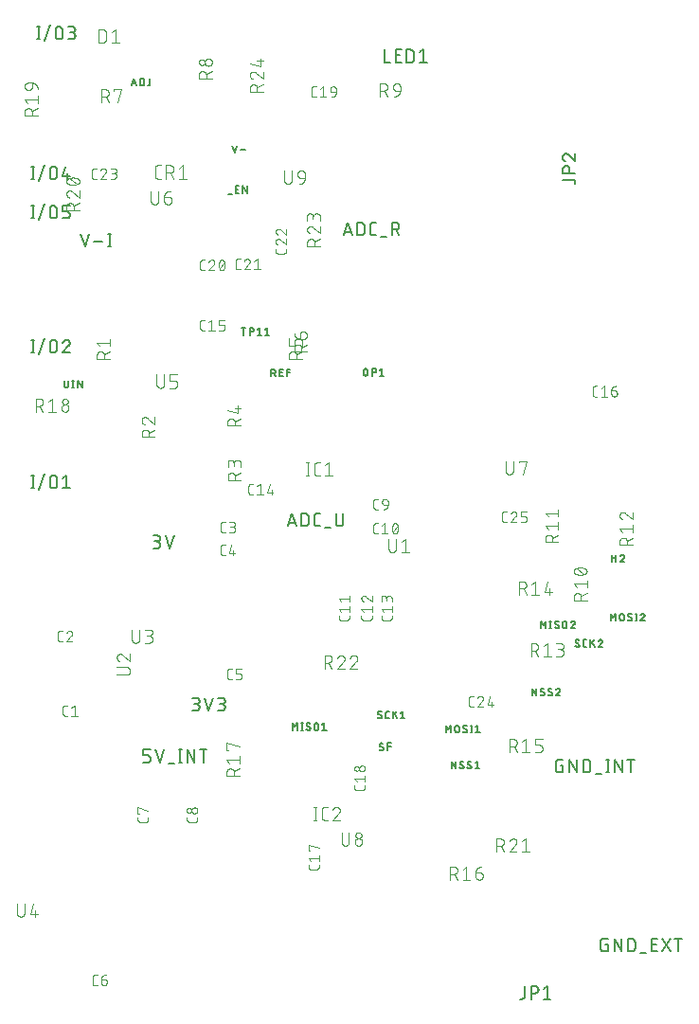
<source format=gbr>
G04 EAGLE Gerber X2 export*
%TF.Part,Single*%
%TF.FileFunction,Legend,Top,1*%
%TF.FilePolarity,Positive*%
%TF.GenerationSoftware,Autodesk,EAGLE,9.3.1*%
%TF.CreationDate,2020-03-19T14:02:17Z*%
G75*
%MOMM*%
%FSLAX36Y36*%
%LPD*%
%INSilkscreen Top*%
%AMOC8*
5,1,8,0,0,1.08239X$1,22.5*%
G01*
%ADD10C,0.076200*%
%ADD11C,0.101600*%
%ADD12C,0.127000*%
%ADD13C,0.177800*%


D10*
X32145788Y44148100D02*
X31936944Y44148100D01*
X31931898Y44148161D01*
X31926854Y44148344D01*
X31921816Y44148649D01*
X31916788Y44149075D01*
X31911771Y44149623D01*
X31906768Y44150292D01*
X31901784Y44151081D01*
X31896819Y44151991D01*
X31891879Y44153020D01*
X31886964Y44154169D01*
X31882079Y44155436D01*
X31877226Y44156820D01*
X31872408Y44158322D01*
X31867627Y44159939D01*
X31862887Y44161671D01*
X31858190Y44163518D01*
X31853539Y44165477D01*
X31848937Y44167549D01*
X31844386Y44169731D01*
X31839889Y44172022D01*
X31835449Y44174421D01*
X31831068Y44176927D01*
X31826750Y44179538D01*
X31822495Y44182252D01*
X31818307Y44185069D01*
X31814189Y44187986D01*
X31810142Y44191001D01*
X31806169Y44194114D01*
X31802273Y44197321D01*
X31798455Y44200622D01*
X31794718Y44204014D01*
X31791064Y44207495D01*
X31787495Y44211064D01*
X31784014Y44214718D01*
X31780622Y44218455D01*
X31777321Y44222273D01*
X31774114Y44226169D01*
X31771001Y44230142D01*
X31767986Y44234189D01*
X31765069Y44238307D01*
X31762252Y44242495D01*
X31759538Y44246750D01*
X31756927Y44251068D01*
X31754421Y44255449D01*
X31752022Y44259889D01*
X31749731Y44264386D01*
X31747549Y44268937D01*
X31745477Y44273539D01*
X31743518Y44278190D01*
X31741671Y44282887D01*
X31739939Y44287627D01*
X31738322Y44292408D01*
X31736820Y44297226D01*
X31735436Y44302079D01*
X31734169Y44306964D01*
X31733020Y44311879D01*
X31731991Y44316819D01*
X31731081Y44321784D01*
X31730292Y44326768D01*
X31729623Y44331771D01*
X31729075Y44336788D01*
X31728649Y44341816D01*
X31728344Y44346854D01*
X31728161Y44351898D01*
X31728100Y44356944D01*
X31728100Y44879053D01*
X31728163Y44884178D01*
X31728352Y44889301D01*
X31728666Y44894417D01*
X31729106Y44899523D01*
X31729671Y44904618D01*
X31730360Y44909697D01*
X31731175Y44914758D01*
X31732113Y44919797D01*
X31733174Y44924811D01*
X31734359Y44929798D01*
X31735665Y44934755D01*
X31737093Y44939678D01*
X31738641Y44944564D01*
X31740308Y44949411D01*
X31742094Y44954215D01*
X31743997Y44958975D01*
X31746017Y44963686D01*
X31748151Y44968346D01*
X31750399Y44972952D01*
X31752760Y44977502D01*
X31755231Y44981992D01*
X31757812Y44986421D01*
X31760501Y44990785D01*
X31763296Y44995081D01*
X31766196Y44999308D01*
X31769199Y45003462D01*
X31772302Y45007541D01*
X31775505Y45011543D01*
X31778805Y45015465D01*
X31782201Y45019305D01*
X31785689Y45023060D01*
X31789269Y45026729D01*
X31792937Y45030309D01*
X31796693Y45033797D01*
X31800533Y45037193D01*
X31804455Y45040493D01*
X31808456Y45043696D01*
X31812535Y45046799D01*
X31816690Y45049802D01*
X31820916Y45052702D01*
X31825213Y45055497D01*
X31829576Y45058186D01*
X31834005Y45060767D01*
X31838495Y45063239D01*
X31843045Y45065599D01*
X31847651Y45067847D01*
X31852311Y45069982D01*
X31857023Y45072002D01*
X31861782Y45073905D01*
X31866586Y45075691D01*
X31871433Y45077358D01*
X31876319Y45078906D01*
X31881242Y45080334D01*
X31886199Y45081640D01*
X31891186Y45082825D01*
X31896200Y45083887D01*
X31901239Y45084825D01*
X31906300Y45085639D01*
X31911379Y45086329D01*
X31916473Y45086894D01*
X31921580Y45087334D01*
X31926696Y45087648D01*
X31931819Y45087837D01*
X31936944Y45087900D01*
X32145788Y45087900D01*
X32492669Y44879053D02*
X32753722Y45087900D01*
X32753722Y44148100D01*
X32492669Y44148100D02*
X33014778Y44148100D01*
X33407065Y44618000D02*
X33407286Y44636487D01*
X33407948Y44654964D01*
X33409050Y44673420D01*
X33410594Y44691844D01*
X33412576Y44710227D01*
X33414997Y44728556D01*
X33417854Y44746823D01*
X33421147Y44765016D01*
X33424873Y44783125D01*
X33429030Y44801141D01*
X33433617Y44819052D01*
X33438629Y44836848D01*
X33444065Y44854520D01*
X33449921Y44872056D01*
X33456194Y44889448D01*
X33462881Y44906686D01*
X33469977Y44923759D01*
X33477478Y44940657D01*
X33485381Y44957372D01*
X33485380Y44957373D02*
X33486958Y44961798D01*
X33488643Y44966185D01*
X33490434Y44970529D01*
X33492331Y44974828D01*
X33494331Y44979079D01*
X33496434Y44983281D01*
X33498639Y44987430D01*
X33500944Y44991525D01*
X33503348Y44995562D01*
X33505849Y44999540D01*
X33508446Y45003455D01*
X33511138Y45007307D01*
X33513923Y45011091D01*
X33516799Y45014807D01*
X33519764Y45018452D01*
X33522817Y45022023D01*
X33525957Y45025519D01*
X33529180Y45028938D01*
X33532485Y45032278D01*
X33535871Y45035536D01*
X33539335Y45038711D01*
X33542875Y45041800D01*
X33546489Y45044803D01*
X33550176Y45047717D01*
X33553931Y45050540D01*
X33557755Y45053271D01*
X33561644Y45055908D01*
X33565596Y45058450D01*
X33569608Y45060895D01*
X33573679Y45063242D01*
X33577805Y45065489D01*
X33581985Y45067635D01*
X33586216Y45069679D01*
X33590496Y45071619D01*
X33594821Y45073454D01*
X33599190Y45075184D01*
X33603599Y45076807D01*
X33608047Y45078323D01*
X33612530Y45079729D01*
X33617046Y45081026D01*
X33621593Y45082214D01*
X33626166Y45083290D01*
X33630765Y45084254D01*
X33635386Y45085107D01*
X33640026Y45085846D01*
X33644683Y45086473D01*
X33649353Y45086986D01*
X33654035Y45087386D01*
X33658725Y45087671D01*
X33663421Y45087843D01*
X33668119Y45087900D01*
X33672817Y45087843D01*
X33677513Y45087671D01*
X33682203Y45087386D01*
X33686885Y45086986D01*
X33691555Y45086473D01*
X33696212Y45085846D01*
X33700852Y45085107D01*
X33705473Y45084254D01*
X33710072Y45083290D01*
X33714646Y45082213D01*
X33719192Y45081026D01*
X33723708Y45079729D01*
X33728191Y45078322D01*
X33732639Y45076807D01*
X33737048Y45075184D01*
X33741417Y45073454D01*
X33745743Y45071619D01*
X33750022Y45069678D01*
X33754253Y45067635D01*
X33758433Y45065489D01*
X33762560Y45063242D01*
X33766630Y45060895D01*
X33770643Y45058450D01*
X33774595Y45055908D01*
X33778483Y45053271D01*
X33782307Y45050539D01*
X33786063Y45047716D01*
X33789749Y45044802D01*
X33793363Y45041800D01*
X33796903Y45038710D01*
X33800367Y45035535D01*
X33803753Y45032277D01*
X33807059Y45028938D01*
X33810282Y45025519D01*
X33813421Y45022023D01*
X33816474Y45018451D01*
X33819440Y45014806D01*
X33822316Y45011091D01*
X33825100Y45007306D01*
X33827792Y45003455D01*
X33830389Y44999539D01*
X33832891Y44995561D01*
X33835295Y44991524D01*
X33837600Y44987430D01*
X33839804Y44983280D01*
X33841907Y44979078D01*
X33843908Y44974827D01*
X33845804Y44970528D01*
X33847595Y44966184D01*
X33849280Y44961797D01*
X33850858Y44957372D01*
X33850859Y44957372D02*
X33858762Y44940657D01*
X33866263Y44923759D01*
X33873359Y44906686D01*
X33880046Y44889448D01*
X33886319Y44872056D01*
X33892175Y44854520D01*
X33897611Y44836848D01*
X33902623Y44819052D01*
X33907210Y44801141D01*
X33911367Y44783125D01*
X33915093Y44765016D01*
X33918386Y44746823D01*
X33921243Y44728556D01*
X33923664Y44710227D01*
X33925646Y44691844D01*
X33927190Y44673420D01*
X33928292Y44654964D01*
X33928954Y44636487D01*
X33929175Y44618000D01*
X33407066Y44618000D02*
X33407287Y44599512D01*
X33407949Y44581035D01*
X33409051Y44562579D01*
X33410595Y44544155D01*
X33412577Y44525773D01*
X33414998Y44507443D01*
X33417855Y44489176D01*
X33421148Y44470983D01*
X33424874Y44452873D01*
X33429031Y44434858D01*
X33433617Y44416947D01*
X33438630Y44399150D01*
X33444066Y44381478D01*
X33449922Y44363941D01*
X33456195Y44346549D01*
X33462881Y44329312D01*
X33469977Y44312239D01*
X33477479Y44295340D01*
X33485382Y44278625D01*
X33485381Y44278625D02*
X33486959Y44274199D01*
X33488644Y44269813D01*
X33490435Y44265469D01*
X33492332Y44261170D01*
X33494332Y44256918D01*
X33496435Y44252717D01*
X33498640Y44248567D01*
X33500945Y44244473D01*
X33503349Y44240436D01*
X33505850Y44236458D01*
X33508448Y44232543D01*
X33511140Y44228692D01*
X33513924Y44224907D01*
X33516800Y44221191D01*
X33519766Y44217547D01*
X33522819Y44213975D01*
X33525958Y44210479D01*
X33529181Y44207060D01*
X33532487Y44203721D01*
X33535872Y44200463D01*
X33539336Y44197288D01*
X33542876Y44194199D01*
X33546491Y44191196D01*
X33550177Y44188283D01*
X33553933Y44185459D01*
X33557756Y44182728D01*
X33561645Y44180091D01*
X33565597Y44177549D01*
X33569609Y44175104D01*
X33573680Y44172758D01*
X33577806Y44170511D01*
X33581986Y44168365D01*
X33586217Y44166321D01*
X33590497Y44164381D01*
X33594822Y44162545D01*
X33599191Y44160816D01*
X33603600Y44159193D01*
X33608048Y44157677D01*
X33612531Y44156271D01*
X33617047Y44154973D01*
X33621593Y44153786D01*
X33626167Y44152710D01*
X33630766Y44151746D01*
X33635386Y44150893D01*
X33640026Y44150154D01*
X33644683Y44149527D01*
X33649354Y44149014D01*
X33654035Y44148614D01*
X33658725Y44148329D01*
X33663421Y44148157D01*
X33668119Y44148100D01*
X33850860Y44278625D02*
X33858763Y44295340D01*
X33866265Y44312238D01*
X33873361Y44329311D01*
X33880047Y44346549D01*
X33886320Y44363941D01*
X33892176Y44381478D01*
X33897612Y44399150D01*
X33902625Y44416946D01*
X33907211Y44434858D01*
X33911368Y44452873D01*
X33915094Y44470983D01*
X33918387Y44489176D01*
X33921244Y44507443D01*
X33923665Y44525773D01*
X33925648Y44544155D01*
X33927191Y44562579D01*
X33928293Y44581035D01*
X33928955Y44599512D01*
X33929176Y44618000D01*
X33850857Y44278626D02*
X33849279Y44274200D01*
X33847594Y44269814D01*
X33845803Y44265470D01*
X33843907Y44261171D01*
X33841906Y44256919D01*
X33839803Y44252717D01*
X33837598Y44248568D01*
X33835293Y44244474D01*
X33832889Y44240437D01*
X33830388Y44236459D01*
X33827791Y44232543D01*
X33825099Y44228692D01*
X33822314Y44224908D01*
X33819438Y44221192D01*
X33816473Y44217547D01*
X33813420Y44213976D01*
X33810280Y44210480D01*
X33807057Y44207061D01*
X33803752Y44203721D01*
X33800366Y44200463D01*
X33796902Y44197289D01*
X33793362Y44194199D01*
X33789748Y44191197D01*
X33786062Y44188283D01*
X33782306Y44185460D01*
X33778482Y44182729D01*
X33774593Y44180091D01*
X33770642Y44177550D01*
X33766629Y44175105D01*
X33762559Y44172758D01*
X33758432Y44170511D01*
X33754252Y44168365D01*
X33750021Y44166321D01*
X33745742Y44164381D01*
X33741416Y44162545D01*
X33737048Y44160816D01*
X33732638Y44159193D01*
X33728191Y44157677D01*
X33723707Y44156271D01*
X33719191Y44154973D01*
X33714645Y44153786D01*
X33710071Y44152710D01*
X33705473Y44151746D01*
X33700852Y44150893D01*
X33696212Y44150154D01*
X33691555Y44149527D01*
X33686885Y44149014D01*
X33682203Y44148614D01*
X33677513Y44148329D01*
X33672817Y44148157D01*
X33668119Y44148100D01*
X33459275Y44356944D02*
X33876966Y44879053D01*
X29567900Y36824513D02*
X29567900Y36615669D01*
X29567839Y36610623D01*
X29567656Y36605579D01*
X29567351Y36600541D01*
X29566925Y36595513D01*
X29566377Y36590496D01*
X29565708Y36585493D01*
X29564919Y36580509D01*
X29564009Y36575544D01*
X29562980Y36570604D01*
X29561831Y36565689D01*
X29560564Y36560804D01*
X29559180Y36555951D01*
X29557678Y36551133D01*
X29556061Y36546352D01*
X29554329Y36541612D01*
X29552482Y36536915D01*
X29550523Y36532264D01*
X29548451Y36527662D01*
X29546269Y36523111D01*
X29543978Y36518614D01*
X29541579Y36514174D01*
X29539073Y36509793D01*
X29536462Y36505475D01*
X29533748Y36501220D01*
X29530931Y36497032D01*
X29528014Y36492914D01*
X29524999Y36488867D01*
X29521886Y36484894D01*
X29518679Y36480998D01*
X29515378Y36477180D01*
X29511986Y36473443D01*
X29508505Y36469789D01*
X29504936Y36466220D01*
X29501282Y36462739D01*
X29497545Y36459347D01*
X29493727Y36456046D01*
X29489831Y36452839D01*
X29485858Y36449726D01*
X29481811Y36446711D01*
X29477693Y36443794D01*
X29473505Y36440977D01*
X29469250Y36438263D01*
X29464932Y36435652D01*
X29460551Y36433146D01*
X29456111Y36430747D01*
X29451614Y36428456D01*
X29447063Y36426274D01*
X29442461Y36424202D01*
X29437810Y36422243D01*
X29433113Y36420396D01*
X29428373Y36418664D01*
X29423592Y36417047D01*
X29418774Y36415545D01*
X29413921Y36414161D01*
X29409036Y36412894D01*
X29404121Y36411745D01*
X29399181Y36410716D01*
X29394216Y36409806D01*
X29389232Y36409017D01*
X29384229Y36408348D01*
X29379212Y36407800D01*
X29374184Y36407374D01*
X29369146Y36407069D01*
X29364102Y36406886D01*
X29359056Y36406825D01*
X28836947Y36406825D01*
X28831822Y36406888D01*
X28826699Y36407077D01*
X28821583Y36407391D01*
X28816477Y36407831D01*
X28811382Y36408396D01*
X28806303Y36409085D01*
X28801242Y36409900D01*
X28796203Y36410838D01*
X28791189Y36411899D01*
X28786202Y36413084D01*
X28781245Y36414390D01*
X28776322Y36415818D01*
X28771436Y36417366D01*
X28766589Y36419033D01*
X28761784Y36420819D01*
X28757025Y36422722D01*
X28752314Y36424742D01*
X28747654Y36426876D01*
X28743047Y36429124D01*
X28738498Y36431485D01*
X28734007Y36433956D01*
X28729578Y36436537D01*
X28725215Y36439226D01*
X28720918Y36442021D01*
X28716691Y36444921D01*
X28712537Y36447924D01*
X28708458Y36451027D01*
X28704456Y36454230D01*
X28700534Y36457530D01*
X28696694Y36460925D01*
X28692939Y36464414D01*
X28689270Y36467994D01*
X28685690Y36471662D01*
X28682202Y36475417D01*
X28678806Y36479257D01*
X28675506Y36483179D01*
X28672303Y36487181D01*
X28669199Y36491260D01*
X28666197Y36495414D01*
X28663297Y36499641D01*
X28660501Y36503937D01*
X28657812Y36508301D01*
X28655231Y36512730D01*
X28652760Y36517220D01*
X28650399Y36521770D01*
X28648151Y36526376D01*
X28646016Y36531036D01*
X28643997Y36535747D01*
X28642093Y36540506D01*
X28640307Y36545311D01*
X28638640Y36550158D01*
X28637091Y36555044D01*
X28635664Y36559967D01*
X28634357Y36564923D01*
X28633173Y36569910D01*
X28632111Y36574925D01*
X28631173Y36579964D01*
X28630358Y36585025D01*
X28629668Y36590104D01*
X28629103Y36595198D01*
X28628663Y36600305D01*
X28628349Y36605421D01*
X28628160Y36610543D01*
X28628097Y36615669D01*
X28628100Y36615669D02*
X28628100Y36824513D01*
X28836947Y37171394D02*
X28628100Y37432447D01*
X29567900Y37432447D01*
X29567900Y37171394D02*
X29567900Y37693503D01*
X28836947Y38085791D02*
X28628100Y38346844D01*
X29567900Y38346844D01*
X29567900Y38085791D02*
X29567900Y38607900D01*
X31587900Y36822513D02*
X31587900Y36613669D01*
X31587839Y36608623D01*
X31587656Y36603579D01*
X31587351Y36598541D01*
X31586925Y36593513D01*
X31586377Y36588496D01*
X31585708Y36583493D01*
X31584919Y36578509D01*
X31584009Y36573544D01*
X31582980Y36568604D01*
X31581831Y36563689D01*
X31580564Y36558804D01*
X31579180Y36553951D01*
X31577678Y36549133D01*
X31576061Y36544352D01*
X31574329Y36539612D01*
X31572482Y36534915D01*
X31570523Y36530264D01*
X31568451Y36525662D01*
X31566269Y36521111D01*
X31563978Y36516614D01*
X31561579Y36512174D01*
X31559073Y36507793D01*
X31556462Y36503475D01*
X31553748Y36499220D01*
X31550931Y36495032D01*
X31548014Y36490914D01*
X31544999Y36486867D01*
X31541886Y36482894D01*
X31538679Y36478998D01*
X31535378Y36475180D01*
X31531986Y36471443D01*
X31528505Y36467789D01*
X31524936Y36464220D01*
X31521282Y36460739D01*
X31517545Y36457347D01*
X31513727Y36454046D01*
X31509831Y36450839D01*
X31505858Y36447726D01*
X31501811Y36444711D01*
X31497693Y36441794D01*
X31493505Y36438977D01*
X31489250Y36436263D01*
X31484932Y36433652D01*
X31480551Y36431146D01*
X31476111Y36428747D01*
X31471614Y36426456D01*
X31467063Y36424274D01*
X31462461Y36422202D01*
X31457810Y36420243D01*
X31453113Y36418396D01*
X31448373Y36416664D01*
X31443592Y36415047D01*
X31438774Y36413545D01*
X31433921Y36412161D01*
X31429036Y36410894D01*
X31424121Y36409745D01*
X31419181Y36408716D01*
X31414216Y36407806D01*
X31409232Y36407017D01*
X31404229Y36406348D01*
X31399212Y36405800D01*
X31394184Y36405374D01*
X31389146Y36405069D01*
X31384102Y36404886D01*
X31379056Y36404825D01*
X30856947Y36404825D01*
X30851822Y36404888D01*
X30846699Y36405077D01*
X30841583Y36405391D01*
X30836477Y36405831D01*
X30831382Y36406396D01*
X30826303Y36407085D01*
X30821242Y36407900D01*
X30816203Y36408838D01*
X30811189Y36409899D01*
X30806202Y36411084D01*
X30801245Y36412390D01*
X30796322Y36413818D01*
X30791436Y36415366D01*
X30786589Y36417033D01*
X30781784Y36418819D01*
X30777025Y36420722D01*
X30772314Y36422742D01*
X30767654Y36424876D01*
X30763047Y36427124D01*
X30758498Y36429485D01*
X30754007Y36431956D01*
X30749578Y36434537D01*
X30745215Y36437226D01*
X30740918Y36440021D01*
X30736691Y36442921D01*
X30732537Y36445924D01*
X30728458Y36449027D01*
X30724456Y36452230D01*
X30720534Y36455530D01*
X30716694Y36458925D01*
X30712939Y36462414D01*
X30709270Y36465994D01*
X30705690Y36469662D01*
X30702202Y36473417D01*
X30698806Y36477257D01*
X30695506Y36481179D01*
X30692303Y36485181D01*
X30689199Y36489260D01*
X30686197Y36493414D01*
X30683297Y36497641D01*
X30680501Y36501937D01*
X30677812Y36506301D01*
X30675231Y36510730D01*
X30672760Y36515220D01*
X30670399Y36519770D01*
X30668151Y36524376D01*
X30666016Y36529036D01*
X30663997Y36533747D01*
X30662093Y36538506D01*
X30660307Y36543311D01*
X30658640Y36548158D01*
X30657091Y36553044D01*
X30655664Y36557967D01*
X30654357Y36562923D01*
X30653173Y36567910D01*
X30652111Y36572925D01*
X30651173Y36577964D01*
X30650358Y36583025D01*
X30649668Y36588104D01*
X30649103Y36593198D01*
X30648663Y36598305D01*
X30648349Y36603421D01*
X30648160Y36608543D01*
X30648097Y36613669D01*
X30648100Y36613669D02*
X30648100Y36822513D01*
X30856947Y37169394D02*
X30648100Y37430447D01*
X31587900Y37430447D01*
X31587900Y37169394D02*
X31587900Y37691503D01*
X30883050Y38605900D02*
X30877373Y38605831D01*
X30871699Y38605626D01*
X30866031Y38605283D01*
X30860374Y38604803D01*
X30854730Y38604187D01*
X30849102Y38603435D01*
X30843495Y38602546D01*
X30837910Y38601523D01*
X30832352Y38600365D01*
X30826823Y38599073D01*
X30821327Y38597648D01*
X30815867Y38596090D01*
X30810446Y38594401D01*
X30805068Y38592581D01*
X30799736Y38590632D01*
X30794452Y38588555D01*
X30789219Y38586350D01*
X30784042Y38584020D01*
X30778922Y38581566D01*
X30773863Y38578988D01*
X30768868Y38576289D01*
X30763940Y38573470D01*
X30759081Y38570532D01*
X30754294Y38567479D01*
X30749583Y38564310D01*
X30744950Y38561029D01*
X30740397Y38557636D01*
X30735928Y38554134D01*
X30731544Y38550526D01*
X30727249Y38546813D01*
X30723045Y38542997D01*
X30718935Y38539080D01*
X30714920Y38535065D01*
X30711003Y38530955D01*
X30707187Y38526751D01*
X30703474Y38522456D01*
X30699866Y38518072D01*
X30696364Y38513603D01*
X30692971Y38509050D01*
X30689690Y38504417D01*
X30686521Y38499706D01*
X30683468Y38494919D01*
X30680530Y38490060D01*
X30677711Y38485132D01*
X30675012Y38480137D01*
X30672434Y38475078D01*
X30669980Y38469958D01*
X30667650Y38464781D01*
X30665445Y38459548D01*
X30663368Y38454264D01*
X30661419Y38448932D01*
X30659599Y38443554D01*
X30657910Y38438133D01*
X30656352Y38432673D01*
X30654927Y38427177D01*
X30653635Y38421648D01*
X30652477Y38416090D01*
X30651454Y38410505D01*
X30650565Y38404898D01*
X30649813Y38399270D01*
X30649197Y38393626D01*
X30648717Y38387969D01*
X30648374Y38382301D01*
X30648169Y38376627D01*
X30648100Y38370950D01*
X30648188Y38363651D01*
X30648453Y38356356D01*
X30648894Y38349069D01*
X30649511Y38341796D01*
X30650304Y38334539D01*
X30651272Y38327304D01*
X30652415Y38320094D01*
X30653732Y38312914D01*
X30655222Y38305768D01*
X30656884Y38298660D01*
X30658718Y38291594D01*
X30660723Y38284574D01*
X30662896Y38277606D01*
X30665237Y38270691D01*
X30667745Y38263836D01*
X30670418Y38257043D01*
X30673254Y38250317D01*
X30676252Y38243661D01*
X30679410Y38237080D01*
X30682727Y38230577D01*
X30686199Y38224156D01*
X30689826Y38217821D01*
X30693605Y38211575D01*
X30697534Y38205423D01*
X30701611Y38199368D01*
X30705833Y38193413D01*
X30710198Y38187561D01*
X30714702Y38181817D01*
X30719345Y38176184D01*
X30724122Y38170664D01*
X30729032Y38165262D01*
X30734070Y38159980D01*
X30739235Y38154821D01*
X30744523Y38149789D01*
X30749931Y38144886D01*
X30755457Y38140116D01*
X30761096Y38135480D01*
X30766845Y38130982D01*
X30772702Y38126624D01*
X30778662Y38122410D01*
X30784722Y38118340D01*
X30790879Y38114419D01*
X30797129Y38110647D01*
X30803469Y38107028D01*
X30809894Y38103563D01*
X30816401Y38100255D01*
X30822986Y38097104D01*
X30829645Y38094114D01*
X30836375Y38091286D01*
X30843171Y38088622D01*
X30850030Y38086122D01*
X30856947Y38083789D01*
X31065790Y38527584D02*
X31061465Y38532016D01*
X31057032Y38536340D01*
X31052495Y38540553D01*
X31047855Y38544654D01*
X31043116Y38548641D01*
X31038281Y38552509D01*
X31033352Y38556258D01*
X31028333Y38559885D01*
X31023227Y38563387D01*
X31018036Y38566764D01*
X31012764Y38570011D01*
X31007413Y38573129D01*
X31001988Y38576114D01*
X30996491Y38578965D01*
X30990926Y38581681D01*
X30985296Y38584259D01*
X30979604Y38586698D01*
X30973854Y38588997D01*
X30968050Y38591154D01*
X30962194Y38593168D01*
X30956291Y38595038D01*
X30950343Y38596762D01*
X30944355Y38598340D01*
X30938331Y38599771D01*
X30932272Y38601053D01*
X30926185Y38602186D01*
X30920071Y38603170D01*
X30913935Y38604003D01*
X30907780Y38604685D01*
X30901611Y38605217D01*
X30895430Y38605596D01*
X30889242Y38605824D01*
X30883050Y38605900D01*
X31065791Y38527584D02*
X31587900Y38083791D01*
X31587900Y38605900D01*
X33377900Y36824513D02*
X33377900Y36615669D01*
X33377839Y36610623D01*
X33377656Y36605579D01*
X33377351Y36600541D01*
X33376925Y36595513D01*
X33376377Y36590496D01*
X33375708Y36585493D01*
X33374919Y36580509D01*
X33374009Y36575544D01*
X33372980Y36570604D01*
X33371831Y36565689D01*
X33370564Y36560804D01*
X33369180Y36555951D01*
X33367678Y36551133D01*
X33366061Y36546352D01*
X33364329Y36541612D01*
X33362482Y36536915D01*
X33360523Y36532264D01*
X33358451Y36527662D01*
X33356269Y36523111D01*
X33353978Y36518614D01*
X33351579Y36514174D01*
X33349073Y36509793D01*
X33346462Y36505475D01*
X33343748Y36501220D01*
X33340931Y36497032D01*
X33338014Y36492914D01*
X33334999Y36488867D01*
X33331886Y36484894D01*
X33328679Y36480998D01*
X33325378Y36477180D01*
X33321986Y36473443D01*
X33318505Y36469789D01*
X33314936Y36466220D01*
X33311282Y36462739D01*
X33307545Y36459347D01*
X33303727Y36456046D01*
X33299831Y36452839D01*
X33295858Y36449726D01*
X33291811Y36446711D01*
X33287693Y36443794D01*
X33283505Y36440977D01*
X33279250Y36438263D01*
X33274932Y36435652D01*
X33270551Y36433146D01*
X33266111Y36430747D01*
X33261614Y36428456D01*
X33257063Y36426274D01*
X33252461Y36424202D01*
X33247810Y36422243D01*
X33243113Y36420396D01*
X33238373Y36418664D01*
X33233592Y36417047D01*
X33228774Y36415545D01*
X33223921Y36414161D01*
X33219036Y36412894D01*
X33214121Y36411745D01*
X33209181Y36410716D01*
X33204216Y36409806D01*
X33199232Y36409017D01*
X33194229Y36408348D01*
X33189212Y36407800D01*
X33184184Y36407374D01*
X33179146Y36407069D01*
X33174102Y36406886D01*
X33169056Y36406825D01*
X32646947Y36406825D01*
X32641822Y36406888D01*
X32636699Y36407077D01*
X32631583Y36407391D01*
X32626477Y36407831D01*
X32621382Y36408396D01*
X32616303Y36409085D01*
X32611242Y36409900D01*
X32606203Y36410838D01*
X32601189Y36411899D01*
X32596202Y36413084D01*
X32591245Y36414390D01*
X32586322Y36415818D01*
X32581436Y36417366D01*
X32576589Y36419033D01*
X32571784Y36420819D01*
X32567025Y36422722D01*
X32562314Y36424742D01*
X32557654Y36426876D01*
X32553047Y36429124D01*
X32548498Y36431485D01*
X32544007Y36433956D01*
X32539578Y36436537D01*
X32535215Y36439226D01*
X32530918Y36442021D01*
X32526691Y36444921D01*
X32522537Y36447924D01*
X32518458Y36451027D01*
X32514456Y36454230D01*
X32510534Y36457530D01*
X32506694Y36460925D01*
X32502939Y36464414D01*
X32499270Y36467994D01*
X32495690Y36471662D01*
X32492202Y36475417D01*
X32488806Y36479257D01*
X32485506Y36483179D01*
X32482303Y36487181D01*
X32479199Y36491260D01*
X32476197Y36495414D01*
X32473297Y36499641D01*
X32470501Y36503937D01*
X32467812Y36508301D01*
X32465231Y36512730D01*
X32462760Y36517220D01*
X32460399Y36521770D01*
X32458151Y36526376D01*
X32456016Y36531036D01*
X32453997Y36535747D01*
X32452093Y36540506D01*
X32450307Y36545311D01*
X32448640Y36550158D01*
X32447091Y36555044D01*
X32445664Y36559967D01*
X32444357Y36564923D01*
X32443173Y36569910D01*
X32442111Y36574925D01*
X32441173Y36579964D01*
X32440358Y36585025D01*
X32439668Y36590104D01*
X32439103Y36595198D01*
X32438663Y36600305D01*
X32438349Y36605421D01*
X32438160Y36610543D01*
X32438097Y36615669D01*
X32438100Y36615669D02*
X32438100Y36824513D01*
X32646947Y37171394D02*
X32438100Y37432447D01*
X33377900Y37432447D01*
X33377900Y37171394D02*
X33377900Y37693503D01*
X33377900Y38085791D02*
X33377900Y38346844D01*
X33377823Y38353201D01*
X33377590Y38359554D01*
X33377204Y38365900D01*
X33376662Y38372234D01*
X33375967Y38378554D01*
X33375118Y38384854D01*
X33374116Y38391132D01*
X33372961Y38397384D01*
X33371654Y38403605D01*
X33370197Y38409794D01*
X33368589Y38415944D01*
X33366831Y38422054D01*
X33364926Y38428119D01*
X33362873Y38434136D01*
X33360675Y38440101D01*
X33358331Y38446011D01*
X33355845Y38451862D01*
X33353217Y38457651D01*
X33350448Y38463374D01*
X33347541Y38469028D01*
X33344498Y38474609D01*
X33341319Y38480115D01*
X33338007Y38485542D01*
X33334564Y38490886D01*
X33330992Y38496145D01*
X33327293Y38501316D01*
X33323469Y38506395D01*
X33319522Y38511379D01*
X33315456Y38516265D01*
X33311271Y38521052D01*
X33306971Y38525734D01*
X33302559Y38530311D01*
X33298036Y38534779D01*
X33293406Y38539136D01*
X33288671Y38543378D01*
X33283834Y38547504D01*
X33278899Y38551511D01*
X33273867Y38555396D01*
X33268742Y38559158D01*
X33263527Y38562794D01*
X33258225Y38566302D01*
X33252839Y38569680D01*
X33247372Y38572925D01*
X33241828Y38576037D01*
X33236210Y38579012D01*
X33230521Y38581850D01*
X33224765Y38584548D01*
X33218944Y38587106D01*
X33213063Y38589521D01*
X33207125Y38591792D01*
X33201134Y38593918D01*
X33195092Y38595897D01*
X33189004Y38597729D01*
X33182874Y38599411D01*
X33176704Y38600944D01*
X33170499Y38602327D01*
X33164261Y38603558D01*
X33157996Y38604636D01*
X33151706Y38605562D01*
X33145396Y38606334D01*
X33139069Y38606952D01*
X33132728Y38607416D01*
X33126378Y38607726D01*
X33120023Y38607881D01*
X33113665Y38607881D01*
X33107310Y38607726D01*
X33100960Y38607416D01*
X33094619Y38606952D01*
X33088292Y38606334D01*
X33081982Y38605562D01*
X33075692Y38604636D01*
X33069427Y38603558D01*
X33063189Y38602327D01*
X33056984Y38600944D01*
X33050814Y38599411D01*
X33044684Y38597729D01*
X33038596Y38595897D01*
X33032554Y38593918D01*
X33026563Y38591792D01*
X33020625Y38589521D01*
X33014744Y38587106D01*
X33008923Y38584548D01*
X33003167Y38581850D01*
X32997478Y38579012D01*
X32991860Y38576037D01*
X32986316Y38572925D01*
X32980849Y38569680D01*
X32975463Y38566302D01*
X32970161Y38562794D01*
X32964946Y38559158D01*
X32959821Y38555396D01*
X32954789Y38551511D01*
X32949854Y38547504D01*
X32945017Y38543378D01*
X32940282Y38539136D01*
X32935652Y38534779D01*
X32931129Y38530311D01*
X32926717Y38525734D01*
X32922417Y38521052D01*
X32918232Y38516265D01*
X32914166Y38511379D01*
X32910219Y38506395D01*
X32906395Y38501316D01*
X32902696Y38496145D01*
X32899124Y38490886D01*
X32895681Y38485542D01*
X32892369Y38480115D01*
X32889190Y38474609D01*
X32886147Y38469028D01*
X32883240Y38463374D01*
X32880471Y38457651D01*
X32877843Y38451862D01*
X32875357Y38446011D01*
X32873013Y38440101D01*
X32870815Y38434136D01*
X32868762Y38428119D01*
X32866857Y38422054D01*
X32865099Y38415944D01*
X32863491Y38409794D01*
X32862034Y38403605D01*
X32860727Y38397384D01*
X32859572Y38391132D01*
X32858570Y38384854D01*
X32857721Y38378554D01*
X32857026Y38372234D01*
X32856484Y38365900D01*
X32856098Y38359554D01*
X32855865Y38353201D01*
X32855788Y38346844D01*
X32438100Y38399056D02*
X32438100Y38085791D01*
X32438100Y38399056D02*
X32438162Y38404142D01*
X32438348Y38409224D01*
X32438657Y38414301D01*
X32439090Y38419368D01*
X32439646Y38424424D01*
X32440326Y38429464D01*
X32441127Y38434486D01*
X32442051Y38439488D01*
X32443096Y38444465D01*
X32444263Y38449415D01*
X32445549Y38454336D01*
X32446955Y38459224D01*
X32448479Y38464076D01*
X32450121Y38468889D01*
X32451880Y38473662D01*
X32453755Y38478389D01*
X32455744Y38483070D01*
X32457847Y38487701D01*
X32460061Y38492280D01*
X32462387Y38496803D01*
X32464822Y38501268D01*
X32467365Y38505673D01*
X32470014Y38510014D01*
X32472769Y38514289D01*
X32475626Y38518497D01*
X32478586Y38522633D01*
X32481645Y38526696D01*
X32484802Y38530683D01*
X32488055Y38534593D01*
X32491403Y38538422D01*
X32494843Y38542168D01*
X32498373Y38545829D01*
X32501991Y38549404D01*
X32505695Y38552889D01*
X32509483Y38556283D01*
X32513352Y38559583D01*
X32517301Y38562789D01*
X32521326Y38565897D01*
X32525426Y38568907D01*
X32529598Y38571815D01*
X32533840Y38574622D01*
X32538149Y38577324D01*
X32542522Y38579920D01*
X32546957Y38582409D01*
X32551452Y38584790D01*
X32556003Y38587060D01*
X32560608Y38589219D01*
X32565264Y38591265D01*
X32569969Y38593197D01*
X32574719Y38595014D01*
X32579512Y38596714D01*
X32584346Y38598298D01*
X32589216Y38599763D01*
X32594120Y38601109D01*
X32599056Y38602336D01*
X32604021Y38603441D01*
X32609010Y38604426D01*
X32614022Y38605289D01*
X32619054Y38606029D01*
X32624102Y38606647D01*
X32629164Y38607142D01*
X32634237Y38607513D01*
X32639317Y38607761D01*
X32644401Y38607885D01*
X32649487Y38607885D01*
X32654571Y38607761D01*
X32659651Y38607513D01*
X32664724Y38607142D01*
X32669786Y38606647D01*
X32674834Y38606029D01*
X32679866Y38605289D01*
X32684878Y38604426D01*
X32689867Y38603441D01*
X32694832Y38602336D01*
X32699768Y38601109D01*
X32704672Y38599763D01*
X32709542Y38598298D01*
X32714376Y38596714D01*
X32719169Y38595014D01*
X32723919Y38593197D01*
X32728624Y38591265D01*
X32733280Y38589219D01*
X32737885Y38587060D01*
X32742436Y38584790D01*
X32746931Y38582409D01*
X32751366Y38579920D01*
X32755739Y38577324D01*
X32760048Y38574622D01*
X32764290Y38571815D01*
X32768462Y38568907D01*
X32772562Y38565897D01*
X32776587Y38562789D01*
X32780536Y38559583D01*
X32784405Y38556283D01*
X32788193Y38552889D01*
X32791897Y38549404D01*
X32795515Y38545829D01*
X32799045Y38542168D01*
X32802485Y38538422D01*
X32805833Y38534593D01*
X32809086Y38530683D01*
X32812243Y38526696D01*
X32815302Y38522633D01*
X32818262Y38518497D01*
X32821119Y38514289D01*
X32823874Y38510014D01*
X32826523Y38505673D01*
X32829066Y38501268D01*
X32831501Y38496803D01*
X32833827Y38492280D01*
X32836041Y38487701D01*
X32838144Y38483070D01*
X32840133Y38478389D01*
X32842008Y38473662D01*
X32843767Y38468889D01*
X32845409Y38464076D01*
X32846933Y38459224D01*
X32848339Y38454336D01*
X32849625Y38449415D01*
X32850792Y38444465D01*
X32851837Y38439488D01*
X32852761Y38434486D01*
X32853562Y38429464D01*
X32854242Y38424424D01*
X32854798Y38419368D01*
X32855231Y38414301D01*
X32855540Y38409224D01*
X32855726Y38404142D01*
X32855788Y38399056D01*
X32855791Y38399056D02*
X32855791Y38190213D01*
X20985788Y47648100D02*
X20776944Y47648100D01*
X20771898Y47648161D01*
X20766854Y47648344D01*
X20761816Y47648649D01*
X20756788Y47649075D01*
X20751771Y47649623D01*
X20746768Y47650292D01*
X20741784Y47651081D01*
X20736819Y47651991D01*
X20731879Y47653020D01*
X20726964Y47654169D01*
X20722079Y47655436D01*
X20717226Y47656820D01*
X20712408Y47658322D01*
X20707627Y47659939D01*
X20702887Y47661671D01*
X20698190Y47663518D01*
X20693539Y47665477D01*
X20688937Y47667549D01*
X20684386Y47669731D01*
X20679889Y47672022D01*
X20675449Y47674421D01*
X20671068Y47676927D01*
X20666750Y47679538D01*
X20662495Y47682252D01*
X20658307Y47685069D01*
X20654189Y47687986D01*
X20650142Y47691001D01*
X20646169Y47694114D01*
X20642273Y47697321D01*
X20638455Y47700622D01*
X20634718Y47704014D01*
X20631064Y47707495D01*
X20627495Y47711064D01*
X20624014Y47714718D01*
X20620622Y47718455D01*
X20617321Y47722273D01*
X20614114Y47726169D01*
X20611001Y47730142D01*
X20607986Y47734189D01*
X20605069Y47738307D01*
X20602252Y47742495D01*
X20599538Y47746750D01*
X20596927Y47751068D01*
X20594421Y47755449D01*
X20592022Y47759889D01*
X20589731Y47764386D01*
X20587549Y47768937D01*
X20585477Y47773539D01*
X20583518Y47778190D01*
X20581671Y47782887D01*
X20579939Y47787627D01*
X20578322Y47792408D01*
X20576820Y47797226D01*
X20575436Y47802079D01*
X20574169Y47806964D01*
X20573020Y47811879D01*
X20571991Y47816819D01*
X20571081Y47821784D01*
X20570292Y47826768D01*
X20569623Y47831771D01*
X20569075Y47836788D01*
X20568649Y47841816D01*
X20568344Y47846854D01*
X20568161Y47851898D01*
X20568100Y47856944D01*
X20568100Y48379053D01*
X20568163Y48384178D01*
X20568352Y48389301D01*
X20568666Y48394417D01*
X20569106Y48399523D01*
X20569671Y48404618D01*
X20570360Y48409697D01*
X20571175Y48414758D01*
X20572113Y48419797D01*
X20573174Y48424811D01*
X20574359Y48429798D01*
X20575665Y48434755D01*
X20577093Y48439678D01*
X20578641Y48444564D01*
X20580308Y48449411D01*
X20582094Y48454215D01*
X20583997Y48458975D01*
X20586017Y48463686D01*
X20588151Y48468346D01*
X20590399Y48472952D01*
X20592760Y48477502D01*
X20595231Y48481992D01*
X20597812Y48486421D01*
X20600501Y48490785D01*
X20603296Y48495081D01*
X20606196Y48499308D01*
X20609199Y48503462D01*
X20612302Y48507541D01*
X20615505Y48511543D01*
X20618805Y48515465D01*
X20622201Y48519305D01*
X20625689Y48523060D01*
X20629269Y48526729D01*
X20632937Y48530309D01*
X20636693Y48533797D01*
X20640533Y48537193D01*
X20644455Y48540493D01*
X20648456Y48543696D01*
X20652535Y48546799D01*
X20656690Y48549802D01*
X20660916Y48552702D01*
X20665213Y48555497D01*
X20669576Y48558186D01*
X20674005Y48560767D01*
X20678495Y48563239D01*
X20683045Y48565599D01*
X20687651Y48567847D01*
X20692311Y48569982D01*
X20697023Y48572002D01*
X20701782Y48573905D01*
X20706586Y48575691D01*
X20711433Y48577358D01*
X20716319Y48578906D01*
X20721242Y48580334D01*
X20726199Y48581640D01*
X20731186Y48582825D01*
X20736200Y48583887D01*
X20741239Y48584825D01*
X20746300Y48585639D01*
X20751379Y48586329D01*
X20756473Y48586894D01*
X20761580Y48587334D01*
X20766696Y48587648D01*
X20771819Y48587837D01*
X20776944Y48587900D01*
X20985788Y48587900D01*
X21332669Y48379053D02*
X21593722Y48587900D01*
X21593722Y47648100D01*
X21332669Y47648100D02*
X21854778Y47648100D01*
X22247066Y47856944D02*
X22455909Y48587900D01*
X22247066Y47856944D02*
X22769175Y47856944D01*
X22612541Y48065788D02*
X22612541Y47648100D01*
X16658513Y62322100D02*
X16449669Y62322100D01*
X16444623Y62322161D01*
X16439579Y62322344D01*
X16434541Y62322649D01*
X16429513Y62323075D01*
X16424496Y62323623D01*
X16419493Y62324292D01*
X16414509Y62325081D01*
X16409544Y62325991D01*
X16404604Y62327020D01*
X16399689Y62328169D01*
X16394804Y62329436D01*
X16389951Y62330820D01*
X16385133Y62332322D01*
X16380352Y62333939D01*
X16375612Y62335671D01*
X16370915Y62337518D01*
X16366264Y62339477D01*
X16361662Y62341549D01*
X16357111Y62343731D01*
X16352614Y62346022D01*
X16348174Y62348421D01*
X16343793Y62350927D01*
X16339475Y62353538D01*
X16335220Y62356252D01*
X16331032Y62359069D01*
X16326914Y62361986D01*
X16322867Y62365001D01*
X16318894Y62368114D01*
X16314998Y62371321D01*
X16311180Y62374622D01*
X16307443Y62378014D01*
X16303789Y62381495D01*
X16300220Y62385064D01*
X16296739Y62388718D01*
X16293347Y62392455D01*
X16290046Y62396273D01*
X16286839Y62400169D01*
X16283726Y62404142D01*
X16280711Y62408189D01*
X16277794Y62412307D01*
X16274977Y62416495D01*
X16272263Y62420750D01*
X16269652Y62425068D01*
X16267146Y62429449D01*
X16264747Y62433889D01*
X16262456Y62438386D01*
X16260274Y62442937D01*
X16258202Y62447539D01*
X16256243Y62452190D01*
X16254396Y62456887D01*
X16252664Y62461627D01*
X16251047Y62466408D01*
X16249545Y62471226D01*
X16248161Y62476079D01*
X16246894Y62480964D01*
X16245745Y62485879D01*
X16244716Y62490819D01*
X16243806Y62495784D01*
X16243017Y62500768D01*
X16242348Y62505771D01*
X16241800Y62510788D01*
X16241374Y62515816D01*
X16241069Y62520854D01*
X16240886Y62525898D01*
X16240825Y62530944D01*
X16240825Y63053053D01*
X16240888Y63058178D01*
X16241077Y63063301D01*
X16241391Y63068417D01*
X16241831Y63073523D01*
X16242396Y63078618D01*
X16243085Y63083697D01*
X16243900Y63088758D01*
X16244838Y63093797D01*
X16245899Y63098811D01*
X16247084Y63103798D01*
X16248390Y63108755D01*
X16249818Y63113678D01*
X16251366Y63118564D01*
X16253033Y63123411D01*
X16254819Y63128215D01*
X16256722Y63132975D01*
X16258742Y63137686D01*
X16260876Y63142346D01*
X16263124Y63146952D01*
X16265485Y63151502D01*
X16267956Y63155992D01*
X16270537Y63160421D01*
X16273226Y63164785D01*
X16276021Y63169081D01*
X16278921Y63173308D01*
X16281924Y63177462D01*
X16285027Y63181541D01*
X16288230Y63185543D01*
X16291530Y63189465D01*
X16294926Y63193305D01*
X16298414Y63197060D01*
X16301994Y63200729D01*
X16305662Y63204309D01*
X16309418Y63207797D01*
X16313258Y63211193D01*
X16317180Y63214493D01*
X16321181Y63217696D01*
X16325260Y63220799D01*
X16329415Y63223802D01*
X16333641Y63226702D01*
X16337938Y63229497D01*
X16342301Y63232186D01*
X16346730Y63234767D01*
X16351220Y63237239D01*
X16355770Y63239599D01*
X16360376Y63241847D01*
X16365036Y63243982D01*
X16369748Y63246002D01*
X16374507Y63247905D01*
X16379311Y63249691D01*
X16384158Y63251358D01*
X16389044Y63252906D01*
X16393967Y63254334D01*
X16398924Y63255640D01*
X16403911Y63256825D01*
X16408925Y63257887D01*
X16413964Y63258825D01*
X16419025Y63259639D01*
X16424104Y63260329D01*
X16429198Y63260894D01*
X16434305Y63261334D01*
X16439421Y63261648D01*
X16444544Y63261837D01*
X16449669Y63261900D01*
X16658513Y63261900D01*
X17005394Y63053053D02*
X17266447Y63261900D01*
X17266447Y62322100D01*
X17005394Y62322100D02*
X17527503Y62322100D01*
X17919791Y62322100D02*
X18233056Y62322100D01*
X18238102Y62322161D01*
X18243146Y62322344D01*
X18248184Y62322649D01*
X18253212Y62323075D01*
X18258229Y62323623D01*
X18263232Y62324292D01*
X18268216Y62325081D01*
X18273181Y62325991D01*
X18278121Y62327020D01*
X18283036Y62328169D01*
X18287921Y62329436D01*
X18292774Y62330820D01*
X18297592Y62332322D01*
X18302373Y62333939D01*
X18307113Y62335671D01*
X18311810Y62337518D01*
X18316461Y62339477D01*
X18321063Y62341549D01*
X18325614Y62343731D01*
X18330111Y62346022D01*
X18334551Y62348421D01*
X18338932Y62350927D01*
X18343250Y62353538D01*
X18347505Y62356252D01*
X18351693Y62359069D01*
X18355811Y62361986D01*
X18359858Y62365001D01*
X18363831Y62368114D01*
X18367727Y62371321D01*
X18371545Y62374622D01*
X18375282Y62378014D01*
X18378936Y62381495D01*
X18382505Y62385064D01*
X18385986Y62388718D01*
X18389378Y62392455D01*
X18392679Y62396273D01*
X18395886Y62400169D01*
X18398999Y62404142D01*
X18402014Y62408189D01*
X18404931Y62412307D01*
X18407748Y62416495D01*
X18410462Y62420750D01*
X18413073Y62425068D01*
X18415579Y62429449D01*
X18417978Y62433889D01*
X18420269Y62438386D01*
X18422451Y62442937D01*
X18424523Y62447539D01*
X18426482Y62452190D01*
X18428329Y62456887D01*
X18430061Y62461627D01*
X18431678Y62466408D01*
X18433180Y62471226D01*
X18434564Y62476079D01*
X18435831Y62480964D01*
X18436980Y62485879D01*
X18438009Y62490819D01*
X18438919Y62495784D01*
X18439708Y62500768D01*
X18440377Y62505771D01*
X18440925Y62510788D01*
X18441351Y62515816D01*
X18441656Y62520854D01*
X18441839Y62525898D01*
X18441900Y62530944D01*
X18441900Y62635366D01*
X18441839Y62640412D01*
X18441656Y62645456D01*
X18441351Y62650494D01*
X18440925Y62655522D01*
X18440377Y62660539D01*
X18439708Y62665542D01*
X18438919Y62670526D01*
X18438009Y62675491D01*
X18436980Y62680431D01*
X18435831Y62685346D01*
X18434564Y62690231D01*
X18433180Y62695084D01*
X18431678Y62699902D01*
X18430061Y62704683D01*
X18428329Y62709423D01*
X18426482Y62714120D01*
X18424523Y62718771D01*
X18422451Y62723373D01*
X18420269Y62727924D01*
X18417978Y62732421D01*
X18415579Y62736861D01*
X18413073Y62741242D01*
X18410462Y62745560D01*
X18407748Y62749815D01*
X18404931Y62754003D01*
X18402014Y62758121D01*
X18398999Y62762168D01*
X18395886Y62766141D01*
X18392679Y62770037D01*
X18389378Y62773855D01*
X18385986Y62777592D01*
X18382505Y62781246D01*
X18378936Y62784815D01*
X18375282Y62788296D01*
X18371545Y62791688D01*
X18367727Y62794989D01*
X18363831Y62798196D01*
X18359858Y62801309D01*
X18355811Y62804324D01*
X18351693Y62807241D01*
X18347505Y62810058D01*
X18343250Y62812772D01*
X18338932Y62815383D01*
X18334551Y62817889D01*
X18330111Y62820288D01*
X18325614Y62822579D01*
X18321063Y62824761D01*
X18316461Y62826833D01*
X18311810Y62828792D01*
X18307113Y62830639D01*
X18302373Y62832371D01*
X18297592Y62833988D01*
X18292774Y62835490D01*
X18287921Y62836874D01*
X18283036Y62838141D01*
X18278121Y62839290D01*
X18273181Y62840319D01*
X18268216Y62841229D01*
X18263232Y62842018D01*
X18258229Y62842687D01*
X18253212Y62843235D01*
X18248184Y62843661D01*
X18243146Y62843966D01*
X18238102Y62844149D01*
X18233056Y62844210D01*
X18233056Y62844209D02*
X17919791Y62844209D01*
X17919791Y63261900D01*
X18441900Y63261900D01*
X51519669Y56412100D02*
X51728513Y56412100D01*
X51519669Y56412100D02*
X51514623Y56412161D01*
X51509579Y56412344D01*
X51504541Y56412649D01*
X51499513Y56413075D01*
X51494496Y56413623D01*
X51489493Y56414292D01*
X51484509Y56415081D01*
X51479544Y56415991D01*
X51474604Y56417020D01*
X51469689Y56418169D01*
X51464804Y56419436D01*
X51459951Y56420820D01*
X51455133Y56422322D01*
X51450352Y56423939D01*
X51445612Y56425671D01*
X51440915Y56427518D01*
X51436264Y56429477D01*
X51431662Y56431549D01*
X51427111Y56433731D01*
X51422614Y56436022D01*
X51418174Y56438421D01*
X51413793Y56440927D01*
X51409475Y56443538D01*
X51405220Y56446252D01*
X51401032Y56449069D01*
X51396914Y56451986D01*
X51392867Y56455001D01*
X51388894Y56458114D01*
X51384998Y56461321D01*
X51381180Y56464622D01*
X51377443Y56468014D01*
X51373789Y56471495D01*
X51370220Y56475064D01*
X51366739Y56478718D01*
X51363347Y56482455D01*
X51360046Y56486273D01*
X51356839Y56490169D01*
X51353726Y56494142D01*
X51350711Y56498189D01*
X51347794Y56502307D01*
X51344977Y56506495D01*
X51342263Y56510750D01*
X51339652Y56515068D01*
X51337146Y56519449D01*
X51334747Y56523889D01*
X51332456Y56528386D01*
X51330274Y56532937D01*
X51328202Y56537539D01*
X51326243Y56542190D01*
X51324396Y56546887D01*
X51322664Y56551627D01*
X51321047Y56556408D01*
X51319545Y56561226D01*
X51318161Y56566079D01*
X51316894Y56570964D01*
X51315745Y56575879D01*
X51314716Y56580819D01*
X51313806Y56585784D01*
X51313017Y56590768D01*
X51312348Y56595771D01*
X51311800Y56600788D01*
X51311374Y56605816D01*
X51311069Y56610854D01*
X51310886Y56615898D01*
X51310825Y56620944D01*
X51310825Y57143053D01*
X51310888Y57148178D01*
X51311077Y57153301D01*
X51311391Y57158417D01*
X51311831Y57163523D01*
X51312396Y57168618D01*
X51313085Y57173697D01*
X51313900Y57178758D01*
X51314838Y57183797D01*
X51315899Y57188811D01*
X51317084Y57193798D01*
X51318390Y57198755D01*
X51319818Y57203678D01*
X51321366Y57208564D01*
X51323033Y57213411D01*
X51324819Y57218215D01*
X51326722Y57222975D01*
X51328742Y57227686D01*
X51330876Y57232346D01*
X51333124Y57236952D01*
X51335485Y57241502D01*
X51337956Y57245992D01*
X51340537Y57250421D01*
X51343226Y57254785D01*
X51346021Y57259081D01*
X51348921Y57263308D01*
X51351924Y57267462D01*
X51355027Y57271541D01*
X51358230Y57275543D01*
X51361530Y57279465D01*
X51364926Y57283305D01*
X51368414Y57287060D01*
X51371994Y57290729D01*
X51375662Y57294309D01*
X51379418Y57297797D01*
X51383258Y57301193D01*
X51387180Y57304493D01*
X51391181Y57307696D01*
X51395260Y57310799D01*
X51399415Y57313802D01*
X51403641Y57316702D01*
X51407938Y57319497D01*
X51412301Y57322186D01*
X51416730Y57324767D01*
X51421220Y57327239D01*
X51425770Y57329599D01*
X51430376Y57331847D01*
X51435036Y57333982D01*
X51439748Y57336002D01*
X51444507Y57337905D01*
X51449311Y57339691D01*
X51454158Y57341358D01*
X51459044Y57342906D01*
X51463967Y57344334D01*
X51468924Y57345640D01*
X51473911Y57346825D01*
X51478925Y57347887D01*
X51483964Y57348825D01*
X51489025Y57349639D01*
X51494104Y57350329D01*
X51499198Y57350894D01*
X51504305Y57351334D01*
X51509421Y57351648D01*
X51514544Y57351837D01*
X51519669Y57351900D01*
X51728513Y57351900D01*
X52075394Y57143053D02*
X52336447Y57351900D01*
X52336447Y56412100D01*
X52075394Y56412100D02*
X52597503Y56412100D01*
X52989791Y56934209D02*
X53303056Y56934209D01*
X53303056Y56934210D02*
X53308102Y56934149D01*
X53313146Y56933966D01*
X53318184Y56933661D01*
X53323212Y56933235D01*
X53328229Y56932687D01*
X53333232Y56932018D01*
X53338216Y56931229D01*
X53343181Y56930319D01*
X53348121Y56929290D01*
X53353036Y56928141D01*
X53357921Y56926874D01*
X53362774Y56925490D01*
X53367592Y56923988D01*
X53372373Y56922371D01*
X53377113Y56920639D01*
X53381810Y56918792D01*
X53386461Y56916833D01*
X53391063Y56914761D01*
X53395614Y56912579D01*
X53400111Y56910288D01*
X53404551Y56907889D01*
X53408932Y56905383D01*
X53413250Y56902772D01*
X53417505Y56900058D01*
X53421693Y56897241D01*
X53425811Y56894324D01*
X53429858Y56891309D01*
X53433831Y56888196D01*
X53437727Y56884989D01*
X53441545Y56881688D01*
X53445282Y56878296D01*
X53448936Y56874815D01*
X53452505Y56871246D01*
X53455986Y56867592D01*
X53459378Y56863855D01*
X53462679Y56860037D01*
X53465886Y56856141D01*
X53468999Y56852168D01*
X53472014Y56848121D01*
X53474931Y56844003D01*
X53477748Y56839815D01*
X53480462Y56835560D01*
X53483073Y56831242D01*
X53485579Y56826861D01*
X53487978Y56822421D01*
X53490269Y56817924D01*
X53492451Y56813373D01*
X53494523Y56808771D01*
X53496482Y56804120D01*
X53498329Y56799423D01*
X53500061Y56794683D01*
X53501678Y56789902D01*
X53503180Y56785084D01*
X53504564Y56780231D01*
X53505831Y56775346D01*
X53506980Y56770431D01*
X53508009Y56765491D01*
X53508919Y56760526D01*
X53509708Y56755542D01*
X53510377Y56750539D01*
X53510925Y56745522D01*
X53511351Y56740494D01*
X53511656Y56735456D01*
X53511839Y56730412D01*
X53511900Y56725366D01*
X53511900Y56673153D01*
X53511823Y56666796D01*
X53511590Y56660443D01*
X53511204Y56654097D01*
X53510662Y56647763D01*
X53509967Y56641443D01*
X53509118Y56635143D01*
X53508116Y56628865D01*
X53506961Y56622613D01*
X53505654Y56616392D01*
X53504197Y56610203D01*
X53502589Y56604053D01*
X53500831Y56597943D01*
X53498926Y56591878D01*
X53496873Y56585861D01*
X53494675Y56579896D01*
X53492331Y56573986D01*
X53489845Y56568135D01*
X53487217Y56562346D01*
X53484448Y56556623D01*
X53481541Y56550969D01*
X53478498Y56545388D01*
X53475319Y56539882D01*
X53472007Y56534455D01*
X53468564Y56529111D01*
X53464992Y56523852D01*
X53461293Y56518681D01*
X53457469Y56513602D01*
X53453522Y56508618D01*
X53449456Y56503732D01*
X53445271Y56498945D01*
X53440971Y56494263D01*
X53436559Y56489686D01*
X53432036Y56485218D01*
X53427406Y56480861D01*
X53422671Y56476619D01*
X53417834Y56472493D01*
X53412899Y56468486D01*
X53407867Y56464601D01*
X53402742Y56460839D01*
X53397527Y56457203D01*
X53392225Y56453695D01*
X53386839Y56450317D01*
X53381372Y56447072D01*
X53375828Y56443960D01*
X53370210Y56440985D01*
X53364521Y56438147D01*
X53358765Y56435449D01*
X53352944Y56432891D01*
X53347063Y56430476D01*
X53341125Y56428205D01*
X53335134Y56426079D01*
X53329092Y56424100D01*
X53323004Y56422268D01*
X53316874Y56420586D01*
X53310704Y56419053D01*
X53304499Y56417670D01*
X53298261Y56416439D01*
X53291996Y56415361D01*
X53285706Y56414435D01*
X53279396Y56413663D01*
X53273069Y56413045D01*
X53266728Y56412581D01*
X53260378Y56412271D01*
X53254023Y56412116D01*
X53247665Y56412116D01*
X53241310Y56412271D01*
X53234960Y56412581D01*
X53228619Y56413045D01*
X53222292Y56413663D01*
X53215982Y56414435D01*
X53209692Y56415361D01*
X53203427Y56416439D01*
X53197189Y56417670D01*
X53190984Y56419053D01*
X53184814Y56420586D01*
X53178684Y56422268D01*
X53172596Y56424100D01*
X53166554Y56426079D01*
X53160563Y56428205D01*
X53154625Y56430476D01*
X53148744Y56432891D01*
X53142923Y56435449D01*
X53137167Y56438147D01*
X53131478Y56440985D01*
X53125860Y56443960D01*
X53120316Y56447072D01*
X53114849Y56450317D01*
X53109463Y56453695D01*
X53104161Y56457203D01*
X53098946Y56460839D01*
X53093821Y56464601D01*
X53088789Y56468486D01*
X53083854Y56472493D01*
X53079017Y56476619D01*
X53074282Y56480861D01*
X53069652Y56485218D01*
X53065129Y56489686D01*
X53060717Y56494263D01*
X53056417Y56498945D01*
X53052232Y56503732D01*
X53048166Y56508618D01*
X53044219Y56513602D01*
X53040395Y56518681D01*
X53036696Y56523852D01*
X53033124Y56529111D01*
X53029681Y56534455D01*
X53026369Y56539882D01*
X53023190Y56545388D01*
X53020147Y56550969D01*
X53017240Y56556623D01*
X53014471Y56562346D01*
X53011843Y56568135D01*
X53009357Y56573986D01*
X53007013Y56579896D01*
X53004815Y56585861D01*
X53002762Y56591878D01*
X53000857Y56597943D01*
X52999099Y56604053D01*
X52997491Y56610203D01*
X52996034Y56616392D01*
X52994727Y56622613D01*
X52993572Y56628865D01*
X52992570Y56635143D01*
X52991721Y56641443D01*
X52991026Y56647763D01*
X52990484Y56654097D01*
X52990098Y56660443D01*
X52989865Y56666796D01*
X52989788Y56673153D01*
X52989791Y56673153D02*
X52989791Y56934209D01*
X52989790Y56934209D02*
X52989916Y56944460D01*
X52990293Y56954704D01*
X52990922Y56964936D01*
X52991801Y56975150D01*
X52992931Y56985339D01*
X52994311Y56995497D01*
X52995939Y57005618D01*
X52997816Y57015696D01*
X52999939Y57025725D01*
X53002308Y57035699D01*
X53004920Y57045612D01*
X53007775Y57055458D01*
X53010871Y57065230D01*
X53014206Y57074924D01*
X53017778Y57084533D01*
X53021585Y57094052D01*
X53025623Y57103474D01*
X53029892Y57112794D01*
X53034389Y57122007D01*
X53039110Y57131106D01*
X53044053Y57140087D01*
X53049215Y57148944D01*
X53054593Y57157672D01*
X53060183Y57166265D01*
X53065982Y57174718D01*
X53071988Y57183026D01*
X53078195Y57191185D01*
X53084601Y57199188D01*
X53091201Y57207032D01*
X53097991Y57214712D01*
X53104968Y57222223D01*
X53112128Y57229560D01*
X53119465Y57236719D01*
X53126976Y57243697D01*
X53134655Y57250487D01*
X53142499Y57257087D01*
X53150503Y57263493D01*
X53158661Y57269700D01*
X53166970Y57275706D01*
X53175423Y57281505D01*
X53184016Y57287096D01*
X53192743Y57292473D01*
X53201600Y57297635D01*
X53210581Y57302579D01*
X53219680Y57307300D01*
X53228893Y57311796D01*
X53238213Y57316065D01*
X53247635Y57320104D01*
X53257154Y57323911D01*
X53266763Y57327483D01*
X53276457Y57330818D01*
X53286229Y57333914D01*
X53296075Y57336769D01*
X53305988Y57339382D01*
X53315962Y57341750D01*
X53325991Y57343874D01*
X53336069Y57345750D01*
X53346190Y57347379D01*
X53356348Y57348758D01*
X53366537Y57349888D01*
X53376751Y57350768D01*
X53386983Y57351397D01*
X53397227Y57351774D01*
X53407478Y57351900D01*
X26851900Y14563788D02*
X26851900Y14354944D01*
X26851839Y14349898D01*
X26851656Y14344854D01*
X26851351Y14339816D01*
X26850925Y14334788D01*
X26850377Y14329771D01*
X26849708Y14324768D01*
X26848919Y14319784D01*
X26848009Y14314819D01*
X26846980Y14309879D01*
X26845831Y14304964D01*
X26844564Y14300079D01*
X26843180Y14295226D01*
X26841678Y14290408D01*
X26840061Y14285627D01*
X26838329Y14280887D01*
X26836482Y14276190D01*
X26834523Y14271539D01*
X26832451Y14266937D01*
X26830269Y14262386D01*
X26827978Y14257889D01*
X26825579Y14253449D01*
X26823073Y14249068D01*
X26820462Y14244750D01*
X26817748Y14240495D01*
X26814931Y14236307D01*
X26812014Y14232189D01*
X26808999Y14228142D01*
X26805886Y14224169D01*
X26802679Y14220273D01*
X26799378Y14216455D01*
X26795986Y14212718D01*
X26792505Y14209064D01*
X26788936Y14205495D01*
X26785282Y14202014D01*
X26781545Y14198622D01*
X26777727Y14195321D01*
X26773831Y14192114D01*
X26769858Y14189001D01*
X26765811Y14185986D01*
X26761693Y14183069D01*
X26757505Y14180252D01*
X26753250Y14177538D01*
X26748932Y14174927D01*
X26744551Y14172421D01*
X26740111Y14170022D01*
X26735614Y14167731D01*
X26731063Y14165549D01*
X26726461Y14163477D01*
X26721810Y14161518D01*
X26717113Y14159671D01*
X26712373Y14157939D01*
X26707592Y14156322D01*
X26702774Y14154820D01*
X26697921Y14153436D01*
X26693036Y14152169D01*
X26688121Y14151020D01*
X26683181Y14149991D01*
X26678216Y14149081D01*
X26673232Y14148292D01*
X26668229Y14147623D01*
X26663212Y14147075D01*
X26658184Y14146649D01*
X26653146Y14146344D01*
X26648102Y14146161D01*
X26643056Y14146100D01*
X26120947Y14146100D01*
X26115822Y14146163D01*
X26110699Y14146352D01*
X26105583Y14146666D01*
X26100477Y14147106D01*
X26095382Y14147671D01*
X26090303Y14148360D01*
X26085242Y14149175D01*
X26080203Y14150113D01*
X26075189Y14151174D01*
X26070202Y14152359D01*
X26065245Y14153665D01*
X26060322Y14155093D01*
X26055436Y14156641D01*
X26050589Y14158308D01*
X26045784Y14160094D01*
X26041025Y14161997D01*
X26036314Y14164017D01*
X26031654Y14166151D01*
X26027047Y14168399D01*
X26022498Y14170760D01*
X26018007Y14173231D01*
X26013578Y14175812D01*
X26009215Y14178501D01*
X26004918Y14181296D01*
X26000691Y14184196D01*
X25996537Y14187199D01*
X25992458Y14190302D01*
X25988456Y14193505D01*
X25984534Y14196805D01*
X25980694Y14200200D01*
X25976939Y14203689D01*
X25973270Y14207269D01*
X25969690Y14210937D01*
X25966202Y14214692D01*
X25962806Y14218532D01*
X25959506Y14222454D01*
X25956303Y14226456D01*
X25953199Y14230535D01*
X25950197Y14234689D01*
X25947297Y14238916D01*
X25944501Y14243212D01*
X25941812Y14247576D01*
X25939231Y14252005D01*
X25936760Y14256495D01*
X25934399Y14261045D01*
X25932151Y14265651D01*
X25930016Y14270311D01*
X25927997Y14275022D01*
X25926093Y14279781D01*
X25924307Y14284586D01*
X25922640Y14289433D01*
X25921091Y14294319D01*
X25919664Y14299242D01*
X25918357Y14304198D01*
X25917173Y14309185D01*
X25916111Y14314200D01*
X25915173Y14319239D01*
X25914358Y14324300D01*
X25913668Y14329379D01*
X25913103Y14334473D01*
X25912663Y14339580D01*
X25912349Y14344696D01*
X25912160Y14349818D01*
X25912097Y14354944D01*
X25912100Y14354944D02*
X25912100Y14563788D01*
X26120947Y14910669D02*
X25912100Y15171722D01*
X26851900Y15171722D01*
X26851900Y14910669D02*
X26851900Y15432778D01*
X26016525Y15825066D02*
X25912100Y15825066D01*
X25912100Y16347175D01*
X26851900Y16086119D01*
X30960900Y21433669D02*
X30960900Y21642513D01*
X30960900Y21433669D02*
X30960839Y21428623D01*
X30960656Y21423579D01*
X30960351Y21418541D01*
X30959925Y21413513D01*
X30959377Y21408496D01*
X30958708Y21403493D01*
X30957919Y21398509D01*
X30957009Y21393544D01*
X30955980Y21388604D01*
X30954831Y21383689D01*
X30953564Y21378804D01*
X30952180Y21373951D01*
X30950678Y21369133D01*
X30949061Y21364352D01*
X30947329Y21359612D01*
X30945482Y21354915D01*
X30943523Y21350264D01*
X30941451Y21345662D01*
X30939269Y21341111D01*
X30936978Y21336614D01*
X30934579Y21332174D01*
X30932073Y21327793D01*
X30929462Y21323475D01*
X30926748Y21319220D01*
X30923931Y21315032D01*
X30921014Y21310914D01*
X30917999Y21306867D01*
X30914886Y21302894D01*
X30911679Y21298998D01*
X30908378Y21295180D01*
X30904986Y21291443D01*
X30901505Y21287789D01*
X30897936Y21284220D01*
X30894282Y21280739D01*
X30890545Y21277347D01*
X30886727Y21274046D01*
X30882831Y21270839D01*
X30878858Y21267726D01*
X30874811Y21264711D01*
X30870693Y21261794D01*
X30866505Y21258977D01*
X30862250Y21256263D01*
X30857932Y21253652D01*
X30853551Y21251146D01*
X30849111Y21248747D01*
X30844614Y21246456D01*
X30840063Y21244274D01*
X30835461Y21242202D01*
X30830810Y21240243D01*
X30826113Y21238396D01*
X30821373Y21236664D01*
X30816592Y21235047D01*
X30811774Y21233545D01*
X30806921Y21232161D01*
X30802036Y21230894D01*
X30797121Y21229745D01*
X30792181Y21228716D01*
X30787216Y21227806D01*
X30782232Y21227017D01*
X30777229Y21226348D01*
X30772212Y21225800D01*
X30767184Y21225374D01*
X30762146Y21225069D01*
X30757102Y21224886D01*
X30752056Y21224825D01*
X30229947Y21224825D01*
X30224822Y21224888D01*
X30219699Y21225077D01*
X30214583Y21225391D01*
X30209477Y21225831D01*
X30204382Y21226396D01*
X30199303Y21227085D01*
X30194242Y21227900D01*
X30189203Y21228838D01*
X30184189Y21229899D01*
X30179202Y21231084D01*
X30174245Y21232390D01*
X30169322Y21233818D01*
X30164436Y21235366D01*
X30159589Y21237033D01*
X30154784Y21238819D01*
X30150025Y21240722D01*
X30145314Y21242742D01*
X30140654Y21244876D01*
X30136047Y21247124D01*
X30131498Y21249485D01*
X30127007Y21251956D01*
X30122578Y21254537D01*
X30118215Y21257226D01*
X30113918Y21260021D01*
X30109691Y21262921D01*
X30105537Y21265924D01*
X30101458Y21269027D01*
X30097456Y21272230D01*
X30093534Y21275530D01*
X30089694Y21278925D01*
X30085939Y21282414D01*
X30082270Y21285994D01*
X30078690Y21289662D01*
X30075202Y21293417D01*
X30071806Y21297257D01*
X30068506Y21301179D01*
X30065303Y21305181D01*
X30062199Y21309260D01*
X30059197Y21313414D01*
X30056297Y21317641D01*
X30053501Y21321937D01*
X30050812Y21326301D01*
X30048231Y21330730D01*
X30045760Y21335220D01*
X30043399Y21339770D01*
X30041151Y21344376D01*
X30039016Y21349036D01*
X30036997Y21353747D01*
X30035093Y21358506D01*
X30033307Y21363311D01*
X30031640Y21368158D01*
X30030091Y21373044D01*
X30028664Y21377967D01*
X30027357Y21382923D01*
X30026173Y21387910D01*
X30025111Y21392925D01*
X30024173Y21397964D01*
X30023358Y21403025D01*
X30022668Y21408104D01*
X30022103Y21413198D01*
X30021663Y21418305D01*
X30021349Y21423421D01*
X30021160Y21428543D01*
X30021097Y21433669D01*
X30021100Y21433669D02*
X30021100Y21642513D01*
X30229947Y21989394D02*
X30021100Y22250447D01*
X30960900Y22250447D01*
X30960900Y21989394D02*
X30960900Y22511503D01*
X30699847Y22903791D02*
X30693490Y22903868D01*
X30687137Y22904101D01*
X30680791Y22904487D01*
X30674457Y22905029D01*
X30668138Y22905724D01*
X30661837Y22906573D01*
X30655559Y22907575D01*
X30649308Y22908730D01*
X30643086Y22910036D01*
X30636898Y22911494D01*
X30630748Y22913102D01*
X30624638Y22914859D01*
X30618573Y22916765D01*
X30612556Y22918818D01*
X30606591Y22921016D01*
X30600681Y22923359D01*
X30594830Y22925846D01*
X30589041Y22928474D01*
X30583318Y22931242D01*
X30577664Y22934149D01*
X30572083Y22937193D01*
X30566577Y22940372D01*
X30561151Y22943683D01*
X30555806Y22947126D01*
X30550547Y22950698D01*
X30545377Y22954398D01*
X30540298Y22958221D01*
X30535314Y22962168D01*
X30530428Y22966235D01*
X30525641Y22970419D01*
X30520959Y22974719D01*
X30516382Y22979131D01*
X30511914Y22983654D01*
X30507558Y22988284D01*
X30503315Y22993019D01*
X30499189Y22997855D01*
X30495183Y23002791D01*
X30491297Y23007823D01*
X30487535Y23012948D01*
X30483899Y23018163D01*
X30480392Y23023465D01*
X30477014Y23028851D01*
X30473768Y23034318D01*
X30470657Y23039861D01*
X30467682Y23045480D01*
X30464844Y23051168D01*
X30462145Y23056925D01*
X30459588Y23062745D01*
X30457173Y23068626D01*
X30454902Y23074564D01*
X30452776Y23080555D01*
X30450797Y23086597D01*
X30448965Y23092684D01*
X30447282Y23098815D01*
X30445749Y23104985D01*
X30444367Y23111190D01*
X30443136Y23117427D01*
X30442058Y23123692D01*
X30441132Y23129982D01*
X30440360Y23136292D01*
X30439742Y23142620D01*
X30439278Y23148960D01*
X30438968Y23155310D01*
X30438813Y23161665D01*
X30438813Y23168023D01*
X30438968Y23174378D01*
X30439278Y23180728D01*
X30439742Y23187068D01*
X30440360Y23193396D01*
X30441132Y23199706D01*
X30442058Y23205996D01*
X30443136Y23212261D01*
X30444367Y23218498D01*
X30445749Y23224703D01*
X30447282Y23230873D01*
X30448965Y23237004D01*
X30450797Y23243091D01*
X30452776Y23249133D01*
X30454902Y23255124D01*
X30457173Y23261062D01*
X30459588Y23266943D01*
X30462145Y23272763D01*
X30464844Y23278520D01*
X30467682Y23284208D01*
X30470657Y23289827D01*
X30473768Y23295371D01*
X30477014Y23300837D01*
X30480392Y23306223D01*
X30483899Y23311525D01*
X30487535Y23316740D01*
X30491297Y23321865D01*
X30495183Y23326897D01*
X30499189Y23331833D01*
X30503315Y23336669D01*
X30507558Y23341404D01*
X30511914Y23346034D01*
X30516382Y23350557D01*
X30520959Y23354969D01*
X30525641Y23359269D01*
X30530428Y23363453D01*
X30535314Y23367520D01*
X30540298Y23371467D01*
X30545377Y23375290D01*
X30550547Y23378990D01*
X30555806Y23382562D01*
X30561151Y23386005D01*
X30566577Y23389316D01*
X30572083Y23392495D01*
X30577664Y23395539D01*
X30583318Y23398446D01*
X30589041Y23401214D01*
X30594830Y23403842D01*
X30600681Y23406329D01*
X30606591Y23408672D01*
X30612556Y23410870D01*
X30618573Y23412923D01*
X30624638Y23414829D01*
X30630748Y23416586D01*
X30636898Y23418194D01*
X30643086Y23419652D01*
X30649308Y23420958D01*
X30655559Y23422113D01*
X30661837Y23423115D01*
X30668138Y23423964D01*
X30674457Y23424659D01*
X30680791Y23425201D01*
X30687137Y23425587D01*
X30693490Y23425820D01*
X30699847Y23425897D01*
X30699847Y23425900D02*
X30706204Y23425823D01*
X30712557Y23425590D01*
X30718903Y23425204D01*
X30725237Y23424662D01*
X30731557Y23423967D01*
X30737857Y23423118D01*
X30744135Y23422116D01*
X30750387Y23420961D01*
X30756608Y23419654D01*
X30762797Y23418197D01*
X30768947Y23416589D01*
X30775057Y23414831D01*
X30781122Y23412926D01*
X30787139Y23410873D01*
X30793104Y23408675D01*
X30799014Y23406331D01*
X30804865Y23403845D01*
X30810654Y23401217D01*
X30816377Y23398448D01*
X30822031Y23395541D01*
X30827612Y23392498D01*
X30833118Y23389319D01*
X30838545Y23386007D01*
X30843889Y23382564D01*
X30849148Y23378992D01*
X30854319Y23375293D01*
X30859398Y23371469D01*
X30864382Y23367522D01*
X30869268Y23363456D01*
X30874055Y23359271D01*
X30878737Y23354971D01*
X30883314Y23350559D01*
X30887782Y23346036D01*
X30892139Y23341406D01*
X30896381Y23336671D01*
X30900507Y23331834D01*
X30904514Y23326899D01*
X30908399Y23321867D01*
X30912161Y23316742D01*
X30915797Y23311527D01*
X30919305Y23306225D01*
X30922683Y23300839D01*
X30925928Y23295372D01*
X30929040Y23289828D01*
X30932015Y23284210D01*
X30934853Y23278521D01*
X30937551Y23272765D01*
X30940109Y23266944D01*
X30942524Y23261063D01*
X30944795Y23255125D01*
X30946921Y23249134D01*
X30948900Y23243092D01*
X30950732Y23237004D01*
X30952414Y23230874D01*
X30953947Y23224704D01*
X30955330Y23218499D01*
X30956561Y23212261D01*
X30957639Y23205996D01*
X30958565Y23199706D01*
X30959337Y23193396D01*
X30959955Y23187069D01*
X30960419Y23180728D01*
X30960729Y23174378D01*
X30960884Y23168023D01*
X30960884Y23161665D01*
X30960729Y23155310D01*
X30960419Y23148960D01*
X30959955Y23142619D01*
X30959337Y23136292D01*
X30958565Y23129982D01*
X30957639Y23123692D01*
X30956561Y23117427D01*
X30955330Y23111189D01*
X30953947Y23104984D01*
X30952414Y23098814D01*
X30950732Y23092684D01*
X30948900Y23086596D01*
X30946921Y23080554D01*
X30944795Y23074563D01*
X30942524Y23068625D01*
X30940109Y23062744D01*
X30937551Y23056923D01*
X30934853Y23051167D01*
X30932015Y23045478D01*
X30929040Y23039860D01*
X30925928Y23034316D01*
X30922683Y23028849D01*
X30919305Y23023463D01*
X30915797Y23018161D01*
X30912161Y23012946D01*
X30908399Y23007821D01*
X30904514Y23002789D01*
X30900507Y22997854D01*
X30896381Y22993017D01*
X30892139Y22988282D01*
X30887782Y22983652D01*
X30883314Y22979129D01*
X30878737Y22974717D01*
X30874055Y22970417D01*
X30869268Y22966232D01*
X30864382Y22962166D01*
X30859398Y22958219D01*
X30854319Y22954395D01*
X30849148Y22950696D01*
X30843889Y22947124D01*
X30838545Y22943681D01*
X30833118Y22940369D01*
X30827612Y22937190D01*
X30822031Y22934147D01*
X30816377Y22931240D01*
X30810654Y22928471D01*
X30804865Y22925843D01*
X30799014Y22923357D01*
X30793104Y22921013D01*
X30787139Y22918815D01*
X30781122Y22916762D01*
X30775057Y22914857D01*
X30768947Y22913099D01*
X30762797Y22911491D01*
X30756608Y22910034D01*
X30750387Y22908727D01*
X30744135Y22907572D01*
X30737857Y22906570D01*
X30731557Y22905721D01*
X30725237Y22905026D01*
X30718903Y22904484D01*
X30712557Y22904098D01*
X30706204Y22903865D01*
X30699847Y22903788D01*
X30229947Y22956000D02*
X30224861Y22956062D01*
X30219779Y22956248D01*
X30214702Y22956557D01*
X30209635Y22956990D01*
X30204579Y22957546D01*
X30199539Y22958226D01*
X30194517Y22959027D01*
X30189515Y22959951D01*
X30184538Y22960996D01*
X30179588Y22962163D01*
X30174667Y22963449D01*
X30169779Y22964855D01*
X30164927Y22966379D01*
X30160114Y22968021D01*
X30155341Y22969780D01*
X30150614Y22971655D01*
X30145933Y22973644D01*
X30141302Y22975747D01*
X30136723Y22977961D01*
X30132200Y22980287D01*
X30127735Y22982722D01*
X30123330Y22985265D01*
X30118989Y22987914D01*
X30114714Y22990669D01*
X30110506Y22993526D01*
X30106370Y22996486D01*
X30102307Y22999545D01*
X30098320Y23002702D01*
X30094410Y23005955D01*
X30090581Y23009303D01*
X30086835Y23012743D01*
X30083174Y23016273D01*
X30079599Y23019891D01*
X30076114Y23023595D01*
X30072720Y23027383D01*
X30069420Y23031252D01*
X30066214Y23035201D01*
X30063106Y23039226D01*
X30060096Y23043326D01*
X30057188Y23047498D01*
X30054381Y23051740D01*
X30051679Y23056049D01*
X30049083Y23060422D01*
X30046594Y23064857D01*
X30044213Y23069352D01*
X30041943Y23073903D01*
X30039784Y23078508D01*
X30037738Y23083164D01*
X30035806Y23087869D01*
X30033989Y23092619D01*
X30032289Y23097412D01*
X30030705Y23102246D01*
X30029240Y23107116D01*
X30027894Y23112020D01*
X30026667Y23116956D01*
X30025562Y23121921D01*
X30024577Y23126910D01*
X30023714Y23131922D01*
X30022974Y23136954D01*
X30022356Y23142002D01*
X30021861Y23147064D01*
X30021490Y23152137D01*
X30021242Y23157217D01*
X30021118Y23162301D01*
X30021118Y23167387D01*
X30021242Y23172471D01*
X30021490Y23177551D01*
X30021861Y23182624D01*
X30022356Y23187686D01*
X30022974Y23192734D01*
X30023714Y23197766D01*
X30024577Y23202778D01*
X30025562Y23207767D01*
X30026667Y23212732D01*
X30027894Y23217668D01*
X30029240Y23222572D01*
X30030705Y23227442D01*
X30032289Y23232276D01*
X30033989Y23237069D01*
X30035806Y23241819D01*
X30037738Y23246524D01*
X30039784Y23251180D01*
X30041943Y23255785D01*
X30044213Y23260336D01*
X30046594Y23264831D01*
X30049083Y23269266D01*
X30051679Y23273639D01*
X30054381Y23277948D01*
X30057188Y23282190D01*
X30060096Y23286362D01*
X30063106Y23290462D01*
X30066214Y23294487D01*
X30069420Y23298436D01*
X30072720Y23302305D01*
X30076114Y23306093D01*
X30079599Y23309797D01*
X30083174Y23313415D01*
X30086835Y23316945D01*
X30090581Y23320385D01*
X30094410Y23323733D01*
X30098320Y23326986D01*
X30102307Y23330143D01*
X30106370Y23333202D01*
X30110506Y23336162D01*
X30114714Y23339019D01*
X30118989Y23341774D01*
X30123330Y23344423D01*
X30127735Y23346966D01*
X30132200Y23349401D01*
X30136723Y23351727D01*
X30141302Y23353941D01*
X30145933Y23356044D01*
X30150614Y23358033D01*
X30155341Y23359908D01*
X30160114Y23361667D01*
X30164927Y23363309D01*
X30169779Y23364833D01*
X30174667Y23366239D01*
X30179588Y23367525D01*
X30184538Y23368692D01*
X30189515Y23369737D01*
X30194517Y23370661D01*
X30199539Y23371462D01*
X30204579Y23372142D01*
X30209635Y23372698D01*
X30214702Y23373131D01*
X30219779Y23373440D01*
X30224861Y23373626D01*
X30229947Y23373688D01*
X30229947Y23373691D02*
X30235033Y23373629D01*
X30240115Y23373443D01*
X30245192Y23373134D01*
X30250259Y23372701D01*
X30255315Y23372145D01*
X30260355Y23371465D01*
X30265378Y23370664D01*
X30270379Y23369740D01*
X30275357Y23368695D01*
X30280307Y23367528D01*
X30285228Y23366242D01*
X30290116Y23364836D01*
X30294968Y23363312D01*
X30299781Y23361669D01*
X30304554Y23359910D01*
X30309282Y23358036D01*
X30313962Y23356047D01*
X30318594Y23353944D01*
X30323172Y23351729D01*
X30327695Y23349404D01*
X30332160Y23346969D01*
X30336565Y23344426D01*
X30340906Y23341776D01*
X30345182Y23339022D01*
X30349389Y23336164D01*
X30353526Y23333205D01*
X30357589Y23330146D01*
X30361576Y23326988D01*
X30365486Y23323735D01*
X30369315Y23320387D01*
X30373061Y23316948D01*
X30376722Y23313417D01*
X30380297Y23309799D01*
X30383782Y23306095D01*
X30387176Y23302307D01*
X30390477Y23298438D01*
X30393682Y23294489D01*
X30396791Y23290464D01*
X30399800Y23286363D01*
X30402709Y23282191D01*
X30405515Y23277950D01*
X30408217Y23273641D01*
X30410814Y23269268D01*
X30413303Y23264832D01*
X30415683Y23260338D01*
X30417954Y23255786D01*
X30420113Y23251181D01*
X30422159Y23246525D01*
X30424091Y23241820D01*
X30425907Y23237070D01*
X30427608Y23232277D01*
X30429192Y23227443D01*
X30430657Y23222573D01*
X30432003Y23217668D01*
X30433229Y23212732D01*
X30434335Y23207768D01*
X30435320Y23202778D01*
X30436183Y23197766D01*
X30436923Y23192734D01*
X30437541Y23187686D01*
X30438036Y23182624D01*
X30438407Y23177551D01*
X30438655Y23172472D01*
X30438779Y23167387D01*
X30438779Y23162301D01*
X30438655Y23157216D01*
X30438407Y23152137D01*
X30438036Y23147064D01*
X30437541Y23142002D01*
X30436923Y23136954D01*
X30436183Y23131922D01*
X30435320Y23126910D01*
X30434335Y23121920D01*
X30433229Y23116956D01*
X30432003Y23112020D01*
X30430657Y23107115D01*
X30429192Y23102245D01*
X30427608Y23097411D01*
X30425907Y23092618D01*
X30424091Y23087868D01*
X30422159Y23083163D01*
X30420113Y23078507D01*
X30417954Y23073902D01*
X30415683Y23069350D01*
X30413303Y23064856D01*
X30410814Y23060421D01*
X30408217Y23056047D01*
X30405515Y23051738D01*
X30402709Y23047497D01*
X30399800Y23043325D01*
X30396791Y23039224D01*
X30393682Y23035199D01*
X30390477Y23031250D01*
X30387176Y23027381D01*
X30383782Y23023593D01*
X30380297Y23019889D01*
X30376722Y23016271D01*
X30373061Y23012740D01*
X30369315Y23009301D01*
X30365486Y23005953D01*
X30361576Y23002700D01*
X30357589Y22999542D01*
X30353526Y22996483D01*
X30349389Y22993524D01*
X30345182Y22990666D01*
X30340906Y22987912D01*
X30336565Y22985262D01*
X30332160Y22982719D01*
X30327695Y22980284D01*
X30323172Y22977959D01*
X30318594Y22975744D01*
X30313962Y22973641D01*
X30309282Y22971652D01*
X30304554Y22969778D01*
X30299781Y22968019D01*
X30294968Y22966376D01*
X30290116Y22964852D01*
X30285228Y22963446D01*
X30280307Y22962160D01*
X30275357Y22960993D01*
X30270379Y22959948D01*
X30265378Y22959024D01*
X30260355Y22958223D01*
X30255315Y22957543D01*
X30250259Y22956987D01*
X30245192Y22956554D01*
X30240115Y22956245D01*
X30235033Y22956059D01*
X30229947Y22955997D01*
X3937909Y34529100D02*
X3729066Y34529100D01*
X3724020Y34529161D01*
X3718976Y34529344D01*
X3713938Y34529649D01*
X3708910Y34530075D01*
X3703893Y34530623D01*
X3698890Y34531292D01*
X3693906Y34532081D01*
X3688941Y34532991D01*
X3684001Y34534020D01*
X3679086Y34535169D01*
X3674201Y34536436D01*
X3669348Y34537820D01*
X3664530Y34539322D01*
X3659749Y34540939D01*
X3655009Y34542671D01*
X3650312Y34544518D01*
X3645661Y34546477D01*
X3641059Y34548549D01*
X3636508Y34550731D01*
X3632011Y34553022D01*
X3627571Y34555421D01*
X3623190Y34557927D01*
X3618872Y34560538D01*
X3614617Y34563252D01*
X3610429Y34566069D01*
X3606311Y34568986D01*
X3602264Y34572001D01*
X3598291Y34575114D01*
X3594395Y34578321D01*
X3590577Y34581622D01*
X3586840Y34585014D01*
X3583186Y34588495D01*
X3579617Y34592064D01*
X3576136Y34595718D01*
X3572744Y34599455D01*
X3569443Y34603273D01*
X3566236Y34607169D01*
X3563123Y34611142D01*
X3560108Y34615189D01*
X3557191Y34619307D01*
X3554374Y34623495D01*
X3551660Y34627750D01*
X3549049Y34632068D01*
X3546543Y34636449D01*
X3544144Y34640889D01*
X3541853Y34645386D01*
X3539671Y34649937D01*
X3537599Y34654539D01*
X3535640Y34659190D01*
X3533793Y34663887D01*
X3532061Y34668627D01*
X3530444Y34673408D01*
X3528942Y34678226D01*
X3527558Y34683079D01*
X3526291Y34687964D01*
X3525142Y34692879D01*
X3524113Y34697819D01*
X3523203Y34702784D01*
X3522414Y34707768D01*
X3521745Y34712771D01*
X3521197Y34717788D01*
X3520771Y34722816D01*
X3520466Y34727854D01*
X3520283Y34732898D01*
X3520222Y34737944D01*
X3520222Y35260053D01*
X3520285Y35265178D01*
X3520474Y35270301D01*
X3520788Y35275417D01*
X3521228Y35280523D01*
X3521793Y35285618D01*
X3522482Y35290697D01*
X3523297Y35295758D01*
X3524235Y35300797D01*
X3525296Y35305811D01*
X3526481Y35310798D01*
X3527787Y35315755D01*
X3529215Y35320678D01*
X3530763Y35325564D01*
X3532430Y35330411D01*
X3534216Y35335215D01*
X3536119Y35339975D01*
X3538139Y35344686D01*
X3540273Y35349346D01*
X3542521Y35353952D01*
X3544882Y35358502D01*
X3547353Y35362992D01*
X3549934Y35367421D01*
X3552623Y35371785D01*
X3555418Y35376081D01*
X3558318Y35380308D01*
X3561321Y35384462D01*
X3564424Y35388541D01*
X3567627Y35392543D01*
X3570927Y35396465D01*
X3574323Y35400305D01*
X3577811Y35404060D01*
X3581391Y35407729D01*
X3585059Y35411309D01*
X3588815Y35414797D01*
X3592655Y35418193D01*
X3596577Y35421493D01*
X3600578Y35424696D01*
X3604657Y35427799D01*
X3608812Y35430802D01*
X3613038Y35433702D01*
X3617335Y35436497D01*
X3621698Y35439186D01*
X3626127Y35441767D01*
X3630617Y35444239D01*
X3635167Y35446599D01*
X3639773Y35448847D01*
X3644433Y35450982D01*
X3649145Y35453002D01*
X3653904Y35454905D01*
X3658708Y35456691D01*
X3663555Y35458358D01*
X3668441Y35459906D01*
X3673364Y35461334D01*
X3678321Y35462640D01*
X3683308Y35463825D01*
X3688322Y35464887D01*
X3693361Y35465825D01*
X3698422Y35466639D01*
X3703501Y35467329D01*
X3708595Y35467894D01*
X3713702Y35468334D01*
X3718818Y35468648D01*
X3723941Y35468837D01*
X3729066Y35468900D01*
X3937909Y35468900D01*
X4571950Y35468900D02*
X4577627Y35468831D01*
X4583301Y35468626D01*
X4588969Y35468283D01*
X4594626Y35467803D01*
X4600270Y35467187D01*
X4605898Y35466435D01*
X4611505Y35465546D01*
X4617090Y35464523D01*
X4622648Y35463365D01*
X4628177Y35462073D01*
X4633673Y35460648D01*
X4639133Y35459090D01*
X4644554Y35457401D01*
X4649932Y35455581D01*
X4655264Y35453632D01*
X4660548Y35451555D01*
X4665781Y35449350D01*
X4670958Y35447020D01*
X4676078Y35444566D01*
X4681137Y35441988D01*
X4686132Y35439289D01*
X4691060Y35436470D01*
X4695919Y35433532D01*
X4700706Y35430479D01*
X4705417Y35427310D01*
X4710050Y35424029D01*
X4714603Y35420636D01*
X4719072Y35417134D01*
X4723456Y35413526D01*
X4727751Y35409813D01*
X4731955Y35405997D01*
X4736065Y35402080D01*
X4740080Y35398065D01*
X4743997Y35393955D01*
X4747813Y35389751D01*
X4751526Y35385456D01*
X4755134Y35381072D01*
X4758636Y35376603D01*
X4762029Y35372050D01*
X4765310Y35367417D01*
X4768479Y35362706D01*
X4771532Y35357919D01*
X4774470Y35353060D01*
X4777289Y35348132D01*
X4779988Y35343137D01*
X4782566Y35338078D01*
X4785020Y35332958D01*
X4787350Y35327781D01*
X4789555Y35322548D01*
X4791632Y35317264D01*
X4793581Y35311932D01*
X4795401Y35306554D01*
X4797090Y35301133D01*
X4798648Y35295673D01*
X4800073Y35290177D01*
X4801365Y35284648D01*
X4802523Y35279090D01*
X4803546Y35273505D01*
X4804435Y35267898D01*
X4805187Y35262270D01*
X4805803Y35256626D01*
X4806283Y35250969D01*
X4806626Y35245301D01*
X4806831Y35239627D01*
X4806900Y35233950D01*
X4571950Y35468900D02*
X4564651Y35468812D01*
X4557356Y35468547D01*
X4550069Y35468106D01*
X4542795Y35467489D01*
X4535539Y35466696D01*
X4528303Y35465728D01*
X4521094Y35464585D01*
X4513914Y35463268D01*
X4506767Y35461778D01*
X4499659Y35460116D01*
X4492594Y35458282D01*
X4485574Y35456278D01*
X4478605Y35454104D01*
X4471691Y35451763D01*
X4464836Y35449255D01*
X4458043Y35446583D01*
X4451316Y35443746D01*
X4444661Y35440748D01*
X4438079Y35437590D01*
X4431576Y35434274D01*
X4425155Y35430801D01*
X4418820Y35427174D01*
X4412575Y35423395D01*
X4406423Y35419466D01*
X4400367Y35415389D01*
X4394412Y35411167D01*
X4388561Y35406803D01*
X4382817Y35402298D01*
X4377183Y35397655D01*
X4371664Y35392878D01*
X4366261Y35387969D01*
X4360979Y35382930D01*
X4355821Y35377765D01*
X4350788Y35372477D01*
X4345885Y35367069D01*
X4341115Y35361544D01*
X4336479Y35355905D01*
X4331981Y35350155D01*
X4327623Y35344299D01*
X4323409Y35338339D01*
X4319339Y35332278D01*
X4315418Y35326121D01*
X4311646Y35319871D01*
X4308027Y35313532D01*
X4304562Y35307107D01*
X4301253Y35300600D01*
X4298103Y35294015D01*
X4295113Y35287355D01*
X4292284Y35280626D01*
X4289620Y35273830D01*
X4287120Y35266971D01*
X4284787Y35260054D01*
X4728585Y35051208D02*
X4733017Y35055533D01*
X4737341Y35059966D01*
X4741554Y35064504D01*
X4745655Y35069143D01*
X4749641Y35073882D01*
X4753510Y35078718D01*
X4757259Y35083646D01*
X4760886Y35088665D01*
X4764388Y35093772D01*
X4767764Y35098963D01*
X4771012Y35104235D01*
X4774129Y35109586D01*
X4777115Y35115011D01*
X4779966Y35120508D01*
X4782681Y35126073D01*
X4785260Y35131704D01*
X4787699Y35137395D01*
X4789998Y35143145D01*
X4792155Y35148950D01*
X4794169Y35154805D01*
X4796038Y35160709D01*
X4797763Y35166656D01*
X4799340Y35172644D01*
X4800771Y35178669D01*
X4802053Y35184727D01*
X4803186Y35190815D01*
X4804170Y35196929D01*
X4805003Y35203065D01*
X4805685Y35209220D01*
X4806217Y35215389D01*
X4806596Y35221570D01*
X4806824Y35227758D01*
X4806900Y35233950D01*
X4728584Y35051209D02*
X4284791Y34529100D01*
X4806900Y34529100D01*
X18265944Y44268100D02*
X18474788Y44268100D01*
X18265944Y44268100D02*
X18260898Y44268161D01*
X18255854Y44268344D01*
X18250816Y44268649D01*
X18245788Y44269075D01*
X18240771Y44269623D01*
X18235768Y44270292D01*
X18230784Y44271081D01*
X18225819Y44271991D01*
X18220879Y44273020D01*
X18215964Y44274169D01*
X18211079Y44275436D01*
X18206226Y44276820D01*
X18201408Y44278322D01*
X18196627Y44279939D01*
X18191887Y44281671D01*
X18187190Y44283518D01*
X18182539Y44285477D01*
X18177937Y44287549D01*
X18173386Y44289731D01*
X18168889Y44292022D01*
X18164449Y44294421D01*
X18160068Y44296927D01*
X18155750Y44299538D01*
X18151495Y44302252D01*
X18147307Y44305069D01*
X18143189Y44307986D01*
X18139142Y44311001D01*
X18135169Y44314114D01*
X18131273Y44317321D01*
X18127455Y44320622D01*
X18123718Y44324014D01*
X18120064Y44327495D01*
X18116495Y44331064D01*
X18113014Y44334718D01*
X18109622Y44338455D01*
X18106321Y44342273D01*
X18103114Y44346169D01*
X18100001Y44350142D01*
X18096986Y44354189D01*
X18094069Y44358307D01*
X18091252Y44362495D01*
X18088538Y44366750D01*
X18085927Y44371068D01*
X18083421Y44375449D01*
X18081022Y44379889D01*
X18078731Y44384386D01*
X18076549Y44388937D01*
X18074477Y44393539D01*
X18072518Y44398190D01*
X18070671Y44402887D01*
X18068939Y44407627D01*
X18067322Y44412408D01*
X18065820Y44417226D01*
X18064436Y44422079D01*
X18063169Y44426964D01*
X18062020Y44431879D01*
X18060991Y44436819D01*
X18060081Y44441784D01*
X18059292Y44446768D01*
X18058623Y44451771D01*
X18058075Y44456788D01*
X18057649Y44461816D01*
X18057344Y44466854D01*
X18057161Y44471898D01*
X18057100Y44476944D01*
X18057100Y44999053D01*
X18057163Y45004178D01*
X18057352Y45009301D01*
X18057666Y45014417D01*
X18058106Y45019523D01*
X18058671Y45024618D01*
X18059360Y45029697D01*
X18060175Y45034758D01*
X18061113Y45039797D01*
X18062174Y45044811D01*
X18063359Y45049798D01*
X18064665Y45054755D01*
X18066093Y45059678D01*
X18067641Y45064564D01*
X18069308Y45069411D01*
X18071094Y45074215D01*
X18072997Y45078975D01*
X18075017Y45083686D01*
X18077151Y45088346D01*
X18079399Y45092952D01*
X18081760Y45097502D01*
X18084231Y45101992D01*
X18086812Y45106421D01*
X18089501Y45110785D01*
X18092296Y45115081D01*
X18095196Y45119308D01*
X18098199Y45123462D01*
X18101302Y45127541D01*
X18104505Y45131543D01*
X18107805Y45135465D01*
X18111201Y45139305D01*
X18114689Y45143060D01*
X18118269Y45146729D01*
X18121937Y45150309D01*
X18125693Y45153797D01*
X18129533Y45157193D01*
X18133455Y45160493D01*
X18137456Y45163696D01*
X18141535Y45166799D01*
X18145690Y45169802D01*
X18149916Y45172702D01*
X18154213Y45175497D01*
X18158576Y45178186D01*
X18163005Y45180767D01*
X18167495Y45183239D01*
X18172045Y45185599D01*
X18176651Y45187847D01*
X18181311Y45189982D01*
X18186023Y45192002D01*
X18190782Y45193905D01*
X18195586Y45195691D01*
X18200433Y45197358D01*
X18205319Y45198906D01*
X18210242Y45200334D01*
X18215199Y45201640D01*
X18220186Y45202825D01*
X18225200Y45203887D01*
X18230239Y45204825D01*
X18235300Y45205639D01*
X18240379Y45206329D01*
X18245473Y45206894D01*
X18250580Y45207334D01*
X18255696Y45207648D01*
X18260819Y45207837D01*
X18265944Y45207900D01*
X18474788Y45207900D01*
X18821669Y44268100D02*
X19082722Y44268100D01*
X19089079Y44268177D01*
X19095432Y44268410D01*
X19101778Y44268796D01*
X19108112Y44269338D01*
X19114431Y44270033D01*
X19120732Y44270882D01*
X19127010Y44271884D01*
X19133261Y44273039D01*
X19139483Y44274345D01*
X19145671Y44275803D01*
X19151821Y44277411D01*
X19157931Y44279168D01*
X19163996Y44281074D01*
X19170013Y44283127D01*
X19175978Y44285325D01*
X19181888Y44287668D01*
X19187739Y44290155D01*
X19193528Y44292783D01*
X19199251Y44295551D01*
X19204905Y44298458D01*
X19210486Y44301502D01*
X19215992Y44304681D01*
X19221418Y44307992D01*
X19226763Y44311435D01*
X19232022Y44315007D01*
X19237192Y44318707D01*
X19242271Y44322530D01*
X19247255Y44326477D01*
X19252141Y44330544D01*
X19256928Y44334728D01*
X19261610Y44339028D01*
X19266187Y44343440D01*
X19270655Y44347963D01*
X19275011Y44352593D01*
X19279254Y44357328D01*
X19283380Y44362164D01*
X19287386Y44367100D01*
X19291272Y44372132D01*
X19295034Y44377257D01*
X19298670Y44382472D01*
X19302177Y44387774D01*
X19305555Y44393160D01*
X19308801Y44398627D01*
X19311912Y44404170D01*
X19314887Y44409789D01*
X19317725Y44415477D01*
X19320424Y44421234D01*
X19322981Y44427054D01*
X19325396Y44432935D01*
X19327667Y44438873D01*
X19329793Y44444864D01*
X19331772Y44450906D01*
X19333604Y44456993D01*
X19335287Y44463124D01*
X19336820Y44469294D01*
X19338202Y44475499D01*
X19339433Y44481736D01*
X19340511Y44488001D01*
X19341437Y44494291D01*
X19342209Y44500601D01*
X19342827Y44506929D01*
X19343291Y44513269D01*
X19343601Y44519619D01*
X19343756Y44525974D01*
X19343756Y44532332D01*
X19343601Y44538687D01*
X19343291Y44545037D01*
X19342827Y44551377D01*
X19342209Y44557705D01*
X19341437Y44564015D01*
X19340511Y44570305D01*
X19339433Y44576570D01*
X19338202Y44582807D01*
X19336820Y44589012D01*
X19335287Y44595182D01*
X19333604Y44601313D01*
X19331772Y44607400D01*
X19329793Y44613442D01*
X19327667Y44619433D01*
X19325396Y44625371D01*
X19322981Y44631252D01*
X19320424Y44637072D01*
X19317725Y44642829D01*
X19314887Y44648517D01*
X19311912Y44654136D01*
X19308801Y44659680D01*
X19305555Y44665146D01*
X19302177Y44670532D01*
X19298670Y44675834D01*
X19295034Y44681049D01*
X19291272Y44686174D01*
X19287386Y44691206D01*
X19283380Y44696142D01*
X19279254Y44700978D01*
X19275011Y44705713D01*
X19270655Y44710343D01*
X19266187Y44714866D01*
X19261610Y44719278D01*
X19256928Y44723578D01*
X19252141Y44727762D01*
X19247255Y44731829D01*
X19242271Y44735776D01*
X19237192Y44739599D01*
X19232022Y44743299D01*
X19226763Y44746871D01*
X19221418Y44750314D01*
X19215992Y44753625D01*
X19210486Y44756804D01*
X19204905Y44759848D01*
X19199251Y44762755D01*
X19193528Y44765523D01*
X19187739Y44768151D01*
X19181888Y44770638D01*
X19175978Y44772981D01*
X19170013Y44775179D01*
X19163996Y44777232D01*
X19157931Y44779138D01*
X19151821Y44780895D01*
X19145671Y44782503D01*
X19139483Y44783961D01*
X19133261Y44785267D01*
X19127010Y44786422D01*
X19120732Y44787424D01*
X19114431Y44788273D01*
X19108112Y44788968D01*
X19101778Y44789510D01*
X19095432Y44789896D01*
X19089079Y44790129D01*
X19082722Y44790206D01*
X19134934Y45207900D02*
X18821669Y45207900D01*
X19134934Y45207900D02*
X19140020Y45207838D01*
X19145102Y45207652D01*
X19150179Y45207343D01*
X19155246Y45206910D01*
X19160302Y45206354D01*
X19165342Y45205674D01*
X19170365Y45204873D01*
X19175366Y45203949D01*
X19180344Y45202904D01*
X19185294Y45201737D01*
X19190215Y45200451D01*
X19195103Y45199045D01*
X19199955Y45197521D01*
X19204768Y45195878D01*
X19209541Y45194119D01*
X19214269Y45192245D01*
X19218949Y45190256D01*
X19223581Y45188153D01*
X19228159Y45185938D01*
X19232682Y45183613D01*
X19237147Y45181178D01*
X19241552Y45178635D01*
X19245893Y45175985D01*
X19250169Y45173231D01*
X19254376Y45170373D01*
X19258513Y45167414D01*
X19262576Y45164355D01*
X19266563Y45161197D01*
X19270473Y45157944D01*
X19274302Y45154596D01*
X19278048Y45151157D01*
X19281709Y45147626D01*
X19285284Y45144008D01*
X19288769Y45140304D01*
X19292163Y45136516D01*
X19295464Y45132647D01*
X19298669Y45128698D01*
X19301778Y45124673D01*
X19304787Y45120572D01*
X19307696Y45116400D01*
X19310502Y45112159D01*
X19313204Y45107850D01*
X19315801Y45103477D01*
X19318290Y45099041D01*
X19320670Y45094547D01*
X19322941Y45089995D01*
X19325100Y45085390D01*
X19327146Y45080734D01*
X19329078Y45076029D01*
X19330894Y45071279D01*
X19332595Y45066486D01*
X19334179Y45061652D01*
X19335644Y45056782D01*
X19336990Y45051877D01*
X19338216Y45046941D01*
X19339322Y45041977D01*
X19340307Y45036987D01*
X19341170Y45031975D01*
X19341910Y45026943D01*
X19342528Y45021895D01*
X19343023Y45016833D01*
X19343394Y45011760D01*
X19343642Y45006681D01*
X19343766Y45001596D01*
X19343766Y44996510D01*
X19343642Y44991425D01*
X19343394Y44986346D01*
X19343023Y44981273D01*
X19342528Y44976211D01*
X19341910Y44971163D01*
X19341170Y44966131D01*
X19340307Y44961119D01*
X19339322Y44956129D01*
X19338216Y44951165D01*
X19336990Y44946229D01*
X19335644Y44941324D01*
X19334179Y44936454D01*
X19332595Y44931620D01*
X19330894Y44926827D01*
X19329078Y44922077D01*
X19327146Y44917372D01*
X19325100Y44912716D01*
X19322941Y44908111D01*
X19320670Y44903559D01*
X19318290Y44899065D01*
X19315801Y44894630D01*
X19313204Y44890256D01*
X19310502Y44885947D01*
X19307696Y44881706D01*
X19304787Y44877534D01*
X19301778Y44873433D01*
X19298669Y44869408D01*
X19295464Y44865459D01*
X19292163Y44861590D01*
X19288769Y44857802D01*
X19285284Y44854098D01*
X19281709Y44850480D01*
X19278048Y44846949D01*
X19274302Y44843510D01*
X19270473Y44840162D01*
X19266563Y44836909D01*
X19262576Y44833751D01*
X19258513Y44830692D01*
X19254376Y44827733D01*
X19250169Y44824875D01*
X19245893Y44822121D01*
X19241552Y44819471D01*
X19237147Y44816928D01*
X19232682Y44814493D01*
X19228159Y44812168D01*
X19223581Y44809953D01*
X19218949Y44807850D01*
X19214269Y44805861D01*
X19209541Y44803987D01*
X19204768Y44802228D01*
X19199955Y44800585D01*
X19195103Y44799061D01*
X19190215Y44797655D01*
X19185294Y44796369D01*
X19180344Y44795202D01*
X19175366Y44794157D01*
X19170365Y44793233D01*
X19165342Y44792432D01*
X19160302Y44791752D01*
X19155246Y44791196D01*
X19150179Y44790763D01*
X19145102Y44790454D01*
X19140020Y44790268D01*
X19134934Y44790206D01*
X19134934Y44790209D02*
X18926091Y44790209D01*
X18485788Y42228100D02*
X18276944Y42228100D01*
X18271898Y42228161D01*
X18266854Y42228344D01*
X18261816Y42228649D01*
X18256788Y42229075D01*
X18251771Y42229623D01*
X18246768Y42230292D01*
X18241784Y42231081D01*
X18236819Y42231991D01*
X18231879Y42233020D01*
X18226964Y42234169D01*
X18222079Y42235436D01*
X18217226Y42236820D01*
X18212408Y42238322D01*
X18207627Y42239939D01*
X18202887Y42241671D01*
X18198190Y42243518D01*
X18193539Y42245477D01*
X18188937Y42247549D01*
X18184386Y42249731D01*
X18179889Y42252022D01*
X18175449Y42254421D01*
X18171068Y42256927D01*
X18166750Y42259538D01*
X18162495Y42262252D01*
X18158307Y42265069D01*
X18154189Y42267986D01*
X18150142Y42271001D01*
X18146169Y42274114D01*
X18142273Y42277321D01*
X18138455Y42280622D01*
X18134718Y42284014D01*
X18131064Y42287495D01*
X18127495Y42291064D01*
X18124014Y42294718D01*
X18120622Y42298455D01*
X18117321Y42302273D01*
X18114114Y42306169D01*
X18111001Y42310142D01*
X18107986Y42314189D01*
X18105069Y42318307D01*
X18102252Y42322495D01*
X18099538Y42326750D01*
X18096927Y42331068D01*
X18094421Y42335449D01*
X18092022Y42339889D01*
X18089731Y42344386D01*
X18087549Y42348937D01*
X18085477Y42353539D01*
X18083518Y42358190D01*
X18081671Y42362887D01*
X18079939Y42367627D01*
X18078322Y42372408D01*
X18076820Y42377226D01*
X18075436Y42382079D01*
X18074169Y42386964D01*
X18073020Y42391879D01*
X18071991Y42396819D01*
X18071081Y42401784D01*
X18070292Y42406768D01*
X18069623Y42411771D01*
X18069075Y42416788D01*
X18068649Y42421816D01*
X18068344Y42426854D01*
X18068161Y42431898D01*
X18068100Y42436944D01*
X18068100Y42959053D01*
X18068163Y42964178D01*
X18068352Y42969301D01*
X18068666Y42974417D01*
X18069106Y42979523D01*
X18069671Y42984618D01*
X18070360Y42989697D01*
X18071175Y42994758D01*
X18072113Y42999797D01*
X18073174Y43004811D01*
X18074359Y43009798D01*
X18075665Y43014755D01*
X18077093Y43019678D01*
X18078641Y43024564D01*
X18080308Y43029411D01*
X18082094Y43034215D01*
X18083997Y43038975D01*
X18086017Y43043686D01*
X18088151Y43048346D01*
X18090399Y43052952D01*
X18092760Y43057502D01*
X18095231Y43061992D01*
X18097812Y43066421D01*
X18100501Y43070785D01*
X18103296Y43075081D01*
X18106196Y43079308D01*
X18109199Y43083462D01*
X18112302Y43087541D01*
X18115505Y43091543D01*
X18118805Y43095465D01*
X18122201Y43099305D01*
X18125689Y43103060D01*
X18129269Y43106729D01*
X18132937Y43110309D01*
X18136693Y43113797D01*
X18140533Y43117193D01*
X18144455Y43120493D01*
X18148456Y43123696D01*
X18152535Y43126799D01*
X18156690Y43129802D01*
X18160916Y43132702D01*
X18165213Y43135497D01*
X18169576Y43138186D01*
X18174005Y43140767D01*
X18178495Y43143239D01*
X18183045Y43145599D01*
X18187651Y43147847D01*
X18192311Y43149982D01*
X18197023Y43152002D01*
X18201782Y43153905D01*
X18206586Y43155691D01*
X18211433Y43157358D01*
X18216319Y43158906D01*
X18221242Y43160334D01*
X18226199Y43161640D01*
X18231186Y43162825D01*
X18236200Y43163887D01*
X18241239Y43164825D01*
X18246300Y43165639D01*
X18251379Y43166329D01*
X18256473Y43166894D01*
X18261580Y43167334D01*
X18266696Y43167648D01*
X18271819Y43167837D01*
X18276944Y43167900D01*
X18485788Y43167900D01*
X19041513Y43167900D02*
X18832669Y42436944D01*
X19354778Y42436944D01*
X19198144Y42645788D02*
X19198144Y42228100D01*
X19085788Y31148100D02*
X18876944Y31148100D01*
X18871898Y31148161D01*
X18866854Y31148344D01*
X18861816Y31148649D01*
X18856788Y31149075D01*
X18851771Y31149623D01*
X18846768Y31150292D01*
X18841784Y31151081D01*
X18836819Y31151991D01*
X18831879Y31153020D01*
X18826964Y31154169D01*
X18822079Y31155436D01*
X18817226Y31156820D01*
X18812408Y31158322D01*
X18807627Y31159939D01*
X18802887Y31161671D01*
X18798190Y31163518D01*
X18793539Y31165477D01*
X18788937Y31167549D01*
X18784386Y31169731D01*
X18779889Y31172022D01*
X18775449Y31174421D01*
X18771068Y31176927D01*
X18766750Y31179538D01*
X18762495Y31182252D01*
X18758307Y31185069D01*
X18754189Y31187986D01*
X18750142Y31191001D01*
X18746169Y31194114D01*
X18742273Y31197321D01*
X18738455Y31200622D01*
X18734718Y31204014D01*
X18731064Y31207495D01*
X18727495Y31211064D01*
X18724014Y31214718D01*
X18720622Y31218455D01*
X18717321Y31222273D01*
X18714114Y31226169D01*
X18711001Y31230142D01*
X18707986Y31234189D01*
X18705069Y31238307D01*
X18702252Y31242495D01*
X18699538Y31246750D01*
X18696927Y31251068D01*
X18694421Y31255449D01*
X18692022Y31259889D01*
X18689731Y31264386D01*
X18687549Y31268937D01*
X18685477Y31273539D01*
X18683518Y31278190D01*
X18681671Y31282887D01*
X18679939Y31287627D01*
X18678322Y31292408D01*
X18676820Y31297226D01*
X18675436Y31302079D01*
X18674169Y31306964D01*
X18673020Y31311879D01*
X18671991Y31316819D01*
X18671081Y31321784D01*
X18670292Y31326768D01*
X18669623Y31331771D01*
X18669075Y31336788D01*
X18668649Y31341816D01*
X18668344Y31346854D01*
X18668161Y31351898D01*
X18668100Y31356944D01*
X18668100Y31879053D01*
X18668163Y31884178D01*
X18668352Y31889301D01*
X18668666Y31894417D01*
X18669106Y31899523D01*
X18669671Y31904618D01*
X18670360Y31909697D01*
X18671175Y31914758D01*
X18672113Y31919797D01*
X18673174Y31924811D01*
X18674359Y31929798D01*
X18675665Y31934755D01*
X18677093Y31939678D01*
X18678641Y31944564D01*
X18680308Y31949411D01*
X18682094Y31954215D01*
X18683997Y31958975D01*
X18686017Y31963686D01*
X18688151Y31968346D01*
X18690399Y31972952D01*
X18692760Y31977502D01*
X18695231Y31981992D01*
X18697812Y31986421D01*
X18700501Y31990785D01*
X18703296Y31995081D01*
X18706196Y31999308D01*
X18709199Y32003462D01*
X18712302Y32007541D01*
X18715505Y32011543D01*
X18718805Y32015465D01*
X18722201Y32019305D01*
X18725689Y32023060D01*
X18729269Y32026729D01*
X18732937Y32030309D01*
X18736693Y32033797D01*
X18740533Y32037193D01*
X18744455Y32040493D01*
X18748456Y32043696D01*
X18752535Y32046799D01*
X18756690Y32049802D01*
X18760916Y32052702D01*
X18765213Y32055497D01*
X18769576Y32058186D01*
X18774005Y32060767D01*
X18778495Y32063239D01*
X18783045Y32065599D01*
X18787651Y32067847D01*
X18792311Y32069982D01*
X18797023Y32072002D01*
X18801782Y32073905D01*
X18806586Y32075691D01*
X18811433Y32077358D01*
X18816319Y32078906D01*
X18821242Y32080334D01*
X18826199Y32081640D01*
X18831186Y32082825D01*
X18836200Y32083887D01*
X18841239Y32084825D01*
X18846300Y32085639D01*
X18851379Y32086329D01*
X18856473Y32086894D01*
X18861580Y32087334D01*
X18866696Y32087648D01*
X18871819Y32087837D01*
X18876944Y32087900D01*
X19085788Y32087900D01*
X19432669Y31148100D02*
X19745934Y31148100D01*
X19750980Y31148161D01*
X19756024Y31148344D01*
X19761062Y31148649D01*
X19766090Y31149075D01*
X19771107Y31149623D01*
X19776110Y31150292D01*
X19781094Y31151081D01*
X19786059Y31151991D01*
X19790999Y31153020D01*
X19795914Y31154169D01*
X19800799Y31155436D01*
X19805652Y31156820D01*
X19810470Y31158322D01*
X19815251Y31159939D01*
X19819991Y31161671D01*
X19824688Y31163518D01*
X19829339Y31165477D01*
X19833941Y31167549D01*
X19838492Y31169731D01*
X19842989Y31172022D01*
X19847429Y31174421D01*
X19851810Y31176927D01*
X19856128Y31179538D01*
X19860383Y31182252D01*
X19864571Y31185069D01*
X19868689Y31187986D01*
X19872736Y31191001D01*
X19876709Y31194114D01*
X19880605Y31197321D01*
X19884423Y31200622D01*
X19888160Y31204014D01*
X19891814Y31207495D01*
X19895383Y31211064D01*
X19898864Y31214718D01*
X19902256Y31218455D01*
X19905557Y31222273D01*
X19908764Y31226169D01*
X19911877Y31230142D01*
X19914892Y31234189D01*
X19917809Y31238307D01*
X19920626Y31242495D01*
X19923340Y31246750D01*
X19925951Y31251068D01*
X19928457Y31255449D01*
X19930856Y31259889D01*
X19933147Y31264386D01*
X19935329Y31268937D01*
X19937401Y31273539D01*
X19939360Y31278190D01*
X19941207Y31282887D01*
X19942939Y31287627D01*
X19944556Y31292408D01*
X19946058Y31297226D01*
X19947442Y31302079D01*
X19948709Y31306964D01*
X19949858Y31311879D01*
X19950887Y31316819D01*
X19951797Y31321784D01*
X19952586Y31326768D01*
X19953255Y31331771D01*
X19953803Y31336788D01*
X19954229Y31341816D01*
X19954534Y31346854D01*
X19954717Y31351898D01*
X19954778Y31356944D01*
X19954778Y31461366D01*
X19954717Y31466412D01*
X19954534Y31471456D01*
X19954229Y31476494D01*
X19953803Y31481522D01*
X19953255Y31486539D01*
X19952586Y31491542D01*
X19951797Y31496526D01*
X19950887Y31501491D01*
X19949858Y31506431D01*
X19948709Y31511346D01*
X19947442Y31516231D01*
X19946058Y31521084D01*
X19944556Y31525902D01*
X19942939Y31530683D01*
X19941207Y31535423D01*
X19939360Y31540120D01*
X19937401Y31544771D01*
X19935329Y31549373D01*
X19933147Y31553924D01*
X19930856Y31558421D01*
X19928457Y31562861D01*
X19925951Y31567242D01*
X19923340Y31571560D01*
X19920626Y31575815D01*
X19917809Y31580003D01*
X19914892Y31584121D01*
X19911877Y31588168D01*
X19908764Y31592141D01*
X19905557Y31596037D01*
X19902256Y31599855D01*
X19898864Y31603592D01*
X19895383Y31607246D01*
X19891814Y31610815D01*
X19888160Y31614296D01*
X19884423Y31617688D01*
X19880605Y31620989D01*
X19876709Y31624196D01*
X19872736Y31627309D01*
X19868689Y31630324D01*
X19864571Y31633241D01*
X19860383Y31636058D01*
X19856128Y31638772D01*
X19851810Y31641383D01*
X19847429Y31643889D01*
X19842989Y31646288D01*
X19838492Y31648579D01*
X19833941Y31650761D01*
X19829339Y31652833D01*
X19824688Y31654792D01*
X19819991Y31656639D01*
X19815251Y31658371D01*
X19810470Y31659988D01*
X19805652Y31661490D01*
X19800799Y31662874D01*
X19795914Y31664141D01*
X19790999Y31665290D01*
X19786059Y31666319D01*
X19781094Y31667229D01*
X19776110Y31668018D01*
X19771107Y31668687D01*
X19766090Y31669235D01*
X19761062Y31669661D01*
X19756024Y31669966D01*
X19750980Y31670149D01*
X19745934Y31670210D01*
X19745934Y31670209D02*
X19432669Y31670209D01*
X19432669Y32087900D01*
X19954778Y32087900D01*
X7034909Y3785100D02*
X6826066Y3785100D01*
X6821020Y3785161D01*
X6815976Y3785344D01*
X6810938Y3785649D01*
X6805910Y3786075D01*
X6800893Y3786623D01*
X6795890Y3787292D01*
X6790906Y3788081D01*
X6785941Y3788991D01*
X6781001Y3790020D01*
X6776086Y3791169D01*
X6771201Y3792436D01*
X6766348Y3793820D01*
X6761530Y3795322D01*
X6756749Y3796939D01*
X6752009Y3798671D01*
X6747312Y3800518D01*
X6742661Y3802477D01*
X6738059Y3804549D01*
X6733508Y3806731D01*
X6729011Y3809022D01*
X6724571Y3811421D01*
X6720190Y3813927D01*
X6715872Y3816538D01*
X6711617Y3819252D01*
X6707429Y3822069D01*
X6703311Y3824986D01*
X6699264Y3828001D01*
X6695291Y3831114D01*
X6691395Y3834321D01*
X6687577Y3837622D01*
X6683840Y3841014D01*
X6680186Y3844495D01*
X6676617Y3848064D01*
X6673136Y3851718D01*
X6669744Y3855455D01*
X6666443Y3859273D01*
X6663236Y3863169D01*
X6660123Y3867142D01*
X6657108Y3871189D01*
X6654191Y3875307D01*
X6651374Y3879495D01*
X6648660Y3883750D01*
X6646049Y3888068D01*
X6643543Y3892449D01*
X6641144Y3896889D01*
X6638853Y3901386D01*
X6636671Y3905937D01*
X6634599Y3910539D01*
X6632640Y3915190D01*
X6630793Y3919887D01*
X6629061Y3924627D01*
X6627444Y3929408D01*
X6625942Y3934226D01*
X6624558Y3939079D01*
X6623291Y3943964D01*
X6622142Y3948879D01*
X6621113Y3953819D01*
X6620203Y3958784D01*
X6619414Y3963768D01*
X6618745Y3968771D01*
X6618197Y3973788D01*
X6617771Y3978816D01*
X6617466Y3983854D01*
X6617283Y3988898D01*
X6617222Y3993944D01*
X6617222Y4516053D01*
X6617285Y4521178D01*
X6617474Y4526301D01*
X6617788Y4531417D01*
X6618228Y4536523D01*
X6618793Y4541618D01*
X6619482Y4546697D01*
X6620297Y4551758D01*
X6621235Y4556797D01*
X6622296Y4561811D01*
X6623481Y4566798D01*
X6624787Y4571755D01*
X6626215Y4576678D01*
X6627763Y4581564D01*
X6629430Y4586411D01*
X6631216Y4591215D01*
X6633119Y4595975D01*
X6635139Y4600686D01*
X6637273Y4605346D01*
X6639521Y4609952D01*
X6641882Y4614502D01*
X6644353Y4618992D01*
X6646934Y4623421D01*
X6649623Y4627785D01*
X6652418Y4632081D01*
X6655318Y4636308D01*
X6658321Y4640462D01*
X6661424Y4644541D01*
X6664627Y4648543D01*
X6667927Y4652465D01*
X6671323Y4656305D01*
X6674811Y4660060D01*
X6678391Y4663729D01*
X6682059Y4667309D01*
X6685815Y4670797D01*
X6689655Y4674193D01*
X6693577Y4677493D01*
X6697578Y4680696D01*
X6701657Y4683799D01*
X6705812Y4686802D01*
X6710038Y4689702D01*
X6714335Y4692497D01*
X6718698Y4695186D01*
X6723127Y4697767D01*
X6727617Y4700239D01*
X6732167Y4702599D01*
X6736773Y4704847D01*
X6741433Y4706982D01*
X6746145Y4709002D01*
X6750904Y4710905D01*
X6755708Y4712691D01*
X6760555Y4714358D01*
X6765441Y4715906D01*
X6770364Y4717334D01*
X6775321Y4718640D01*
X6780308Y4719825D01*
X6785322Y4720887D01*
X6790361Y4721825D01*
X6795422Y4722639D01*
X6800501Y4723329D01*
X6805595Y4723894D01*
X6810702Y4724334D01*
X6815818Y4724648D01*
X6820941Y4724837D01*
X6826066Y4724900D01*
X7034909Y4724900D01*
X7381791Y4307209D02*
X7695056Y4307209D01*
X7695056Y4307210D02*
X7700102Y4307149D01*
X7705146Y4306966D01*
X7710184Y4306661D01*
X7715212Y4306235D01*
X7720229Y4305687D01*
X7725232Y4305018D01*
X7730216Y4304229D01*
X7735181Y4303319D01*
X7740121Y4302290D01*
X7745036Y4301141D01*
X7749921Y4299874D01*
X7754774Y4298490D01*
X7759592Y4296988D01*
X7764373Y4295371D01*
X7769113Y4293639D01*
X7773810Y4291792D01*
X7778461Y4289833D01*
X7783063Y4287761D01*
X7787614Y4285579D01*
X7792111Y4283288D01*
X7796551Y4280889D01*
X7800932Y4278383D01*
X7805250Y4275772D01*
X7809505Y4273058D01*
X7813693Y4270241D01*
X7817811Y4267324D01*
X7821858Y4264309D01*
X7825831Y4261196D01*
X7829727Y4257989D01*
X7833545Y4254688D01*
X7837282Y4251296D01*
X7840936Y4247815D01*
X7844505Y4244246D01*
X7847986Y4240592D01*
X7851378Y4236855D01*
X7854679Y4233037D01*
X7857886Y4229141D01*
X7860999Y4225168D01*
X7864014Y4221121D01*
X7866931Y4217003D01*
X7869748Y4212815D01*
X7872462Y4208560D01*
X7875073Y4204242D01*
X7877579Y4199861D01*
X7879978Y4195421D01*
X7882269Y4190924D01*
X7884451Y4186373D01*
X7886523Y4181771D01*
X7888482Y4177120D01*
X7890329Y4172423D01*
X7892061Y4167683D01*
X7893678Y4162902D01*
X7895180Y4158084D01*
X7896564Y4153231D01*
X7897831Y4148346D01*
X7898980Y4143431D01*
X7900009Y4138491D01*
X7900919Y4133526D01*
X7901708Y4128542D01*
X7902377Y4123539D01*
X7902925Y4118522D01*
X7903351Y4113494D01*
X7903656Y4108456D01*
X7903839Y4103412D01*
X7903900Y4098366D01*
X7903900Y4046153D01*
X7903823Y4039796D01*
X7903590Y4033443D01*
X7903204Y4027097D01*
X7902662Y4020763D01*
X7901967Y4014443D01*
X7901118Y4008143D01*
X7900116Y4001865D01*
X7898961Y3995613D01*
X7897654Y3989392D01*
X7896197Y3983203D01*
X7894589Y3977053D01*
X7892831Y3970943D01*
X7890926Y3964878D01*
X7888873Y3958861D01*
X7886675Y3952896D01*
X7884331Y3946986D01*
X7881845Y3941135D01*
X7879217Y3935346D01*
X7876448Y3929623D01*
X7873541Y3923969D01*
X7870498Y3918388D01*
X7867319Y3912882D01*
X7864007Y3907455D01*
X7860564Y3902111D01*
X7856992Y3896852D01*
X7853293Y3891681D01*
X7849469Y3886602D01*
X7845522Y3881618D01*
X7841456Y3876732D01*
X7837271Y3871945D01*
X7832971Y3867263D01*
X7828559Y3862686D01*
X7824036Y3858218D01*
X7819406Y3853861D01*
X7814671Y3849619D01*
X7809834Y3845493D01*
X7804899Y3841486D01*
X7799867Y3837601D01*
X7794742Y3833839D01*
X7789527Y3830203D01*
X7784225Y3826695D01*
X7778839Y3823317D01*
X7773372Y3820072D01*
X7767828Y3816960D01*
X7762210Y3813985D01*
X7756521Y3811147D01*
X7750765Y3808449D01*
X7744944Y3805891D01*
X7739063Y3803476D01*
X7733125Y3801205D01*
X7727134Y3799079D01*
X7721092Y3797100D01*
X7715004Y3795268D01*
X7708874Y3793586D01*
X7702704Y3792053D01*
X7696499Y3790670D01*
X7690261Y3789439D01*
X7683996Y3788361D01*
X7677706Y3787435D01*
X7671396Y3786663D01*
X7665069Y3786045D01*
X7658728Y3785581D01*
X7652378Y3785271D01*
X7646023Y3785116D01*
X7639665Y3785116D01*
X7633310Y3785271D01*
X7626960Y3785581D01*
X7620619Y3786045D01*
X7614292Y3786663D01*
X7607982Y3787435D01*
X7601692Y3788361D01*
X7595427Y3789439D01*
X7589189Y3790670D01*
X7582984Y3792053D01*
X7576814Y3793586D01*
X7570684Y3795268D01*
X7564596Y3797100D01*
X7558554Y3799079D01*
X7552563Y3801205D01*
X7546625Y3803476D01*
X7540744Y3805891D01*
X7534923Y3808449D01*
X7529167Y3811147D01*
X7523478Y3813985D01*
X7517860Y3816960D01*
X7512316Y3820072D01*
X7506849Y3823317D01*
X7501463Y3826695D01*
X7496161Y3830203D01*
X7490946Y3833839D01*
X7485821Y3837601D01*
X7480789Y3841486D01*
X7475854Y3845493D01*
X7471017Y3849619D01*
X7466282Y3853861D01*
X7461652Y3858218D01*
X7457129Y3862686D01*
X7452717Y3867263D01*
X7448417Y3871945D01*
X7444232Y3876732D01*
X7440166Y3881618D01*
X7436219Y3886602D01*
X7432395Y3891681D01*
X7428696Y3896852D01*
X7425124Y3902111D01*
X7421681Y3907455D01*
X7418369Y3912882D01*
X7415190Y3918388D01*
X7412147Y3923969D01*
X7409240Y3929623D01*
X7406471Y3935346D01*
X7403843Y3941135D01*
X7401357Y3946986D01*
X7399013Y3952896D01*
X7396815Y3958861D01*
X7394762Y3964878D01*
X7392857Y3970943D01*
X7391099Y3977053D01*
X7389491Y3983203D01*
X7388034Y3989392D01*
X7386727Y3995613D01*
X7385572Y4001865D01*
X7384570Y4008143D01*
X7383721Y4014443D01*
X7383026Y4020763D01*
X7382484Y4027097D01*
X7382098Y4033443D01*
X7381865Y4039796D01*
X7381788Y4046153D01*
X7381791Y4046153D02*
X7381791Y4307209D01*
X7381790Y4307209D02*
X7381916Y4317460D01*
X7382293Y4327704D01*
X7382922Y4337936D01*
X7383801Y4348150D01*
X7384931Y4358339D01*
X7386311Y4368497D01*
X7387939Y4378618D01*
X7389816Y4388696D01*
X7391939Y4398725D01*
X7394308Y4408699D01*
X7396920Y4418612D01*
X7399775Y4428458D01*
X7402871Y4438230D01*
X7406206Y4447924D01*
X7409778Y4457533D01*
X7413585Y4467052D01*
X7417623Y4476474D01*
X7421892Y4485794D01*
X7426389Y4495007D01*
X7431110Y4504106D01*
X7436053Y4513087D01*
X7441215Y4521944D01*
X7446593Y4530672D01*
X7452183Y4539265D01*
X7457982Y4547718D01*
X7463988Y4556026D01*
X7470195Y4564185D01*
X7476601Y4572188D01*
X7483201Y4580032D01*
X7489991Y4587712D01*
X7496968Y4595223D01*
X7504128Y4602560D01*
X7511465Y4609719D01*
X7518976Y4616697D01*
X7526655Y4623487D01*
X7534499Y4630087D01*
X7542503Y4636493D01*
X7550661Y4642700D01*
X7558970Y4648706D01*
X7567423Y4654505D01*
X7576016Y4660096D01*
X7584743Y4665473D01*
X7593600Y4670635D01*
X7602581Y4675579D01*
X7611680Y4680300D01*
X7620893Y4684796D01*
X7630213Y4689065D01*
X7639635Y4693104D01*
X7649154Y4696911D01*
X7658763Y4700483D01*
X7668457Y4703818D01*
X7678229Y4706914D01*
X7688075Y4709769D01*
X7697988Y4712382D01*
X7707962Y4714750D01*
X7717991Y4716874D01*
X7728069Y4718750D01*
X7738190Y4720379D01*
X7748348Y4721758D01*
X7758537Y4722888D01*
X7768751Y4723768D01*
X7778983Y4724397D01*
X7789227Y4724774D01*
X7799478Y4724900D01*
X11590900Y18594066D02*
X11590900Y18802909D01*
X11590900Y18594066D02*
X11590839Y18589020D01*
X11590656Y18583976D01*
X11590351Y18578938D01*
X11589925Y18573910D01*
X11589377Y18568893D01*
X11588708Y18563890D01*
X11587919Y18558906D01*
X11587009Y18553941D01*
X11585980Y18549001D01*
X11584831Y18544086D01*
X11583564Y18539201D01*
X11582180Y18534348D01*
X11580678Y18529530D01*
X11579061Y18524749D01*
X11577329Y18520009D01*
X11575482Y18515312D01*
X11573523Y18510661D01*
X11571451Y18506059D01*
X11569269Y18501508D01*
X11566978Y18497011D01*
X11564579Y18492571D01*
X11562073Y18488190D01*
X11559462Y18483872D01*
X11556748Y18479617D01*
X11553931Y18475429D01*
X11551014Y18471311D01*
X11547999Y18467264D01*
X11544886Y18463291D01*
X11541679Y18459395D01*
X11538378Y18455577D01*
X11534986Y18451840D01*
X11531505Y18448186D01*
X11527936Y18444617D01*
X11524282Y18441136D01*
X11520545Y18437744D01*
X11516727Y18434443D01*
X11512831Y18431236D01*
X11508858Y18428123D01*
X11504811Y18425108D01*
X11500693Y18422191D01*
X11496505Y18419374D01*
X11492250Y18416660D01*
X11487932Y18414049D01*
X11483551Y18411543D01*
X11479111Y18409144D01*
X11474614Y18406853D01*
X11470063Y18404671D01*
X11465461Y18402599D01*
X11460810Y18400640D01*
X11456113Y18398793D01*
X11451373Y18397061D01*
X11446592Y18395444D01*
X11441774Y18393942D01*
X11436921Y18392558D01*
X11432036Y18391291D01*
X11427121Y18390142D01*
X11422181Y18389113D01*
X11417216Y18388203D01*
X11412232Y18387414D01*
X11407229Y18386745D01*
X11402212Y18386197D01*
X11397184Y18385771D01*
X11392146Y18385466D01*
X11387102Y18385283D01*
X11382056Y18385222D01*
X10859947Y18385222D01*
X10854822Y18385285D01*
X10849699Y18385474D01*
X10844583Y18385788D01*
X10839477Y18386228D01*
X10834382Y18386793D01*
X10829303Y18387482D01*
X10824242Y18388297D01*
X10819203Y18389235D01*
X10814189Y18390296D01*
X10809202Y18391481D01*
X10804245Y18392787D01*
X10799322Y18394215D01*
X10794436Y18395763D01*
X10789589Y18397430D01*
X10784784Y18399216D01*
X10780025Y18401119D01*
X10775314Y18403139D01*
X10770654Y18405273D01*
X10766047Y18407521D01*
X10761498Y18409882D01*
X10757007Y18412353D01*
X10752578Y18414934D01*
X10748215Y18417623D01*
X10743918Y18420418D01*
X10739691Y18423318D01*
X10735537Y18426321D01*
X10731458Y18429424D01*
X10727456Y18432627D01*
X10723534Y18435927D01*
X10719694Y18439322D01*
X10715939Y18442811D01*
X10712270Y18446391D01*
X10708690Y18450059D01*
X10705202Y18453814D01*
X10701806Y18457654D01*
X10698506Y18461576D01*
X10695303Y18465578D01*
X10692199Y18469657D01*
X10689197Y18473811D01*
X10686297Y18478038D01*
X10683501Y18482334D01*
X10680812Y18486698D01*
X10678231Y18491127D01*
X10675760Y18495617D01*
X10673399Y18500167D01*
X10671151Y18504773D01*
X10669016Y18509433D01*
X10666997Y18514144D01*
X10665093Y18518903D01*
X10663307Y18523708D01*
X10661640Y18528555D01*
X10660091Y18533441D01*
X10658664Y18538364D01*
X10657357Y18543320D01*
X10656173Y18548307D01*
X10655111Y18553322D01*
X10654173Y18558361D01*
X10653358Y18563422D01*
X10652668Y18568501D01*
X10652103Y18573595D01*
X10651663Y18578702D01*
X10651349Y18583818D01*
X10651160Y18588940D01*
X10651097Y18594066D01*
X10651100Y18594066D02*
X10651100Y18802909D01*
X10651100Y19149791D02*
X10755525Y19149791D01*
X10651100Y19149791D02*
X10651100Y19671900D01*
X11590900Y19410844D01*
X15988900Y18805909D02*
X15988900Y18597066D01*
X15988839Y18592020D01*
X15988656Y18586976D01*
X15988351Y18581938D01*
X15987925Y18576910D01*
X15987377Y18571893D01*
X15986708Y18566890D01*
X15985919Y18561906D01*
X15985009Y18556941D01*
X15983980Y18552001D01*
X15982831Y18547086D01*
X15981564Y18542201D01*
X15980180Y18537348D01*
X15978678Y18532530D01*
X15977061Y18527749D01*
X15975329Y18523009D01*
X15973482Y18518312D01*
X15971523Y18513661D01*
X15969451Y18509059D01*
X15967269Y18504508D01*
X15964978Y18500011D01*
X15962579Y18495571D01*
X15960073Y18491190D01*
X15957462Y18486872D01*
X15954748Y18482617D01*
X15951931Y18478429D01*
X15949014Y18474311D01*
X15945999Y18470264D01*
X15942886Y18466291D01*
X15939679Y18462395D01*
X15936378Y18458577D01*
X15932986Y18454840D01*
X15929505Y18451186D01*
X15925936Y18447617D01*
X15922282Y18444136D01*
X15918545Y18440744D01*
X15914727Y18437443D01*
X15910831Y18434236D01*
X15906858Y18431123D01*
X15902811Y18428108D01*
X15898693Y18425191D01*
X15894505Y18422374D01*
X15890250Y18419660D01*
X15885932Y18417049D01*
X15881551Y18414543D01*
X15877111Y18412144D01*
X15872614Y18409853D01*
X15868063Y18407671D01*
X15863461Y18405599D01*
X15858810Y18403640D01*
X15854113Y18401793D01*
X15849373Y18400061D01*
X15844592Y18398444D01*
X15839774Y18396942D01*
X15834921Y18395558D01*
X15830036Y18394291D01*
X15825121Y18393142D01*
X15820181Y18392113D01*
X15815216Y18391203D01*
X15810232Y18390414D01*
X15805229Y18389745D01*
X15800212Y18389197D01*
X15795184Y18388771D01*
X15790146Y18388466D01*
X15785102Y18388283D01*
X15780056Y18388222D01*
X15257947Y18388222D01*
X15252822Y18388285D01*
X15247699Y18388474D01*
X15242583Y18388788D01*
X15237477Y18389228D01*
X15232382Y18389793D01*
X15227303Y18390482D01*
X15222242Y18391297D01*
X15217203Y18392235D01*
X15212189Y18393296D01*
X15207202Y18394481D01*
X15202245Y18395787D01*
X15197322Y18397215D01*
X15192436Y18398763D01*
X15187589Y18400430D01*
X15182784Y18402216D01*
X15178025Y18404119D01*
X15173314Y18406139D01*
X15168654Y18408273D01*
X15164047Y18410521D01*
X15159498Y18412882D01*
X15155007Y18415353D01*
X15150578Y18417934D01*
X15146215Y18420623D01*
X15141918Y18423418D01*
X15137691Y18426318D01*
X15133537Y18429321D01*
X15129458Y18432424D01*
X15125456Y18435627D01*
X15121534Y18438927D01*
X15117694Y18442322D01*
X15113939Y18445811D01*
X15110270Y18449391D01*
X15106690Y18453059D01*
X15103202Y18456814D01*
X15099806Y18460654D01*
X15096506Y18464576D01*
X15093303Y18468578D01*
X15090199Y18472657D01*
X15087197Y18476811D01*
X15084297Y18481038D01*
X15081501Y18485334D01*
X15078812Y18489698D01*
X15076231Y18494127D01*
X15073760Y18498617D01*
X15071399Y18503167D01*
X15069151Y18507773D01*
X15067016Y18512433D01*
X15064997Y18517144D01*
X15063093Y18521903D01*
X15061307Y18526708D01*
X15059640Y18531555D01*
X15058091Y18536441D01*
X15056664Y18541364D01*
X15055357Y18546320D01*
X15054173Y18551307D01*
X15053111Y18556322D01*
X15052173Y18561361D01*
X15051358Y18566422D01*
X15050668Y18571501D01*
X15050103Y18576595D01*
X15049663Y18581702D01*
X15049349Y18586818D01*
X15049160Y18591940D01*
X15049097Y18597066D01*
X15049100Y18597066D02*
X15049100Y18805909D01*
X15727847Y19152791D02*
X15721490Y19152868D01*
X15715137Y19153101D01*
X15708791Y19153487D01*
X15702457Y19154029D01*
X15696138Y19154724D01*
X15689837Y19155573D01*
X15683559Y19156575D01*
X15677308Y19157730D01*
X15671086Y19159036D01*
X15664898Y19160494D01*
X15658748Y19162102D01*
X15652638Y19163859D01*
X15646573Y19165765D01*
X15640556Y19167818D01*
X15634591Y19170016D01*
X15628681Y19172359D01*
X15622830Y19174846D01*
X15617041Y19177474D01*
X15611318Y19180242D01*
X15605664Y19183149D01*
X15600083Y19186193D01*
X15594577Y19189372D01*
X15589151Y19192683D01*
X15583806Y19196126D01*
X15578547Y19199698D01*
X15573377Y19203398D01*
X15568298Y19207221D01*
X15563314Y19211168D01*
X15558428Y19215235D01*
X15553641Y19219419D01*
X15548959Y19223719D01*
X15544382Y19228131D01*
X15539914Y19232654D01*
X15535558Y19237284D01*
X15531315Y19242019D01*
X15527189Y19246855D01*
X15523183Y19251791D01*
X15519297Y19256823D01*
X15515535Y19261948D01*
X15511899Y19267163D01*
X15508392Y19272465D01*
X15505014Y19277851D01*
X15501768Y19283318D01*
X15498657Y19288861D01*
X15495682Y19294480D01*
X15492844Y19300168D01*
X15490145Y19305925D01*
X15487588Y19311745D01*
X15485173Y19317626D01*
X15482902Y19323564D01*
X15480776Y19329555D01*
X15478797Y19335597D01*
X15476965Y19341684D01*
X15475282Y19347815D01*
X15473749Y19353985D01*
X15472367Y19360190D01*
X15471136Y19366427D01*
X15470058Y19372692D01*
X15469132Y19378982D01*
X15468360Y19385292D01*
X15467742Y19391620D01*
X15467278Y19397960D01*
X15466968Y19404310D01*
X15466813Y19410665D01*
X15466813Y19417023D01*
X15466968Y19423378D01*
X15467278Y19429728D01*
X15467742Y19436068D01*
X15468360Y19442396D01*
X15469132Y19448706D01*
X15470058Y19454996D01*
X15471136Y19461261D01*
X15472367Y19467498D01*
X15473749Y19473703D01*
X15475282Y19479873D01*
X15476965Y19486004D01*
X15478797Y19492091D01*
X15480776Y19498133D01*
X15482902Y19504124D01*
X15485173Y19510062D01*
X15487588Y19515943D01*
X15490145Y19521763D01*
X15492844Y19527520D01*
X15495682Y19533208D01*
X15498657Y19538827D01*
X15501768Y19544371D01*
X15505014Y19549837D01*
X15508392Y19555223D01*
X15511899Y19560525D01*
X15515535Y19565740D01*
X15519297Y19570865D01*
X15523183Y19575897D01*
X15527189Y19580833D01*
X15531315Y19585669D01*
X15535558Y19590404D01*
X15539914Y19595034D01*
X15544382Y19599557D01*
X15548959Y19603969D01*
X15553641Y19608269D01*
X15558428Y19612453D01*
X15563314Y19616520D01*
X15568298Y19620467D01*
X15573377Y19624290D01*
X15578547Y19627990D01*
X15583806Y19631562D01*
X15589151Y19635005D01*
X15594577Y19638316D01*
X15600083Y19641495D01*
X15605664Y19644539D01*
X15611318Y19647446D01*
X15617041Y19650214D01*
X15622830Y19652842D01*
X15628681Y19655329D01*
X15634591Y19657672D01*
X15640556Y19659870D01*
X15646573Y19661923D01*
X15652638Y19663829D01*
X15658748Y19665586D01*
X15664898Y19667194D01*
X15671086Y19668652D01*
X15677308Y19669958D01*
X15683559Y19671113D01*
X15689837Y19672115D01*
X15696138Y19672964D01*
X15702457Y19673659D01*
X15708791Y19674201D01*
X15715137Y19674587D01*
X15721490Y19674820D01*
X15727847Y19674897D01*
X15727847Y19674900D02*
X15734204Y19674823D01*
X15740557Y19674590D01*
X15746903Y19674204D01*
X15753237Y19673662D01*
X15759557Y19672967D01*
X15765857Y19672118D01*
X15772135Y19671116D01*
X15778387Y19669961D01*
X15784608Y19668654D01*
X15790797Y19667197D01*
X15796947Y19665589D01*
X15803057Y19663831D01*
X15809122Y19661926D01*
X15815139Y19659873D01*
X15821104Y19657675D01*
X15827014Y19655331D01*
X15832865Y19652845D01*
X15838654Y19650217D01*
X15844377Y19647448D01*
X15850031Y19644541D01*
X15855612Y19641498D01*
X15861118Y19638319D01*
X15866545Y19635007D01*
X15871889Y19631564D01*
X15877148Y19627992D01*
X15882319Y19624293D01*
X15887398Y19620469D01*
X15892382Y19616522D01*
X15897268Y19612456D01*
X15902055Y19608271D01*
X15906737Y19603971D01*
X15911314Y19599559D01*
X15915782Y19595036D01*
X15920139Y19590406D01*
X15924381Y19585671D01*
X15928507Y19580834D01*
X15932514Y19575899D01*
X15936399Y19570867D01*
X15940161Y19565742D01*
X15943797Y19560527D01*
X15947305Y19555225D01*
X15950683Y19549839D01*
X15953928Y19544372D01*
X15957040Y19538828D01*
X15960015Y19533210D01*
X15962853Y19527521D01*
X15965551Y19521765D01*
X15968109Y19515944D01*
X15970524Y19510063D01*
X15972795Y19504125D01*
X15974921Y19498134D01*
X15976900Y19492092D01*
X15978732Y19486004D01*
X15980414Y19479874D01*
X15981947Y19473704D01*
X15983330Y19467499D01*
X15984561Y19461261D01*
X15985639Y19454996D01*
X15986565Y19448706D01*
X15987337Y19442396D01*
X15987955Y19436069D01*
X15988419Y19429728D01*
X15988729Y19423378D01*
X15988884Y19417023D01*
X15988884Y19410665D01*
X15988729Y19404310D01*
X15988419Y19397960D01*
X15987955Y19391619D01*
X15987337Y19385292D01*
X15986565Y19378982D01*
X15985639Y19372692D01*
X15984561Y19366427D01*
X15983330Y19360189D01*
X15981947Y19353984D01*
X15980414Y19347814D01*
X15978732Y19341684D01*
X15976900Y19335596D01*
X15974921Y19329554D01*
X15972795Y19323563D01*
X15970524Y19317625D01*
X15968109Y19311744D01*
X15965551Y19305923D01*
X15962853Y19300167D01*
X15960015Y19294478D01*
X15957040Y19288860D01*
X15953928Y19283316D01*
X15950683Y19277849D01*
X15947305Y19272463D01*
X15943797Y19267161D01*
X15940161Y19261946D01*
X15936399Y19256821D01*
X15932514Y19251789D01*
X15928507Y19246854D01*
X15924381Y19242017D01*
X15920139Y19237282D01*
X15915782Y19232652D01*
X15911314Y19228129D01*
X15906737Y19223717D01*
X15902055Y19219417D01*
X15897268Y19215232D01*
X15892382Y19211166D01*
X15887398Y19207219D01*
X15882319Y19203395D01*
X15877148Y19199696D01*
X15871889Y19196124D01*
X15866545Y19192681D01*
X15861118Y19189369D01*
X15855612Y19186190D01*
X15850031Y19183147D01*
X15844377Y19180240D01*
X15838654Y19177471D01*
X15832865Y19174843D01*
X15827014Y19172357D01*
X15821104Y19170013D01*
X15815139Y19167815D01*
X15809122Y19165762D01*
X15803057Y19163857D01*
X15796947Y19162099D01*
X15790797Y19160491D01*
X15784608Y19159034D01*
X15778387Y19157727D01*
X15772135Y19156572D01*
X15765857Y19155570D01*
X15759557Y19154721D01*
X15753237Y19154026D01*
X15746903Y19153484D01*
X15740557Y19153098D01*
X15734204Y19152865D01*
X15727847Y19152788D01*
X15257947Y19205000D02*
X15252861Y19205062D01*
X15247779Y19205248D01*
X15242702Y19205557D01*
X15237635Y19205990D01*
X15232579Y19206546D01*
X15227539Y19207226D01*
X15222517Y19208027D01*
X15217515Y19208951D01*
X15212538Y19209996D01*
X15207588Y19211163D01*
X15202667Y19212449D01*
X15197779Y19213855D01*
X15192927Y19215379D01*
X15188114Y19217021D01*
X15183341Y19218780D01*
X15178614Y19220655D01*
X15173933Y19222644D01*
X15169302Y19224747D01*
X15164723Y19226961D01*
X15160200Y19229287D01*
X15155735Y19231722D01*
X15151330Y19234265D01*
X15146989Y19236914D01*
X15142714Y19239669D01*
X15138506Y19242526D01*
X15134370Y19245486D01*
X15130307Y19248545D01*
X15126320Y19251702D01*
X15122410Y19254955D01*
X15118581Y19258303D01*
X15114835Y19261743D01*
X15111174Y19265273D01*
X15107599Y19268891D01*
X15104114Y19272595D01*
X15100720Y19276383D01*
X15097420Y19280252D01*
X15094214Y19284201D01*
X15091106Y19288226D01*
X15088096Y19292326D01*
X15085188Y19296498D01*
X15082381Y19300740D01*
X15079679Y19305049D01*
X15077083Y19309422D01*
X15074594Y19313857D01*
X15072213Y19318352D01*
X15069943Y19322903D01*
X15067784Y19327508D01*
X15065738Y19332164D01*
X15063806Y19336869D01*
X15061989Y19341619D01*
X15060289Y19346412D01*
X15058705Y19351246D01*
X15057240Y19356116D01*
X15055894Y19361020D01*
X15054667Y19365956D01*
X15053562Y19370921D01*
X15052577Y19375910D01*
X15051714Y19380922D01*
X15050974Y19385954D01*
X15050356Y19391002D01*
X15049861Y19396064D01*
X15049490Y19401137D01*
X15049242Y19406217D01*
X15049118Y19411301D01*
X15049118Y19416387D01*
X15049242Y19421471D01*
X15049490Y19426551D01*
X15049861Y19431624D01*
X15050356Y19436686D01*
X15050974Y19441734D01*
X15051714Y19446766D01*
X15052577Y19451778D01*
X15053562Y19456767D01*
X15054667Y19461732D01*
X15055894Y19466668D01*
X15057240Y19471572D01*
X15058705Y19476442D01*
X15060289Y19481276D01*
X15061989Y19486069D01*
X15063806Y19490819D01*
X15065738Y19495524D01*
X15067784Y19500180D01*
X15069943Y19504785D01*
X15072213Y19509336D01*
X15074594Y19513831D01*
X15077083Y19518266D01*
X15079679Y19522639D01*
X15082381Y19526948D01*
X15085188Y19531190D01*
X15088096Y19535362D01*
X15091106Y19539462D01*
X15094214Y19543487D01*
X15097420Y19547436D01*
X15100720Y19551305D01*
X15104114Y19555093D01*
X15107599Y19558797D01*
X15111174Y19562415D01*
X15114835Y19565945D01*
X15118581Y19569385D01*
X15122410Y19572733D01*
X15126320Y19575986D01*
X15130307Y19579143D01*
X15134370Y19582202D01*
X15138506Y19585162D01*
X15142714Y19588019D01*
X15146989Y19590774D01*
X15151330Y19593423D01*
X15155735Y19595966D01*
X15160200Y19598401D01*
X15164723Y19600727D01*
X15169302Y19602941D01*
X15173933Y19605044D01*
X15178614Y19607033D01*
X15183341Y19608908D01*
X15188114Y19610667D01*
X15192927Y19612309D01*
X15197779Y19613833D01*
X15202667Y19615239D01*
X15207588Y19616525D01*
X15212538Y19617692D01*
X15217515Y19618737D01*
X15222517Y19619661D01*
X15227539Y19620462D01*
X15232579Y19621142D01*
X15237635Y19621698D01*
X15242702Y19622131D01*
X15247779Y19622440D01*
X15252861Y19622626D01*
X15257947Y19622688D01*
X15257947Y19622691D02*
X15263033Y19622629D01*
X15268115Y19622443D01*
X15273192Y19622134D01*
X15278259Y19621701D01*
X15283315Y19621145D01*
X15288355Y19620465D01*
X15293378Y19619664D01*
X15298379Y19618740D01*
X15303357Y19617695D01*
X15308307Y19616528D01*
X15313228Y19615242D01*
X15318116Y19613836D01*
X15322968Y19612312D01*
X15327781Y19610669D01*
X15332554Y19608910D01*
X15337282Y19607036D01*
X15341962Y19605047D01*
X15346594Y19602944D01*
X15351172Y19600729D01*
X15355695Y19598404D01*
X15360160Y19595969D01*
X15364565Y19593426D01*
X15368906Y19590776D01*
X15373182Y19588022D01*
X15377389Y19585164D01*
X15381526Y19582205D01*
X15385589Y19579146D01*
X15389576Y19575988D01*
X15393486Y19572735D01*
X15397315Y19569387D01*
X15401061Y19565948D01*
X15404722Y19562417D01*
X15408297Y19558799D01*
X15411782Y19555095D01*
X15415176Y19551307D01*
X15418477Y19547438D01*
X15421682Y19543489D01*
X15424791Y19539464D01*
X15427800Y19535363D01*
X15430709Y19531191D01*
X15433515Y19526950D01*
X15436217Y19522641D01*
X15438814Y19518268D01*
X15441303Y19513832D01*
X15443683Y19509338D01*
X15445954Y19504786D01*
X15448113Y19500181D01*
X15450159Y19495525D01*
X15452091Y19490820D01*
X15453907Y19486070D01*
X15455608Y19481277D01*
X15457192Y19476443D01*
X15458657Y19471573D01*
X15460003Y19466668D01*
X15461229Y19461732D01*
X15462335Y19456768D01*
X15463320Y19451778D01*
X15464183Y19446766D01*
X15464923Y19441734D01*
X15465541Y19436686D01*
X15466036Y19431624D01*
X15466407Y19426551D01*
X15466655Y19421472D01*
X15466779Y19416387D01*
X15466779Y19411301D01*
X15466655Y19406216D01*
X15466407Y19401137D01*
X15466036Y19396064D01*
X15465541Y19391002D01*
X15464923Y19385954D01*
X15464183Y19380922D01*
X15463320Y19375910D01*
X15462335Y19370920D01*
X15461229Y19365956D01*
X15460003Y19361020D01*
X15458657Y19356115D01*
X15457192Y19351245D01*
X15455608Y19346411D01*
X15453907Y19341618D01*
X15452091Y19336868D01*
X15450159Y19332163D01*
X15448113Y19327507D01*
X15445954Y19322902D01*
X15443683Y19318350D01*
X15441303Y19313856D01*
X15438814Y19309421D01*
X15436217Y19305047D01*
X15433515Y19300738D01*
X15430709Y19296497D01*
X15427800Y19292325D01*
X15424791Y19288224D01*
X15421682Y19284199D01*
X15418477Y19280250D01*
X15415176Y19276381D01*
X15411782Y19272593D01*
X15408297Y19268889D01*
X15404722Y19265271D01*
X15401061Y19261740D01*
X15397315Y19258301D01*
X15393486Y19254953D01*
X15389576Y19251700D01*
X15385589Y19248542D01*
X15381526Y19245483D01*
X15377389Y19242524D01*
X15373182Y19239666D01*
X15368906Y19236912D01*
X15364565Y19234262D01*
X15360160Y19231719D01*
X15355695Y19229284D01*
X15351172Y19226959D01*
X15346594Y19224744D01*
X15341962Y19222641D01*
X15337282Y19220652D01*
X15332554Y19218778D01*
X15327781Y19217019D01*
X15322968Y19215376D01*
X15318116Y19213852D01*
X15313228Y19212446D01*
X15308307Y19211160D01*
X15303357Y19209993D01*
X15298379Y19208948D01*
X15293378Y19208024D01*
X15288355Y19207223D01*
X15283315Y19206543D01*
X15278259Y19205987D01*
X15273192Y19205554D01*
X15268115Y19205245D01*
X15263033Y19205059D01*
X15257947Y19204997D01*
X31946944Y46315100D02*
X32155788Y46315100D01*
X31946944Y46315100D02*
X31941898Y46315161D01*
X31936854Y46315344D01*
X31931816Y46315649D01*
X31926788Y46316075D01*
X31921771Y46316623D01*
X31916768Y46317292D01*
X31911784Y46318081D01*
X31906819Y46318991D01*
X31901879Y46320020D01*
X31896964Y46321169D01*
X31892079Y46322436D01*
X31887226Y46323820D01*
X31882408Y46325322D01*
X31877627Y46326939D01*
X31872887Y46328671D01*
X31868190Y46330518D01*
X31863539Y46332477D01*
X31858937Y46334549D01*
X31854386Y46336731D01*
X31849889Y46339022D01*
X31845449Y46341421D01*
X31841068Y46343927D01*
X31836750Y46346538D01*
X31832495Y46349252D01*
X31828307Y46352069D01*
X31824189Y46354986D01*
X31820142Y46358001D01*
X31816169Y46361114D01*
X31812273Y46364321D01*
X31808455Y46367622D01*
X31804718Y46371014D01*
X31801064Y46374495D01*
X31797495Y46378064D01*
X31794014Y46381718D01*
X31790622Y46385455D01*
X31787321Y46389273D01*
X31784114Y46393169D01*
X31781001Y46397142D01*
X31777986Y46401189D01*
X31775069Y46405307D01*
X31772252Y46409495D01*
X31769538Y46413750D01*
X31766927Y46418068D01*
X31764421Y46422449D01*
X31762022Y46426889D01*
X31759731Y46431386D01*
X31757549Y46435937D01*
X31755477Y46440539D01*
X31753518Y46445190D01*
X31751671Y46449887D01*
X31749939Y46454627D01*
X31748322Y46459408D01*
X31746820Y46464226D01*
X31745436Y46469079D01*
X31744169Y46473964D01*
X31743020Y46478879D01*
X31741991Y46483819D01*
X31741081Y46488784D01*
X31740292Y46493768D01*
X31739623Y46498771D01*
X31739075Y46503788D01*
X31738649Y46508816D01*
X31738344Y46513854D01*
X31738161Y46518898D01*
X31738100Y46523944D01*
X31738100Y47046053D01*
X31738163Y47051178D01*
X31738352Y47056301D01*
X31738666Y47061417D01*
X31739106Y47066523D01*
X31739671Y47071618D01*
X31740360Y47076697D01*
X31741175Y47081758D01*
X31742113Y47086797D01*
X31743174Y47091811D01*
X31744359Y47096798D01*
X31745665Y47101755D01*
X31747093Y47106678D01*
X31748641Y47111564D01*
X31750308Y47116411D01*
X31752094Y47121215D01*
X31753997Y47125975D01*
X31756017Y47130686D01*
X31758151Y47135346D01*
X31760399Y47139952D01*
X31762760Y47144502D01*
X31765231Y47148992D01*
X31767812Y47153421D01*
X31770501Y47157785D01*
X31773296Y47162081D01*
X31776196Y47166308D01*
X31779199Y47170462D01*
X31782302Y47174541D01*
X31785505Y47178543D01*
X31788805Y47182465D01*
X31792201Y47186305D01*
X31795689Y47190060D01*
X31799269Y47193729D01*
X31802937Y47197309D01*
X31806693Y47200797D01*
X31810533Y47204193D01*
X31814455Y47207493D01*
X31818456Y47210696D01*
X31822535Y47213799D01*
X31826690Y47216802D01*
X31830916Y47219702D01*
X31835213Y47222497D01*
X31839576Y47225186D01*
X31844005Y47227767D01*
X31848495Y47230239D01*
X31853045Y47232599D01*
X31857651Y47234847D01*
X31862311Y47236982D01*
X31867023Y47239002D01*
X31871782Y47240905D01*
X31876586Y47242691D01*
X31881433Y47244358D01*
X31886319Y47245906D01*
X31891242Y47247334D01*
X31896199Y47248640D01*
X31901186Y47249825D01*
X31906200Y47250887D01*
X31911239Y47251825D01*
X31916300Y47252639D01*
X31921379Y47253329D01*
X31926473Y47253894D01*
X31931580Y47254334D01*
X31936696Y47254648D01*
X31941819Y47254837D01*
X31946944Y47254900D01*
X32155788Y47254900D01*
X32711513Y46732788D02*
X33024778Y46732788D01*
X32711513Y46732787D02*
X32706467Y46732848D01*
X32701423Y46733031D01*
X32696385Y46733336D01*
X32691357Y46733762D01*
X32686340Y46734310D01*
X32681337Y46734979D01*
X32676353Y46735768D01*
X32671388Y46736678D01*
X32666448Y46737707D01*
X32661533Y46738856D01*
X32656648Y46740123D01*
X32651795Y46741507D01*
X32646977Y46743009D01*
X32642196Y46744626D01*
X32637456Y46746358D01*
X32632759Y46748205D01*
X32628108Y46750164D01*
X32623506Y46752236D01*
X32618955Y46754418D01*
X32614458Y46756709D01*
X32610018Y46759108D01*
X32605637Y46761614D01*
X32601319Y46764225D01*
X32597064Y46766939D01*
X32592876Y46769756D01*
X32588758Y46772673D01*
X32584711Y46775688D01*
X32580738Y46778801D01*
X32576842Y46782008D01*
X32573024Y46785309D01*
X32569287Y46788701D01*
X32565633Y46792182D01*
X32562064Y46795751D01*
X32558583Y46799405D01*
X32555191Y46803142D01*
X32551890Y46806960D01*
X32548683Y46810856D01*
X32545570Y46814829D01*
X32542555Y46818876D01*
X32539638Y46822994D01*
X32536821Y46827182D01*
X32534107Y46831437D01*
X32531496Y46835755D01*
X32528990Y46840136D01*
X32526591Y46844576D01*
X32524300Y46849073D01*
X32522118Y46853624D01*
X32520046Y46858226D01*
X32518087Y46862877D01*
X32516240Y46867574D01*
X32514508Y46872314D01*
X32512891Y46877095D01*
X32511389Y46881913D01*
X32510005Y46886766D01*
X32508738Y46891651D01*
X32507589Y46896566D01*
X32506560Y46901506D01*
X32505650Y46906471D01*
X32504861Y46911455D01*
X32504192Y46916458D01*
X32503644Y46921475D01*
X32503218Y46926503D01*
X32502913Y46931541D01*
X32502730Y46936585D01*
X32502669Y46941631D01*
X32502669Y46993844D01*
X32502746Y47000201D01*
X32502979Y47006554D01*
X32503365Y47012900D01*
X32503907Y47019234D01*
X32504602Y47025553D01*
X32505451Y47031854D01*
X32506453Y47038132D01*
X32507608Y47044383D01*
X32508914Y47050605D01*
X32510372Y47056793D01*
X32511980Y47062943D01*
X32513737Y47069053D01*
X32515643Y47075118D01*
X32517696Y47081135D01*
X32519894Y47087100D01*
X32522237Y47093010D01*
X32524724Y47098861D01*
X32527352Y47104650D01*
X32530120Y47110373D01*
X32533027Y47116027D01*
X32536071Y47121608D01*
X32539250Y47127114D01*
X32542561Y47132540D01*
X32546004Y47137885D01*
X32549576Y47143144D01*
X32553276Y47148314D01*
X32557099Y47153393D01*
X32561046Y47158377D01*
X32565113Y47163263D01*
X32569297Y47168050D01*
X32573597Y47172732D01*
X32578009Y47177309D01*
X32582532Y47181777D01*
X32587162Y47186133D01*
X32591897Y47190376D01*
X32596733Y47194502D01*
X32601669Y47198508D01*
X32606701Y47202394D01*
X32611826Y47206156D01*
X32617041Y47209792D01*
X32622343Y47213299D01*
X32627729Y47216677D01*
X32633196Y47219923D01*
X32638739Y47223034D01*
X32644358Y47226009D01*
X32650046Y47228847D01*
X32655803Y47231546D01*
X32661623Y47234103D01*
X32667504Y47236518D01*
X32673442Y47238789D01*
X32679433Y47240915D01*
X32685475Y47242894D01*
X32691562Y47244726D01*
X32697693Y47246409D01*
X32703863Y47247942D01*
X32710068Y47249324D01*
X32716305Y47250555D01*
X32722570Y47251633D01*
X32728860Y47252559D01*
X32735170Y47253331D01*
X32741498Y47253949D01*
X32747838Y47254413D01*
X32754188Y47254723D01*
X32760543Y47254878D01*
X32766901Y47254878D01*
X32773256Y47254723D01*
X32779606Y47254413D01*
X32785946Y47253949D01*
X32792274Y47253331D01*
X32798584Y47252559D01*
X32804874Y47251633D01*
X32811139Y47250555D01*
X32817376Y47249324D01*
X32823581Y47247942D01*
X32829751Y47246409D01*
X32835882Y47244726D01*
X32841969Y47242894D01*
X32848011Y47240915D01*
X32854002Y47238789D01*
X32859940Y47236518D01*
X32865821Y47234103D01*
X32871641Y47231546D01*
X32877398Y47228847D01*
X32883086Y47226009D01*
X32888705Y47223034D01*
X32894249Y47219923D01*
X32899715Y47216677D01*
X32905101Y47213299D01*
X32910403Y47209792D01*
X32915618Y47206156D01*
X32920743Y47202394D01*
X32925775Y47198508D01*
X32930711Y47194502D01*
X32935547Y47190376D01*
X32940282Y47186133D01*
X32944912Y47181777D01*
X32949435Y47177309D01*
X32953847Y47172732D01*
X32958147Y47168050D01*
X32962331Y47163263D01*
X32966398Y47158377D01*
X32970345Y47153393D01*
X32974168Y47148314D01*
X32977868Y47143144D01*
X32981440Y47137885D01*
X32984883Y47132540D01*
X32988194Y47127114D01*
X32991373Y47121608D01*
X32994417Y47116027D01*
X32997324Y47110373D01*
X33000092Y47104650D01*
X33002720Y47098861D01*
X33005207Y47093010D01*
X33007550Y47087100D01*
X33009748Y47081135D01*
X33011801Y47075118D01*
X33013707Y47069053D01*
X33015464Y47062943D01*
X33017072Y47056793D01*
X33018530Y47050605D01*
X33019836Y47044383D01*
X33020991Y47038132D01*
X33021993Y47031854D01*
X33022842Y47025553D01*
X33023537Y47019234D01*
X33024079Y47012900D01*
X33024465Y47006554D01*
X33024698Y47000201D01*
X33024775Y46993844D01*
X33024778Y46993844D02*
X33024778Y46732788D01*
X33024779Y46732788D02*
X33024657Y46722695D01*
X33024291Y46712608D01*
X33023682Y46702533D01*
X33022829Y46692475D01*
X33021734Y46682441D01*
X33020396Y46672437D01*
X33018817Y46662467D01*
X33016998Y46652539D01*
X33014939Y46642658D01*
X33012642Y46632829D01*
X33010108Y46623058D01*
X33007339Y46613352D01*
X33004336Y46603715D01*
X33001101Y46594154D01*
X32997636Y46584674D01*
X32993943Y46575280D01*
X32990024Y46565978D01*
X32985882Y46556774D01*
X32981518Y46547672D01*
X32976935Y46538679D01*
X32972137Y46529799D01*
X32967125Y46521037D01*
X32961904Y46512399D01*
X32956475Y46503890D01*
X32950841Y46495514D01*
X32945008Y46487277D01*
X32938977Y46479184D01*
X32932752Y46471238D01*
X32926337Y46463445D01*
X32919735Y46455810D01*
X32912951Y46448336D01*
X32905988Y46441028D01*
X32898851Y46433891D01*
X32891543Y46426928D01*
X32884069Y46420144D01*
X32876434Y46413542D01*
X32868641Y46407127D01*
X32860695Y46400902D01*
X32852602Y46394871D01*
X32844365Y46389038D01*
X32835989Y46383404D01*
X32827480Y46377975D01*
X32818842Y46372754D01*
X32810080Y46367742D01*
X32801200Y46362944D01*
X32792207Y46358361D01*
X32783105Y46353997D01*
X32773901Y46349855D01*
X32764599Y46345936D01*
X32755205Y46342243D01*
X32745725Y46338778D01*
X32736164Y46335543D01*
X32726527Y46332540D01*
X32716821Y46329771D01*
X32707050Y46327237D01*
X32697221Y46324940D01*
X32687340Y46322881D01*
X32677412Y46321062D01*
X32667442Y46319483D01*
X32657438Y46318145D01*
X32647404Y46317050D01*
X32637346Y46316197D01*
X32627271Y46315588D01*
X32617184Y46315222D01*
X32607091Y46315100D01*
X12732075Y75883100D02*
X12466788Y75883100D01*
X12460378Y75883177D01*
X12453971Y75883410D01*
X12447572Y75883797D01*
X12441184Y75884338D01*
X12434811Y75885034D01*
X12428457Y75885884D01*
X12422125Y75886887D01*
X12415819Y75888042D01*
X12409543Y75889350D01*
X12403300Y75890809D01*
X12397095Y75892418D01*
X12390930Y75894177D01*
X12384809Y75896084D01*
X12378737Y75898139D01*
X12372716Y75900339D01*
X12366749Y75902685D01*
X12360841Y75905174D01*
X12354995Y75907805D01*
X12349215Y75910577D01*
X12343503Y75913487D01*
X12337862Y75916535D01*
X12332298Y75919718D01*
X12326811Y75923034D01*
X12321407Y75926483D01*
X12316087Y75930060D01*
X12310856Y75933765D01*
X12305715Y75937596D01*
X12300669Y75941550D01*
X12295719Y75945624D01*
X12290870Y75949817D01*
X12286123Y75954126D01*
X12281481Y75958548D01*
X12276948Y75963081D01*
X12272526Y75967723D01*
X12268217Y75972470D01*
X12264024Y75977319D01*
X12259950Y75982269D01*
X12255996Y75987315D01*
X12252165Y75992456D01*
X12248460Y75997687D01*
X12244883Y76003007D01*
X12241434Y76008411D01*
X12238118Y76013898D01*
X12234935Y76019462D01*
X12231887Y76025103D01*
X12228977Y76030815D01*
X12226205Y76036595D01*
X12223574Y76042441D01*
X12221085Y76048349D01*
X12218739Y76054316D01*
X12216539Y76060337D01*
X12214484Y76066409D01*
X12212577Y76072530D01*
X12210818Y76078695D01*
X12209209Y76084900D01*
X12207750Y76091143D01*
X12206442Y76097419D01*
X12205287Y76103725D01*
X12204284Y76110057D01*
X12203434Y76116411D01*
X12202738Y76122784D01*
X12202197Y76129172D01*
X12201810Y76135571D01*
X12201577Y76141978D01*
X12201500Y76148388D01*
X12201500Y76811609D01*
X12201580Y76818120D01*
X12201820Y76824626D01*
X12202219Y76831125D01*
X12202777Y76837612D01*
X12203495Y76844083D01*
X12204371Y76850535D01*
X12205406Y76856963D01*
X12206597Y76863364D01*
X12207946Y76869734D01*
X12209450Y76876069D01*
X12211110Y76882365D01*
X12212923Y76888618D01*
X12214890Y76894825D01*
X12217008Y76900982D01*
X12219276Y76907085D01*
X12221694Y76913131D01*
X12224259Y76919115D01*
X12226970Y76925035D01*
X12229826Y76930886D01*
X12232825Y76936665D01*
X12235964Y76942370D01*
X12239243Y76947995D01*
X12242658Y76953538D01*
X12246209Y76958996D01*
X12249892Y76964365D01*
X12253707Y76969642D01*
X12257649Y76974823D01*
X12261717Y76979907D01*
X12265909Y76984889D01*
X12270222Y76989766D01*
X12274654Y76994537D01*
X12279201Y76999197D01*
X12283861Y77003744D01*
X12288631Y77008176D01*
X12293509Y77012489D01*
X12298491Y77016681D01*
X12303574Y77020749D01*
X12308756Y77024692D01*
X12314033Y77028506D01*
X12319402Y77032189D01*
X12324859Y77035740D01*
X12330402Y77039156D01*
X12336028Y77042434D01*
X12341732Y77045574D01*
X12347511Y77048572D01*
X12353362Y77051428D01*
X12359282Y77054140D01*
X12365266Y77056705D01*
X12371312Y77059123D01*
X12377415Y77061391D01*
X12383572Y77063509D01*
X12389779Y77065476D01*
X12396032Y77067289D01*
X12402328Y77068949D01*
X12408663Y77070453D01*
X12415033Y77071802D01*
X12421434Y77072994D01*
X12427862Y77074028D01*
X12434314Y77074905D01*
X12440785Y77075622D01*
X12447272Y77076181D01*
X12453771Y77076580D01*
X12460277Y77076820D01*
X12466788Y77076900D01*
X12732075Y77076900D01*
X13201441Y77076900D02*
X13201441Y75883100D01*
X13201441Y77076900D02*
X13533050Y77076900D01*
X13533050Y77076901D02*
X13541125Y77076803D01*
X13549195Y77076508D01*
X13557256Y77076016D01*
X13565303Y77075329D01*
X13573330Y77074446D01*
X13581333Y77073367D01*
X13589308Y77072094D01*
X13597249Y77070627D01*
X13605153Y77068967D01*
X13613013Y77067116D01*
X13620826Y77065073D01*
X13628587Y77062841D01*
X13636292Y77060420D01*
X13643935Y77057813D01*
X13651512Y77055020D01*
X13659020Y77052043D01*
X13666452Y77048885D01*
X13673805Y77045546D01*
X13681075Y77042030D01*
X13688257Y77038337D01*
X13695347Y77034471D01*
X13702341Y77030433D01*
X13709234Y77026226D01*
X13716023Y77021853D01*
X13722704Y77017315D01*
X13729272Y77012616D01*
X13735723Y77007759D01*
X13742054Y77002745D01*
X13748262Y76997580D01*
X13754342Y76992264D01*
X13760290Y76986802D01*
X13766104Y76981197D01*
X13771779Y76975452D01*
X13777313Y76969570D01*
X13782702Y76963556D01*
X13787943Y76957412D01*
X13793033Y76951142D01*
X13797969Y76944750D01*
X13802747Y76938240D01*
X13807366Y76931615D01*
X13811822Y76924880D01*
X13816113Y76918039D01*
X13820235Y76911095D01*
X13824188Y76904052D01*
X13827967Y76896915D01*
X13831572Y76889689D01*
X13835000Y76882377D01*
X13838249Y76874983D01*
X13841316Y76867513D01*
X13844201Y76859970D01*
X13846902Y76852359D01*
X13849416Y76844685D01*
X13851743Y76836952D01*
X13853880Y76829164D01*
X13855828Y76821327D01*
X13857583Y76813444D01*
X13859147Y76805521D01*
X13860517Y76797562D01*
X13861693Y76789573D01*
X13862674Y76781557D01*
X13863459Y76773519D01*
X13864049Y76765465D01*
X13864442Y76757399D01*
X13864638Y76749326D01*
X13864638Y76741250D01*
X13864442Y76733177D01*
X13864049Y76725111D01*
X13863459Y76717057D01*
X13862674Y76709019D01*
X13861693Y76701003D01*
X13860517Y76693014D01*
X13859147Y76685055D01*
X13857583Y76677132D01*
X13855828Y76669249D01*
X13853880Y76661412D01*
X13851743Y76653624D01*
X13849416Y76645891D01*
X13846902Y76638217D01*
X13844201Y76630606D01*
X13841316Y76623063D01*
X13838249Y76615593D01*
X13835000Y76608199D01*
X13831572Y76600887D01*
X13827967Y76593661D01*
X13824188Y76586524D01*
X13820235Y76579482D01*
X13816113Y76572537D01*
X13811822Y76565696D01*
X13807366Y76558961D01*
X13802747Y76552336D01*
X13797969Y76545826D01*
X13793033Y76539434D01*
X13787943Y76533164D01*
X13782702Y76527020D01*
X13777313Y76521006D01*
X13771779Y76515124D01*
X13766104Y76509379D01*
X13760290Y76503774D01*
X13754342Y76498312D01*
X13748262Y76492996D01*
X13742054Y76487831D01*
X13735723Y76482817D01*
X13729272Y76477960D01*
X13722704Y76473261D01*
X13716023Y76468723D01*
X13709234Y76464350D01*
X13702341Y76460143D01*
X13695347Y76456105D01*
X13688257Y76452239D01*
X13681075Y76448546D01*
X13673805Y76445030D01*
X13666452Y76441691D01*
X13659020Y76438533D01*
X13651512Y76435556D01*
X13643935Y76432763D01*
X13636292Y76430156D01*
X13628587Y76427735D01*
X13620826Y76425503D01*
X13613013Y76423460D01*
X13605153Y76421609D01*
X13597249Y76419949D01*
X13589308Y76418482D01*
X13581333Y76417209D01*
X13573330Y76416130D01*
X13565303Y76415247D01*
X13557256Y76414560D01*
X13549195Y76414068D01*
X13541125Y76413773D01*
X13533050Y76413675D01*
X13201441Y76413675D01*
X13599372Y76413675D02*
X13864663Y75883100D01*
X14337997Y76811609D02*
X14669606Y77076900D01*
X14669606Y75883100D01*
X14337997Y75883100D02*
X15001219Y75883100D01*
D11*
X7196800Y88049800D02*
X7196800Y89218200D01*
X7521353Y89218200D01*
X7529195Y89218105D01*
X7537033Y89217821D01*
X7544862Y89217347D01*
X7552677Y89216685D01*
X7560474Y89215834D01*
X7568248Y89214794D01*
X7575994Y89213567D01*
X7583709Y89212154D01*
X7591387Y89210554D01*
X7599024Y89208769D01*
X7606616Y89206800D01*
X7614158Y89204648D01*
X7621646Y89202315D01*
X7629076Y89199802D01*
X7636442Y89197109D01*
X7643741Y89194240D01*
X7650969Y89191194D01*
X7658121Y89187976D01*
X7665193Y89184585D01*
X7672182Y89181024D01*
X7679082Y89177296D01*
X7685890Y89173401D01*
X7692602Y89169344D01*
X7699214Y89165125D01*
X7705722Y89160748D01*
X7712122Y89156215D01*
X7718411Y89151529D01*
X7724585Y89146692D01*
X7730640Y89141707D01*
X7736573Y89136578D01*
X7742381Y89131306D01*
X7748059Y89125896D01*
X7753605Y89120350D01*
X7759015Y89114672D01*
X7764287Y89108864D01*
X7769416Y89102931D01*
X7774401Y89096876D01*
X7779238Y89090702D01*
X7783924Y89084413D01*
X7788457Y89078013D01*
X7792834Y89071505D01*
X7797053Y89064893D01*
X7801110Y89058181D01*
X7805005Y89051373D01*
X7808733Y89044473D01*
X7812294Y89037484D01*
X7815685Y89030412D01*
X7818903Y89023260D01*
X7821949Y89016032D01*
X7824818Y89008733D01*
X7827511Y89001367D01*
X7830024Y88993937D01*
X7832357Y88986449D01*
X7834509Y88978907D01*
X7836478Y88971315D01*
X7838263Y88963678D01*
X7839863Y88956000D01*
X7841276Y88948285D01*
X7842503Y88940539D01*
X7843543Y88932765D01*
X7844394Y88924968D01*
X7845056Y88917153D01*
X7845530Y88909324D01*
X7845814Y88901486D01*
X7845909Y88893644D01*
X7845909Y88374353D01*
X7845814Y88366511D01*
X7845530Y88358673D01*
X7845056Y88350844D01*
X7844394Y88343029D01*
X7843543Y88335232D01*
X7842503Y88327458D01*
X7841276Y88319712D01*
X7839863Y88311997D01*
X7838263Y88304319D01*
X7836478Y88296682D01*
X7834509Y88289090D01*
X7832357Y88281548D01*
X7830024Y88274060D01*
X7827510Y88266631D01*
X7824818Y88259264D01*
X7821948Y88251965D01*
X7818903Y88244737D01*
X7815684Y88237585D01*
X7812294Y88230513D01*
X7808733Y88223525D01*
X7805004Y88216625D01*
X7801110Y88209817D01*
X7797053Y88203105D01*
X7792834Y88196493D01*
X7788457Y88189985D01*
X7783924Y88183585D01*
X7779238Y88177296D01*
X7774401Y88171122D01*
X7769416Y88165066D01*
X7764286Y88159133D01*
X7759015Y88153326D01*
X7753605Y88147648D01*
X7748059Y88142102D01*
X7742381Y88136692D01*
X7736573Y88131420D01*
X7730640Y88126291D01*
X7724585Y88121306D01*
X7718411Y88116469D01*
X7712122Y88111783D01*
X7705722Y88107250D01*
X7699213Y88102873D01*
X7692602Y88098655D01*
X7685890Y88094597D01*
X7679082Y88090703D01*
X7672181Y88086975D01*
X7665193Y88083414D01*
X7658121Y88080023D01*
X7650969Y88076804D01*
X7643741Y88073759D01*
X7636442Y88070890D01*
X7629075Y88068198D01*
X7621646Y88065684D01*
X7614158Y88063351D01*
X7606616Y88061199D01*
X7599024Y88059230D01*
X7591387Y88057446D01*
X7583709Y88055846D01*
X7575994Y88054432D01*
X7568248Y88053205D01*
X7560474Y88052166D01*
X7552677Y88051315D01*
X7544862Y88050652D01*
X7537033Y88050179D01*
X7529195Y88049895D01*
X7521353Y88049800D01*
X7196800Y88049800D01*
X8377897Y88958553D02*
X8702450Y89218200D01*
X8702450Y88049800D01*
X8377897Y88049800D02*
X9027006Y88049800D01*
X25852747Y50512200D02*
X25852747Y49343800D01*
X25722925Y49343800D02*
X25982569Y49343800D01*
X25982569Y50512200D02*
X25722925Y50512200D01*
X26698916Y49343800D02*
X26958559Y49343800D01*
X26698916Y49343800D02*
X26692642Y49343876D01*
X26686372Y49344103D01*
X26680109Y49344482D01*
X26673857Y49345012D01*
X26667619Y49345693D01*
X26661400Y49346525D01*
X26655203Y49347506D01*
X26649031Y49348637D01*
X26642889Y49349917D01*
X26636779Y49351345D01*
X26630706Y49352920D01*
X26624672Y49354641D01*
X26618682Y49356508D01*
X26612738Y49358519D01*
X26606845Y49360673D01*
X26601006Y49362968D01*
X26595223Y49365404D01*
X26589502Y49367980D01*
X26583844Y49370692D01*
X26578253Y49373541D01*
X26572733Y49376523D01*
X26567287Y49379639D01*
X26561917Y49382885D01*
X26556628Y49386260D01*
X26551421Y49389761D01*
X26546301Y49393388D01*
X26541270Y49397137D01*
X26536331Y49401006D01*
X26531487Y49404994D01*
X26526740Y49409098D01*
X26522094Y49413315D01*
X26517552Y49417643D01*
X26513115Y49422080D01*
X26508787Y49426622D01*
X26504570Y49431268D01*
X26500466Y49436015D01*
X26496478Y49440859D01*
X26492609Y49445798D01*
X26488860Y49450829D01*
X26485233Y49455949D01*
X26481732Y49461156D01*
X26478357Y49466445D01*
X26475111Y49471815D01*
X26471995Y49477261D01*
X26469013Y49482781D01*
X26466164Y49488372D01*
X26463452Y49494030D01*
X26460876Y49499751D01*
X26458440Y49505534D01*
X26456145Y49511373D01*
X26453991Y49517266D01*
X26451980Y49523210D01*
X26450113Y49529200D01*
X26448392Y49535234D01*
X26446817Y49541307D01*
X26445389Y49547417D01*
X26444109Y49553559D01*
X26442978Y49559731D01*
X26441997Y49565928D01*
X26441165Y49572147D01*
X26440484Y49578385D01*
X26439954Y49584637D01*
X26439575Y49590900D01*
X26439348Y49597170D01*
X26439272Y49603444D01*
X26439272Y50252553D01*
X26439350Y50258925D01*
X26439585Y50265293D01*
X26439976Y50271654D01*
X26440522Y50278003D01*
X26441225Y50284336D01*
X26442082Y50290651D01*
X26443095Y50296942D01*
X26444261Y50303207D01*
X26445581Y50309442D01*
X26447053Y50315642D01*
X26448677Y50321804D01*
X26450452Y50327924D01*
X26452377Y50333999D01*
X26454450Y50340025D01*
X26456670Y50345998D01*
X26459036Y50351915D01*
X26461547Y50357772D01*
X26464201Y50363566D01*
X26466996Y50369292D01*
X26469930Y50374949D01*
X26473003Y50380532D01*
X26476212Y50386037D01*
X26479555Y50391463D01*
X26483030Y50396804D01*
X26486635Y50402059D01*
X26490368Y50407224D01*
X26494226Y50412295D01*
X26498208Y50417270D01*
X26502311Y50422146D01*
X26506532Y50426920D01*
X26510869Y50431589D01*
X26515320Y50436150D01*
X26519881Y50440600D01*
X26524550Y50444938D01*
X26529323Y50449159D01*
X26534199Y50453262D01*
X26539175Y50457244D01*
X26544246Y50461102D01*
X26549411Y50464835D01*
X26554665Y50468441D01*
X26560007Y50471916D01*
X26565432Y50475259D01*
X26570938Y50478467D01*
X26576520Y50481540D01*
X26582177Y50484475D01*
X26587904Y50487270D01*
X26593697Y50489924D01*
X26599554Y50492435D01*
X26605471Y50494801D01*
X26611444Y50497021D01*
X26617470Y50499094D01*
X26623545Y50501019D01*
X26629665Y50502794D01*
X26635827Y50504418D01*
X26642027Y50505891D01*
X26648262Y50507210D01*
X26654527Y50508377D01*
X26660818Y50509389D01*
X26667133Y50510247D01*
X26673466Y50510949D01*
X26679815Y50511496D01*
X26686176Y50511887D01*
X26692544Y50512122D01*
X26698916Y50512200D01*
X26958559Y50512200D01*
X27395091Y50252553D02*
X27719644Y50512200D01*
X27719644Y49343800D01*
X27395091Y49343800D02*
X28044200Y49343800D01*
X26536184Y19715200D02*
X26536184Y18546800D01*
X26406363Y18546800D02*
X26666006Y18546800D01*
X26666006Y19715200D02*
X26406363Y19715200D01*
X27382353Y18546800D02*
X27641997Y18546800D01*
X27382353Y18546800D02*
X27376079Y18546876D01*
X27369809Y18547103D01*
X27363546Y18547482D01*
X27357294Y18548012D01*
X27351056Y18548693D01*
X27344837Y18549525D01*
X27338640Y18550506D01*
X27332468Y18551637D01*
X27326326Y18552917D01*
X27320216Y18554345D01*
X27314143Y18555920D01*
X27308109Y18557641D01*
X27302119Y18559508D01*
X27296175Y18561519D01*
X27290282Y18563673D01*
X27284443Y18565968D01*
X27278660Y18568404D01*
X27272939Y18570980D01*
X27267281Y18573692D01*
X27261690Y18576541D01*
X27256170Y18579523D01*
X27250724Y18582639D01*
X27245354Y18585885D01*
X27240065Y18589260D01*
X27234858Y18592761D01*
X27229738Y18596388D01*
X27224707Y18600137D01*
X27219768Y18604006D01*
X27214924Y18607994D01*
X27210177Y18612098D01*
X27205531Y18616315D01*
X27200989Y18620643D01*
X27196552Y18625080D01*
X27192224Y18629622D01*
X27188007Y18634268D01*
X27183903Y18639015D01*
X27179915Y18643859D01*
X27176046Y18648798D01*
X27172297Y18653829D01*
X27168670Y18658949D01*
X27165169Y18664156D01*
X27161794Y18669445D01*
X27158548Y18674815D01*
X27155432Y18680261D01*
X27152450Y18685781D01*
X27149601Y18691372D01*
X27146889Y18697030D01*
X27144313Y18702751D01*
X27141877Y18708534D01*
X27139582Y18714373D01*
X27137428Y18720266D01*
X27135417Y18726210D01*
X27133550Y18732200D01*
X27131829Y18738234D01*
X27130254Y18744307D01*
X27128826Y18750417D01*
X27127546Y18756559D01*
X27126415Y18762731D01*
X27125434Y18768928D01*
X27124602Y18775147D01*
X27123921Y18781385D01*
X27123391Y18787637D01*
X27123012Y18793900D01*
X27122785Y18800170D01*
X27122709Y18806444D01*
X27122709Y19455553D01*
X27122787Y19461925D01*
X27123022Y19468293D01*
X27123413Y19474654D01*
X27123959Y19481003D01*
X27124662Y19487336D01*
X27125519Y19493651D01*
X27126532Y19499942D01*
X27127698Y19506207D01*
X27129018Y19512442D01*
X27130490Y19518642D01*
X27132114Y19524804D01*
X27133889Y19530924D01*
X27135814Y19536999D01*
X27137887Y19543025D01*
X27140107Y19548998D01*
X27142473Y19554915D01*
X27144984Y19560772D01*
X27147638Y19566566D01*
X27150433Y19572292D01*
X27153367Y19577949D01*
X27156440Y19583532D01*
X27159649Y19589037D01*
X27162992Y19594463D01*
X27166467Y19599804D01*
X27170072Y19605059D01*
X27173805Y19610224D01*
X27177663Y19615295D01*
X27181645Y19620270D01*
X27185748Y19625146D01*
X27189969Y19629920D01*
X27194306Y19634589D01*
X27198757Y19639150D01*
X27203318Y19643600D01*
X27207987Y19647938D01*
X27212760Y19652159D01*
X27217636Y19656262D01*
X27222612Y19660244D01*
X27227683Y19664102D01*
X27232848Y19667835D01*
X27238102Y19671441D01*
X27243444Y19674916D01*
X27248869Y19678259D01*
X27254375Y19681467D01*
X27259957Y19684540D01*
X27265614Y19687475D01*
X27271341Y19690270D01*
X27277134Y19692924D01*
X27282991Y19695435D01*
X27288908Y19697801D01*
X27294881Y19700021D01*
X27300907Y19702094D01*
X27306982Y19704019D01*
X27313102Y19705794D01*
X27319264Y19707418D01*
X27325464Y19708891D01*
X27331699Y19710210D01*
X27337964Y19711377D01*
X27344255Y19712389D01*
X27350570Y19713247D01*
X27356903Y19713949D01*
X27363252Y19714496D01*
X27369613Y19714887D01*
X27375981Y19715122D01*
X27382353Y19715200D01*
X27641997Y19715200D01*
X28435538Y19715200D02*
X28442596Y19715115D01*
X28449650Y19714859D01*
X28456696Y19714433D01*
X28463730Y19713836D01*
X28470747Y19713070D01*
X28477743Y19712135D01*
X28484715Y19711031D01*
X28491658Y19709758D01*
X28498569Y19708318D01*
X28505442Y19706712D01*
X28512275Y19704940D01*
X28519063Y19703004D01*
X28525802Y19700904D01*
X28532488Y19698641D01*
X28539118Y19696218D01*
X28545687Y19693636D01*
X28552192Y19690895D01*
X28558629Y19687998D01*
X28564994Y19684946D01*
X28571284Y19681742D01*
X28577494Y19678386D01*
X28583621Y19674881D01*
X28589662Y19671230D01*
X28595612Y19667433D01*
X28601470Y19663494D01*
X28607230Y19659414D01*
X28612890Y19655196D01*
X28618447Y19650843D01*
X28623896Y19646357D01*
X28629236Y19641740D01*
X28634463Y19636996D01*
X28639573Y19632126D01*
X28644564Y19627135D01*
X28649434Y19622025D01*
X28654178Y19616798D01*
X28658795Y19611458D01*
X28663281Y19606009D01*
X28667634Y19600452D01*
X28671852Y19594792D01*
X28675932Y19589032D01*
X28679871Y19583174D01*
X28683668Y19577224D01*
X28687319Y19571183D01*
X28690824Y19565056D01*
X28694180Y19558846D01*
X28697384Y19552556D01*
X28700436Y19546191D01*
X28703333Y19539754D01*
X28706074Y19533249D01*
X28708656Y19526680D01*
X28711079Y19520050D01*
X28713342Y19513364D01*
X28715442Y19506625D01*
X28717378Y19499837D01*
X28719150Y19493004D01*
X28720756Y19486131D01*
X28722196Y19479220D01*
X28723469Y19472277D01*
X28724573Y19465305D01*
X28725508Y19458309D01*
X28726274Y19451292D01*
X28726871Y19444258D01*
X28727297Y19437212D01*
X28727553Y19430158D01*
X28727638Y19423100D01*
X28435538Y19715200D02*
X28426463Y19715090D01*
X28417394Y19714761D01*
X28408335Y19714213D01*
X28399292Y19713445D01*
X28390270Y19712460D01*
X28381275Y19711256D01*
X28372311Y19709835D01*
X28363385Y19708198D01*
X28354500Y19706346D01*
X28345663Y19704279D01*
X28336879Y19701999D01*
X28328152Y19699507D01*
X28319488Y19696805D01*
X28310892Y19693895D01*
X28302369Y19690777D01*
X28293924Y19687454D01*
X28285561Y19683928D01*
X28277287Y19680200D01*
X28269104Y19676274D01*
X28261020Y19672151D01*
X28253037Y19667834D01*
X28245161Y19663324D01*
X28237396Y19658626D01*
X28229747Y19653741D01*
X28222219Y19648673D01*
X28214815Y19643424D01*
X28207541Y19637998D01*
X28200399Y19632398D01*
X28193396Y19626626D01*
X28186534Y19620686D01*
X28179817Y19614583D01*
X28173250Y19608319D01*
X28166837Y19601898D01*
X28160580Y19595323D01*
X28154485Y19588599D01*
X28148554Y19581730D01*
X28142790Y19574720D01*
X28137198Y19567572D01*
X28131781Y19560291D01*
X28126541Y19552881D01*
X28121482Y19545346D01*
X28116606Y19537692D01*
X28111917Y19529921D01*
X28107417Y19522040D01*
X28103110Y19514052D01*
X28098996Y19505962D01*
X28095080Y19497775D01*
X28091362Y19489496D01*
X28087846Y19481130D01*
X28084533Y19472680D01*
X28081426Y19464154D01*
X28078525Y19455554D01*
X28630274Y19195908D02*
X28635783Y19201285D01*
X28641158Y19206797D01*
X28646397Y19212438D01*
X28651496Y19218206D01*
X28656452Y19224098D01*
X28661261Y19230109D01*
X28665922Y19236236D01*
X28670431Y19242476D01*
X28674785Y19248825D01*
X28678983Y19255279D01*
X28683020Y19261834D01*
X28686896Y19268486D01*
X28690608Y19275231D01*
X28694152Y19282065D01*
X28697528Y19288983D01*
X28700734Y19295983D01*
X28703766Y19303059D01*
X28706624Y19310208D01*
X28709306Y19317424D01*
X28711810Y19324704D01*
X28714134Y19332044D01*
X28716278Y19339438D01*
X28718240Y19346882D01*
X28720018Y19354373D01*
X28721612Y19361904D01*
X28723021Y19369473D01*
X28724244Y19377074D01*
X28725280Y19384702D01*
X28726128Y19392354D01*
X28726788Y19400024D01*
X28727260Y19407709D01*
X28727544Y19415402D01*
X28727638Y19423100D01*
X28630272Y19195909D02*
X28078528Y18546800D01*
X28727638Y18546800D01*
D12*
X45254500Y3711500D02*
X45254500Y2822500D01*
X45254426Y2816362D01*
X45254203Y2810228D01*
X45253833Y2804102D01*
X45253314Y2797985D01*
X45252648Y2791884D01*
X45251835Y2785800D01*
X45250874Y2779737D01*
X45249768Y2773700D01*
X45248516Y2767691D01*
X45247119Y2761714D01*
X45245578Y2755772D01*
X45243894Y2749870D01*
X45242068Y2744010D01*
X45240101Y2738195D01*
X45237994Y2732430D01*
X45235748Y2726718D01*
X45233365Y2721061D01*
X45230846Y2715464D01*
X45228192Y2709929D01*
X45225406Y2704460D01*
X45222488Y2699060D01*
X45219440Y2693732D01*
X45216265Y2688479D01*
X45212963Y2683305D01*
X45209538Y2678212D01*
X45205990Y2673203D01*
X45202323Y2668281D01*
X45198537Y2663449D01*
X45194636Y2658710D01*
X45190622Y2654067D01*
X45186496Y2649522D01*
X45182262Y2645078D01*
X45177922Y2640738D01*
X45173478Y2636504D01*
X45168933Y2632378D01*
X45164290Y2628364D01*
X45159551Y2624463D01*
X45154719Y2620677D01*
X45149797Y2617010D01*
X45144788Y2613462D01*
X45139695Y2610037D01*
X45134521Y2606735D01*
X45129268Y2603560D01*
X45123940Y2600512D01*
X45118540Y2597594D01*
X45113071Y2594808D01*
X45107536Y2592154D01*
X45101939Y2589635D01*
X45096282Y2587252D01*
X45090570Y2585006D01*
X45084805Y2582899D01*
X45078990Y2580932D01*
X45073130Y2579106D01*
X45067228Y2577422D01*
X45061286Y2575881D01*
X45055309Y2574484D01*
X45049300Y2573232D01*
X45043263Y2572126D01*
X45037200Y2571165D01*
X45031116Y2570352D01*
X45025015Y2569686D01*
X45018898Y2569167D01*
X45012772Y2568797D01*
X45006638Y2568574D01*
X45000500Y2568500D01*
X44873500Y2568500D01*
X45852519Y2568500D02*
X45852519Y3711500D01*
X46170019Y3711500D01*
X46177750Y3711406D01*
X46185477Y3711123D01*
X46193195Y3710653D01*
X46200899Y3709995D01*
X46208585Y3709149D01*
X46216247Y3708117D01*
X46223883Y3706898D01*
X46231486Y3705493D01*
X46239053Y3703904D01*
X46246579Y3702131D01*
X46254060Y3700175D01*
X46261490Y3698038D01*
X46268867Y3695721D01*
X46276185Y3693224D01*
X46283440Y3690550D01*
X46290627Y3687700D01*
X46297744Y3684676D01*
X46304784Y3681480D01*
X46311744Y3678113D01*
X46318621Y3674577D01*
X46325409Y3670876D01*
X46332105Y3667010D01*
X46338705Y3662982D01*
X46345205Y3658794D01*
X46351601Y3654450D01*
X46357890Y3649951D01*
X46364067Y3645300D01*
X46370129Y3640500D01*
X46376072Y3635554D01*
X46381893Y3630465D01*
X46387588Y3625236D01*
X46393154Y3619869D01*
X46398588Y3614369D01*
X46403887Y3608737D01*
X46409046Y3602979D01*
X46414064Y3597096D01*
X46418938Y3591093D01*
X46423663Y3584973D01*
X46428238Y3578740D01*
X46432661Y3572398D01*
X46436927Y3565949D01*
X46441035Y3559399D01*
X46444982Y3552750D01*
X46448766Y3546007D01*
X46452385Y3539174D01*
X46455837Y3532255D01*
X46459118Y3525255D01*
X46462229Y3518176D01*
X46465166Y3511023D01*
X46467928Y3503801D01*
X46470514Y3496515D01*
X46472921Y3489167D01*
X46475148Y3481763D01*
X46477195Y3474306D01*
X46479060Y3466802D01*
X46480741Y3459255D01*
X46482238Y3451670D01*
X46483549Y3444050D01*
X46484675Y3436400D01*
X46485614Y3428725D01*
X46486366Y3421030D01*
X46486931Y3413319D01*
X46487307Y3405596D01*
X46487495Y3397866D01*
X46487495Y3390134D01*
X46487307Y3382404D01*
X46486931Y3374681D01*
X46486366Y3366970D01*
X46485614Y3359275D01*
X46484675Y3351600D01*
X46483549Y3343950D01*
X46482238Y3336330D01*
X46480741Y3328745D01*
X46479060Y3321198D01*
X46477195Y3313694D01*
X46475148Y3306237D01*
X46472921Y3298833D01*
X46470514Y3291485D01*
X46467928Y3284199D01*
X46465166Y3276977D01*
X46462229Y3269824D01*
X46459118Y3262745D01*
X46455837Y3255745D01*
X46452385Y3248826D01*
X46448766Y3241993D01*
X46444982Y3235250D01*
X46441035Y3228601D01*
X46436927Y3222051D01*
X46432661Y3215602D01*
X46428238Y3209260D01*
X46423663Y3203027D01*
X46418938Y3196907D01*
X46414064Y3190904D01*
X46409046Y3185021D01*
X46403887Y3179263D01*
X46398588Y3173631D01*
X46393154Y3168131D01*
X46387588Y3162764D01*
X46381893Y3157535D01*
X46376072Y3152446D01*
X46370129Y3147500D01*
X46364067Y3142700D01*
X46357890Y3138049D01*
X46351601Y3133550D01*
X46345205Y3129206D01*
X46338705Y3125018D01*
X46332105Y3120990D01*
X46325409Y3117124D01*
X46318621Y3113423D01*
X46311744Y3109887D01*
X46304784Y3106520D01*
X46297744Y3103324D01*
X46290627Y3100300D01*
X46283440Y3097450D01*
X46276185Y3094776D01*
X46268867Y3092279D01*
X46261490Y3089962D01*
X46254060Y3087825D01*
X46246579Y3085869D01*
X46239053Y3084096D01*
X46231486Y3082507D01*
X46223883Y3081102D01*
X46216247Y3079883D01*
X46208585Y3078851D01*
X46200899Y3078005D01*
X46193195Y3077347D01*
X46185477Y3076877D01*
X46177750Y3076594D01*
X46170019Y3076500D01*
X45852519Y3076500D01*
X46938369Y3457500D02*
X47255869Y3711500D01*
X47255869Y2568500D01*
X46938369Y2568500D02*
X47573369Y2568500D01*
X48634700Y75798300D02*
X49523700Y75798300D01*
X49529838Y75798226D01*
X49535972Y75798003D01*
X49542098Y75797633D01*
X49548215Y75797114D01*
X49554316Y75796448D01*
X49560400Y75795635D01*
X49566463Y75794674D01*
X49572500Y75793568D01*
X49578509Y75792316D01*
X49584486Y75790919D01*
X49590428Y75789378D01*
X49596330Y75787694D01*
X49602190Y75785868D01*
X49608005Y75783901D01*
X49613770Y75781794D01*
X49619482Y75779548D01*
X49625139Y75777165D01*
X49630736Y75774646D01*
X49636271Y75771992D01*
X49641740Y75769206D01*
X49647140Y75766288D01*
X49652468Y75763240D01*
X49657721Y75760065D01*
X49662895Y75756763D01*
X49667988Y75753338D01*
X49672997Y75749790D01*
X49677919Y75746123D01*
X49682751Y75742337D01*
X49687490Y75738436D01*
X49692133Y75734422D01*
X49696678Y75730296D01*
X49701122Y75726062D01*
X49705462Y75721722D01*
X49709696Y75717278D01*
X49713822Y75712733D01*
X49717836Y75708090D01*
X49721737Y75703351D01*
X49725523Y75698519D01*
X49729190Y75693597D01*
X49732738Y75688588D01*
X49736163Y75683495D01*
X49739465Y75678321D01*
X49742640Y75673068D01*
X49745688Y75667740D01*
X49748606Y75662340D01*
X49751392Y75656871D01*
X49754046Y75651336D01*
X49756565Y75645739D01*
X49758948Y75640082D01*
X49761194Y75634370D01*
X49763301Y75628605D01*
X49765268Y75622790D01*
X49767094Y75616930D01*
X49768778Y75611028D01*
X49770319Y75605086D01*
X49771716Y75599109D01*
X49772968Y75593100D01*
X49774074Y75587063D01*
X49775035Y75581000D01*
X49775848Y75574916D01*
X49776514Y75568815D01*
X49777033Y75562698D01*
X49777403Y75556572D01*
X49777626Y75550438D01*
X49777700Y75544300D01*
X49777700Y75417300D01*
X49777700Y76396319D02*
X48634700Y76396319D01*
X48634700Y76713819D01*
X48634794Y76721550D01*
X48635077Y76729277D01*
X48635547Y76736995D01*
X48636205Y76744699D01*
X48637051Y76752385D01*
X48638083Y76760047D01*
X48639302Y76767683D01*
X48640707Y76775286D01*
X48642296Y76782853D01*
X48644069Y76790379D01*
X48646025Y76797860D01*
X48648162Y76805290D01*
X48650479Y76812667D01*
X48652976Y76819985D01*
X48655650Y76827240D01*
X48658500Y76834427D01*
X48661524Y76841544D01*
X48664720Y76848584D01*
X48668087Y76855544D01*
X48671623Y76862421D01*
X48675324Y76869209D01*
X48679190Y76875905D01*
X48683218Y76882505D01*
X48687406Y76889005D01*
X48691750Y76895401D01*
X48696249Y76901690D01*
X48700900Y76907867D01*
X48705700Y76913929D01*
X48710646Y76919872D01*
X48715735Y76925693D01*
X48720964Y76931388D01*
X48726331Y76936954D01*
X48731831Y76942388D01*
X48737463Y76947687D01*
X48743221Y76952846D01*
X48749104Y76957864D01*
X48755107Y76962738D01*
X48761227Y76967463D01*
X48767460Y76972038D01*
X48773802Y76976461D01*
X48780251Y76980727D01*
X48786801Y76984835D01*
X48793450Y76988782D01*
X48800193Y76992566D01*
X48807026Y76996185D01*
X48813945Y76999637D01*
X48820945Y77002918D01*
X48828024Y77006029D01*
X48835177Y77008966D01*
X48842399Y77011728D01*
X48849685Y77014314D01*
X48857033Y77016721D01*
X48864437Y77018948D01*
X48871894Y77020995D01*
X48879398Y77022860D01*
X48886945Y77024541D01*
X48894530Y77026038D01*
X48902150Y77027349D01*
X48909800Y77028475D01*
X48917475Y77029414D01*
X48925170Y77030166D01*
X48932881Y77030731D01*
X48940604Y77031107D01*
X48948334Y77031295D01*
X48956066Y77031295D01*
X48963796Y77031107D01*
X48971519Y77030731D01*
X48979230Y77030166D01*
X48986925Y77029414D01*
X48994600Y77028475D01*
X49002250Y77027349D01*
X49009870Y77026038D01*
X49017455Y77024541D01*
X49025002Y77022860D01*
X49032506Y77020995D01*
X49039963Y77018948D01*
X49047367Y77016721D01*
X49054715Y77014314D01*
X49062001Y77011728D01*
X49069223Y77008966D01*
X49076376Y77006029D01*
X49083455Y77002918D01*
X49090455Y76999637D01*
X49097374Y76996185D01*
X49104207Y76992566D01*
X49110950Y76988782D01*
X49117599Y76984835D01*
X49124149Y76980727D01*
X49130598Y76976461D01*
X49136940Y76972038D01*
X49143173Y76967463D01*
X49149293Y76962738D01*
X49155296Y76957864D01*
X49161179Y76952846D01*
X49166937Y76947687D01*
X49172569Y76942388D01*
X49178069Y76936954D01*
X49183436Y76931388D01*
X49188665Y76925693D01*
X49193754Y76919872D01*
X49198700Y76913929D01*
X49203500Y76907867D01*
X49208151Y76901690D01*
X49212650Y76895401D01*
X49216994Y76889005D01*
X49221182Y76882505D01*
X49225210Y76875905D01*
X49229076Y76869209D01*
X49232777Y76862421D01*
X49236313Y76855544D01*
X49239680Y76848584D01*
X49242876Y76841544D01*
X49245900Y76834427D01*
X49248750Y76827240D01*
X49251424Y76819985D01*
X49253921Y76812667D01*
X49256238Y76805290D01*
X49258375Y76797860D01*
X49260331Y76790379D01*
X49262104Y76782853D01*
X49263693Y76775286D01*
X49265098Y76767683D01*
X49266317Y76760047D01*
X49267349Y76752385D01*
X49268195Y76744699D01*
X49268853Y76736995D01*
X49269323Y76729277D01*
X49269606Y76721550D01*
X49269700Y76713819D01*
X49269700Y76396319D01*
X48634700Y77831419D02*
X48634783Y77838324D01*
X48635034Y77845225D01*
X48635451Y77852117D01*
X48636034Y77858998D01*
X48636783Y77865862D01*
X48637699Y77872707D01*
X48638779Y77879527D01*
X48640023Y77886319D01*
X48641432Y77893079D01*
X48643003Y77899803D01*
X48644737Y77906488D01*
X48646631Y77913128D01*
X48648686Y77919721D01*
X48650899Y77926262D01*
X48653269Y77932747D01*
X48655796Y77939174D01*
X48658477Y77945537D01*
X48661311Y77951834D01*
X48664296Y77958061D01*
X48667431Y77964214D01*
X48670714Y77970289D01*
X48674142Y77976283D01*
X48677715Y77982192D01*
X48681429Y77988014D01*
X48685282Y77993744D01*
X48689273Y77999379D01*
X48693399Y78004916D01*
X48697658Y78010351D01*
X48702047Y78015683D01*
X48706563Y78020906D01*
X48711204Y78026019D01*
X48715968Y78031019D01*
X48720850Y78035901D01*
X48725850Y78040665D01*
X48730963Y78045306D01*
X48736186Y78049822D01*
X48741518Y78054211D01*
X48746953Y78058470D01*
X48752490Y78062596D01*
X48758125Y78066587D01*
X48763855Y78070440D01*
X48769677Y78074154D01*
X48775586Y78077727D01*
X48781580Y78081155D01*
X48787655Y78084438D01*
X48793808Y78087573D01*
X48800035Y78090558D01*
X48806332Y78093392D01*
X48812695Y78096073D01*
X48819122Y78098600D01*
X48825607Y78100970D01*
X48832148Y78103183D01*
X48838741Y78105238D01*
X48845381Y78107132D01*
X48852066Y78108866D01*
X48858790Y78110437D01*
X48865550Y78111846D01*
X48872342Y78113090D01*
X48879162Y78114170D01*
X48886007Y78115086D01*
X48892871Y78115835D01*
X48899752Y78116418D01*
X48906644Y78116835D01*
X48913545Y78117086D01*
X48920450Y78117169D01*
X48634700Y77831419D02*
X48634807Y77822542D01*
X48635129Y77813669D01*
X48635666Y77804807D01*
X48636416Y77795961D01*
X48637381Y77787135D01*
X48638558Y77778336D01*
X48639948Y77769567D01*
X48641550Y77760835D01*
X48643362Y77752143D01*
X48645384Y77743499D01*
X48647614Y77734905D01*
X48650051Y77726368D01*
X48652695Y77717893D01*
X48655542Y77709484D01*
X48658592Y77701146D01*
X48661843Y77692884D01*
X48665292Y77684704D01*
X48668938Y77676609D01*
X48672779Y77668605D01*
X48676813Y77660695D01*
X48681036Y77652886D01*
X48685447Y77645182D01*
X48690044Y77637586D01*
X48694822Y77630103D01*
X48699780Y77622739D01*
X48704915Y77615496D01*
X48710223Y77608379D01*
X48715702Y77601394D01*
X48721348Y77594542D01*
X48727158Y77587829D01*
X48733129Y77581259D01*
X48739257Y77574835D01*
X48745539Y77568561D01*
X48751970Y77562440D01*
X48758547Y77556477D01*
X48765267Y77550675D01*
X48772125Y77545037D01*
X48779118Y77539567D01*
X48786241Y77534267D01*
X48793489Y77529141D01*
X48800860Y77524192D01*
X48808348Y77519422D01*
X48815950Y77514835D01*
X48823660Y77510433D01*
X48831474Y77506219D01*
X48839388Y77502195D01*
X48847396Y77498364D01*
X48855496Y77494727D01*
X48863680Y77491287D01*
X48871946Y77488047D01*
X48880287Y77485007D01*
X48888700Y77482169D01*
X49142700Y78021919D02*
X49137440Y78027308D01*
X49132048Y78032567D01*
X49126530Y78037692D01*
X49120887Y78042680D01*
X49115124Y78047528D01*
X49109244Y78052233D01*
X49103249Y78056793D01*
X49097145Y78061204D01*
X49090934Y78065464D01*
X49084621Y78069570D01*
X49078209Y78073520D01*
X49071702Y78077312D01*
X49065104Y78080942D01*
X49058418Y78084410D01*
X49051650Y78087713D01*
X49044803Y78090849D01*
X49037880Y78093815D01*
X49030887Y78096611D01*
X49023828Y78099235D01*
X49016706Y78101684D01*
X49009526Y78103958D01*
X49002293Y78106056D01*
X48995010Y78107975D01*
X48987683Y78109714D01*
X48980315Y78111274D01*
X48972911Y78112652D01*
X48965475Y78113848D01*
X48958013Y78114862D01*
X48950527Y78115692D01*
X48943024Y78116338D01*
X48935507Y78116799D01*
X48927981Y78117077D01*
X48920450Y78117169D01*
X49142700Y78021919D02*
X49777700Y77482169D01*
X49777700Y78117169D01*
X32726744Y86280100D02*
X32726744Y87423100D01*
X32726744Y86280100D02*
X33234744Y86280100D01*
X33717341Y86280100D02*
X34225341Y86280100D01*
X33717341Y86280100D02*
X33717341Y87423100D01*
X34225341Y87423100D01*
X34098341Y86915100D02*
X33717341Y86915100D01*
X34705400Y87423100D02*
X34705400Y86280100D01*
X34705400Y87423100D02*
X35022900Y87423100D01*
X35030572Y87423007D01*
X35038239Y87422729D01*
X35045898Y87422266D01*
X35053543Y87421618D01*
X35061170Y87420785D01*
X35068775Y87419768D01*
X35076353Y87418568D01*
X35083900Y87417185D01*
X35091411Y87415620D01*
X35098883Y87413874D01*
X35106310Y87411948D01*
X35113688Y87409843D01*
X35121013Y87407560D01*
X35128281Y87405102D01*
X35135487Y87402468D01*
X35142628Y87399660D01*
X35149698Y87396682D01*
X35156695Y87393533D01*
X35163613Y87390216D01*
X35170450Y87386732D01*
X35177200Y87383085D01*
X35183860Y87379275D01*
X35190426Y87375306D01*
X35196894Y87371179D01*
X35203261Y87366897D01*
X35209522Y87362463D01*
X35215674Y87357878D01*
X35221714Y87353147D01*
X35227637Y87348270D01*
X35233441Y87343252D01*
X35239123Y87338095D01*
X35244677Y87332803D01*
X35250103Y87327377D01*
X35255395Y87321823D01*
X35260552Y87316141D01*
X35265570Y87310337D01*
X35270447Y87304414D01*
X35275178Y87298374D01*
X35279763Y87292222D01*
X35284197Y87285961D01*
X35288479Y87279594D01*
X35292606Y87273126D01*
X35296575Y87266560D01*
X35300385Y87259900D01*
X35304032Y87253150D01*
X35307516Y87246313D01*
X35310833Y87239395D01*
X35313982Y87232398D01*
X35316960Y87225328D01*
X35319768Y87218187D01*
X35322402Y87210981D01*
X35324860Y87203713D01*
X35327143Y87196388D01*
X35329248Y87189010D01*
X35331174Y87181583D01*
X35332920Y87174111D01*
X35334485Y87166600D01*
X35335868Y87159053D01*
X35337068Y87151475D01*
X35338085Y87143870D01*
X35338918Y87136243D01*
X35339566Y87128598D01*
X35340029Y87120939D01*
X35340307Y87113272D01*
X35340400Y87105600D01*
X35340400Y86597600D01*
X35340307Y86589928D01*
X35340029Y86582261D01*
X35339566Y86574602D01*
X35338918Y86566957D01*
X35338085Y86559330D01*
X35337068Y86551725D01*
X35335868Y86544147D01*
X35334485Y86536600D01*
X35332920Y86529089D01*
X35331174Y86521617D01*
X35329248Y86514190D01*
X35327143Y86506812D01*
X35324860Y86499487D01*
X35322402Y86492219D01*
X35319768Y86485013D01*
X35316960Y86477872D01*
X35313982Y86470802D01*
X35310833Y86463805D01*
X35307516Y86456887D01*
X35304032Y86450050D01*
X35300385Y86443300D01*
X35296575Y86436640D01*
X35292606Y86430074D01*
X35288479Y86423606D01*
X35284197Y86417239D01*
X35279763Y86410978D01*
X35275178Y86404826D01*
X35270447Y86398786D01*
X35265570Y86392863D01*
X35260552Y86387059D01*
X35255395Y86381377D01*
X35250103Y86375823D01*
X35244677Y86370397D01*
X35239123Y86365105D01*
X35233441Y86359948D01*
X35227637Y86354930D01*
X35221714Y86350053D01*
X35215674Y86345322D01*
X35209522Y86340737D01*
X35203261Y86336303D01*
X35196894Y86332021D01*
X35190426Y86327894D01*
X35183860Y86323925D01*
X35177200Y86320115D01*
X35170450Y86316468D01*
X35163613Y86312984D01*
X35156695Y86309667D01*
X35149698Y86306518D01*
X35142628Y86303540D01*
X35135487Y86300732D01*
X35128281Y86298098D01*
X35121013Y86295640D01*
X35113688Y86293357D01*
X35106310Y86291252D01*
X35098883Y86289326D01*
X35091411Y86287580D01*
X35083900Y86286015D01*
X35076353Y86284632D01*
X35068775Y86283432D01*
X35061170Y86282415D01*
X35053543Y86281582D01*
X35045898Y86280934D01*
X35038239Y86280471D01*
X35030572Y86280193D01*
X35022900Y86280100D01*
X34705400Y86280100D01*
X35886500Y87169100D02*
X36204000Y87423100D01*
X36204000Y86280100D01*
X35886500Y86280100D02*
X36521500Y86280100D01*
D11*
X49635800Y38196459D02*
X50804200Y38196459D01*
X49635800Y38196459D02*
X49635800Y38521013D01*
X49635896Y38528916D01*
X49636185Y38536815D01*
X49636666Y38544704D01*
X49637339Y38552579D01*
X49638203Y38560436D01*
X49639259Y38568269D01*
X49640505Y38576074D01*
X49641940Y38583846D01*
X49643565Y38591581D01*
X49645377Y38599275D01*
X49647376Y38606921D01*
X49649561Y38614517D01*
X49651930Y38622058D01*
X49654482Y38629538D01*
X49657215Y38636954D01*
X49660129Y38644302D01*
X49663220Y38651576D01*
X49666487Y38658773D01*
X49669929Y38665888D01*
X49673543Y38672917D01*
X49677327Y38679856D01*
X49681279Y38686701D01*
X49685396Y38693448D01*
X49689677Y38700093D01*
X49694118Y38706631D01*
X49698717Y38713059D01*
X49703471Y38719373D01*
X49708378Y38725570D01*
X49713433Y38731645D01*
X49718636Y38737595D01*
X49723981Y38743417D01*
X49729467Y38749107D01*
X49735090Y38754662D01*
X49740846Y38760078D01*
X49746733Y38765353D01*
X49752746Y38770482D01*
X49758883Y38775464D01*
X49765139Y38780294D01*
X49771510Y38784971D01*
X49777994Y38789491D01*
X49784586Y38793852D01*
X49791282Y38798052D01*
X49798078Y38802087D01*
X49804971Y38805955D01*
X49811955Y38809654D01*
X49819028Y38813182D01*
X49826185Y38816537D01*
X49833421Y38819717D01*
X49840732Y38822719D01*
X49848114Y38825543D01*
X49855563Y38828186D01*
X49863074Y38830646D01*
X49870643Y38832924D01*
X49878265Y38835016D01*
X49885936Y38836922D01*
X49893650Y38838640D01*
X49901405Y38840170D01*
X49909194Y38841511D01*
X49917014Y38842662D01*
X49924859Y38843622D01*
X49932725Y38844391D01*
X49940608Y38844968D01*
X49948503Y38845352D01*
X49956404Y38845545D01*
X49964308Y38845545D01*
X49972209Y38845352D01*
X49980104Y38844968D01*
X49987987Y38844391D01*
X49995853Y38843622D01*
X50003698Y38842662D01*
X50011518Y38841511D01*
X50019307Y38840170D01*
X50027062Y38838640D01*
X50034776Y38836922D01*
X50042447Y38835016D01*
X50050069Y38832924D01*
X50057638Y38830646D01*
X50065149Y38828186D01*
X50072598Y38825543D01*
X50079980Y38822719D01*
X50087291Y38819717D01*
X50094527Y38816537D01*
X50101684Y38813182D01*
X50108757Y38809654D01*
X50115741Y38805955D01*
X50122634Y38802087D01*
X50129430Y38798052D01*
X50136126Y38793852D01*
X50142718Y38789491D01*
X50149202Y38784971D01*
X50155573Y38780294D01*
X50161829Y38775464D01*
X50167966Y38770482D01*
X50173979Y38765353D01*
X50179866Y38760078D01*
X50185622Y38754662D01*
X50191245Y38749107D01*
X50196731Y38743417D01*
X50202076Y38737595D01*
X50207279Y38731645D01*
X50212334Y38725570D01*
X50217241Y38719373D01*
X50221995Y38713059D01*
X50226594Y38706631D01*
X50231035Y38700093D01*
X50235316Y38693448D01*
X50239433Y38686701D01*
X50243385Y38679856D01*
X50247169Y38672917D01*
X50250783Y38665888D01*
X50254225Y38658773D01*
X50257492Y38651576D01*
X50260583Y38644302D01*
X50263497Y38636954D01*
X50266230Y38629538D01*
X50268782Y38622058D01*
X50271151Y38614517D01*
X50273336Y38606921D01*
X50275335Y38599275D01*
X50277147Y38591581D01*
X50278772Y38583846D01*
X50280207Y38576074D01*
X50281453Y38568269D01*
X50282509Y38560436D01*
X50283373Y38552579D01*
X50284046Y38544704D01*
X50284527Y38536815D01*
X50284816Y38528916D01*
X50284912Y38521013D01*
X50284913Y38521013D02*
X50284913Y38196459D01*
X50284913Y38585925D02*
X50804200Y38845569D01*
X49895447Y39332094D02*
X49635800Y39656647D01*
X50804200Y39656647D01*
X50804200Y39332094D02*
X50804200Y39981203D01*
X50220000Y40475090D02*
X50197016Y40475364D01*
X50174044Y40476187D01*
X50151099Y40477558D01*
X50128193Y40479477D01*
X50105340Y40481941D01*
X50082552Y40484951D01*
X50059842Y40488503D01*
X50037223Y40492597D01*
X50014709Y40497230D01*
X49992311Y40502398D01*
X49970044Y40508100D01*
X49947918Y40514331D01*
X49925948Y40521089D01*
X49904146Y40528370D01*
X49882523Y40536169D01*
X49861093Y40544482D01*
X49839867Y40553304D01*
X49818858Y40562630D01*
X49798078Y40572455D01*
X49798078Y40572456D02*
X49792576Y40574418D01*
X49787123Y40576513D01*
X49781722Y40578740D01*
X49776377Y40581097D01*
X49771092Y40583584D01*
X49765868Y40586199D01*
X49760709Y40588940D01*
X49755619Y40591805D01*
X49750599Y40594794D01*
X49745654Y40597904D01*
X49740786Y40601133D01*
X49735998Y40604479D01*
X49731293Y40607941D01*
X49726673Y40611517D01*
X49722142Y40615203D01*
X49717701Y40618999D01*
X49713355Y40622902D01*
X49709104Y40626909D01*
X49704952Y40631019D01*
X49700902Y40635228D01*
X49696955Y40639534D01*
X49693114Y40643936D01*
X49689381Y40648429D01*
X49685758Y40653012D01*
X49682248Y40657681D01*
X49678853Y40662435D01*
X49675574Y40667270D01*
X49672414Y40672183D01*
X49669374Y40677171D01*
X49666456Y40682232D01*
X49663663Y40687362D01*
X49660995Y40692559D01*
X49658454Y40697819D01*
X49656042Y40703139D01*
X49653760Y40708517D01*
X49651609Y40713948D01*
X49649591Y40719430D01*
X49647707Y40724960D01*
X49645958Y40730534D01*
X49644346Y40736148D01*
X49642870Y40741800D01*
X49641532Y40747487D01*
X49640333Y40753204D01*
X49639273Y40758949D01*
X49638353Y40764718D01*
X49637574Y40770507D01*
X49636936Y40776314D01*
X49636439Y40782134D01*
X49636084Y40787965D01*
X49635871Y40793803D01*
X49635800Y40799644D01*
X49635871Y40805485D01*
X49636084Y40811323D01*
X49636439Y40817154D01*
X49636936Y40822974D01*
X49637574Y40828781D01*
X49638353Y40834571D01*
X49639273Y40840339D01*
X49640333Y40846084D01*
X49641532Y40851801D01*
X49642870Y40857488D01*
X49644346Y40863140D01*
X49645958Y40868755D01*
X49647707Y40874328D01*
X49649591Y40879858D01*
X49651609Y40885340D01*
X49653760Y40890771D01*
X49656042Y40896149D01*
X49658454Y40901469D01*
X49660995Y40906729D01*
X49663663Y40911926D01*
X49666457Y40917056D01*
X49669374Y40922117D01*
X49672414Y40927106D01*
X49675574Y40932019D01*
X49678853Y40936854D01*
X49682249Y40941607D01*
X49685759Y40946277D01*
X49689381Y40950859D01*
X49693114Y40955353D01*
X49696955Y40959754D01*
X49700902Y40964061D01*
X49704953Y40968270D01*
X49709105Y40972379D01*
X49713355Y40976386D01*
X49717702Y40980289D01*
X49722142Y40984085D01*
X49726674Y40987772D01*
X49731293Y40991347D01*
X49735999Y40994809D01*
X49740787Y40998156D01*
X49745655Y41001385D01*
X49750600Y41004495D01*
X49755619Y41007483D01*
X49760710Y41010349D01*
X49765869Y41013090D01*
X49771092Y41015704D01*
X49776378Y41018191D01*
X49781723Y41020549D01*
X49787124Y41022775D01*
X49792577Y41024870D01*
X49798079Y41026832D01*
X49798078Y41026835D02*
X49818858Y41036660D01*
X49839867Y41045986D01*
X49861093Y41054808D01*
X49882523Y41063121D01*
X49904146Y41070920D01*
X49925948Y41078201D01*
X49947918Y41084959D01*
X49970044Y41091190D01*
X49992311Y41096892D01*
X50014709Y41102061D01*
X50037223Y41106693D01*
X50059842Y41110787D01*
X50082552Y41114339D01*
X50105340Y41117349D01*
X50128193Y41119813D01*
X50151099Y41121732D01*
X50174044Y41123103D01*
X50197016Y41123926D01*
X50220000Y41124200D01*
X50220000Y40475090D02*
X50242985Y40475364D01*
X50265956Y40476187D01*
X50288901Y40477558D01*
X50311807Y40479477D01*
X50334661Y40481941D01*
X50357449Y40484951D01*
X50380159Y40488504D01*
X50402778Y40492597D01*
X50425293Y40497230D01*
X50447690Y40502398D01*
X50469958Y40508100D01*
X50492083Y40514332D01*
X50514054Y40521090D01*
X50535856Y40528370D01*
X50557479Y40536169D01*
X50578909Y40544482D01*
X50600135Y40553304D01*
X50621144Y40562631D01*
X50641925Y40572456D01*
X50647428Y40574417D01*
X50652881Y40576512D01*
X50658281Y40578739D01*
X50663626Y40581097D01*
X50668912Y40583584D01*
X50674135Y40586199D01*
X50679294Y40588940D01*
X50684384Y40591805D01*
X50689403Y40594794D01*
X50694349Y40597904D01*
X50699216Y40601133D01*
X50704004Y40604479D01*
X50708710Y40607942D01*
X50713329Y40611517D01*
X50717860Y40615204D01*
X50722301Y40619000D01*
X50726647Y40622902D01*
X50730898Y40626910D01*
X50735049Y40631019D01*
X50739100Y40635228D01*
X50743047Y40639535D01*
X50746888Y40643936D01*
X50750621Y40648430D01*
X50754243Y40653012D01*
X50757753Y40657682D01*
X50761148Y40662435D01*
X50764427Y40667270D01*
X50767587Y40672183D01*
X50770627Y40677172D01*
X50773544Y40682233D01*
X50776338Y40687363D01*
X50779006Y40692560D01*
X50781547Y40697820D01*
X50783959Y40703140D01*
X50786241Y40708518D01*
X50788391Y40713949D01*
X50790409Y40719431D01*
X50792293Y40724960D01*
X50794042Y40730534D01*
X50795655Y40736149D01*
X50797130Y40741801D01*
X50798468Y40747487D01*
X50799667Y40753204D01*
X50800727Y40758949D01*
X50801647Y40764718D01*
X50802426Y40770507D01*
X50803064Y40776314D01*
X50803561Y40782134D01*
X50803916Y40787965D01*
X50804129Y40793803D01*
X50804200Y40799644D01*
X50641925Y41026835D02*
X50621145Y41036660D01*
X50600135Y41045986D01*
X50578910Y41054808D01*
X50557479Y41063121D01*
X50535856Y41070920D01*
X50514054Y41078200D01*
X50492083Y41084958D01*
X50469958Y41091190D01*
X50447690Y41096892D01*
X50425293Y41102060D01*
X50402778Y41106693D01*
X50380159Y41110787D01*
X50357449Y41114339D01*
X50334661Y41117349D01*
X50311807Y41119813D01*
X50288901Y41121732D01*
X50265956Y41123103D01*
X50242985Y41123926D01*
X50220000Y41124200D01*
X50641924Y41026833D02*
X50647427Y41024871D01*
X50652880Y41022776D01*
X50658280Y41020549D01*
X50663625Y41018192D01*
X50668911Y41015705D01*
X50674134Y41013090D01*
X50679293Y41010349D01*
X50684384Y41007483D01*
X50689403Y41004495D01*
X50694348Y41001385D01*
X50699216Y40998156D01*
X50704004Y40994809D01*
X50708709Y40991347D01*
X50713329Y40987771D01*
X50717860Y40984085D01*
X50722300Y40980289D01*
X50726647Y40976386D01*
X50730897Y40972379D01*
X50735049Y40968269D01*
X50739099Y40964060D01*
X50743046Y40959753D01*
X50746887Y40955352D01*
X50750620Y40950859D01*
X50754243Y40946276D01*
X50757753Y40941606D01*
X50761148Y40936853D01*
X50764427Y40932018D01*
X50767587Y40927105D01*
X50770627Y40922117D01*
X50773544Y40917056D01*
X50776338Y40911925D01*
X50779006Y40906729D01*
X50781547Y40901469D01*
X50783959Y40896148D01*
X50786241Y40890771D01*
X50788391Y40885339D01*
X50790409Y40879857D01*
X50792293Y40874328D01*
X50794042Y40868754D01*
X50795655Y40863140D01*
X50797130Y40857487D01*
X50798468Y40851801D01*
X50799667Y40846084D01*
X50800727Y40840339D01*
X50801647Y40834570D01*
X50802426Y40828781D01*
X50803064Y40822974D01*
X50803561Y40817154D01*
X50803916Y40811323D01*
X50804129Y40805485D01*
X50804200Y40799644D01*
X50544556Y40540000D02*
X49895447Y41059291D01*
X48257200Y43386459D02*
X47088800Y43386459D01*
X47088800Y43711013D01*
X47088896Y43718916D01*
X47089185Y43726815D01*
X47089666Y43734704D01*
X47090339Y43742579D01*
X47091203Y43750436D01*
X47092259Y43758269D01*
X47093505Y43766074D01*
X47094940Y43773846D01*
X47096565Y43781581D01*
X47098377Y43789275D01*
X47100376Y43796921D01*
X47102561Y43804517D01*
X47104930Y43812058D01*
X47107482Y43819538D01*
X47110215Y43826954D01*
X47113129Y43834302D01*
X47116220Y43841576D01*
X47119487Y43848773D01*
X47122929Y43855888D01*
X47126543Y43862917D01*
X47130327Y43869856D01*
X47134279Y43876701D01*
X47138396Y43883448D01*
X47142677Y43890093D01*
X47147118Y43896631D01*
X47151717Y43903059D01*
X47156471Y43909373D01*
X47161378Y43915570D01*
X47166433Y43921645D01*
X47171636Y43927595D01*
X47176981Y43933417D01*
X47182467Y43939107D01*
X47188090Y43944662D01*
X47193846Y43950078D01*
X47199733Y43955353D01*
X47205746Y43960482D01*
X47211883Y43965464D01*
X47218139Y43970294D01*
X47224510Y43974971D01*
X47230994Y43979491D01*
X47237586Y43983852D01*
X47244282Y43988052D01*
X47251078Y43992087D01*
X47257971Y43995955D01*
X47264955Y43999654D01*
X47272028Y44003182D01*
X47279185Y44006537D01*
X47286421Y44009717D01*
X47293732Y44012719D01*
X47301114Y44015543D01*
X47308563Y44018186D01*
X47316074Y44020646D01*
X47323643Y44022924D01*
X47331265Y44025016D01*
X47338936Y44026922D01*
X47346650Y44028640D01*
X47354405Y44030170D01*
X47362194Y44031511D01*
X47370014Y44032662D01*
X47377859Y44033622D01*
X47385725Y44034391D01*
X47393608Y44034968D01*
X47401503Y44035352D01*
X47409404Y44035545D01*
X47417308Y44035545D01*
X47425209Y44035352D01*
X47433104Y44034968D01*
X47440987Y44034391D01*
X47448853Y44033622D01*
X47456698Y44032662D01*
X47464518Y44031511D01*
X47472307Y44030170D01*
X47480062Y44028640D01*
X47487776Y44026922D01*
X47495447Y44025016D01*
X47503069Y44022924D01*
X47510638Y44020646D01*
X47518149Y44018186D01*
X47525598Y44015543D01*
X47532980Y44012719D01*
X47540291Y44009717D01*
X47547527Y44006537D01*
X47554684Y44003182D01*
X47561757Y43999654D01*
X47568741Y43995955D01*
X47575634Y43992087D01*
X47582430Y43988052D01*
X47589126Y43983852D01*
X47595718Y43979491D01*
X47602202Y43974971D01*
X47608573Y43970294D01*
X47614829Y43965464D01*
X47620966Y43960482D01*
X47626979Y43955353D01*
X47632866Y43950078D01*
X47638622Y43944662D01*
X47644245Y43939107D01*
X47649731Y43933417D01*
X47655076Y43927595D01*
X47660279Y43921645D01*
X47665334Y43915570D01*
X47670241Y43909373D01*
X47674995Y43903059D01*
X47679594Y43896631D01*
X47684035Y43890093D01*
X47688316Y43883448D01*
X47692433Y43876701D01*
X47696385Y43869856D01*
X47700169Y43862917D01*
X47703783Y43855888D01*
X47707225Y43848773D01*
X47710492Y43841576D01*
X47713583Y43834302D01*
X47716497Y43826954D01*
X47719230Y43819538D01*
X47721782Y43812058D01*
X47724151Y43804517D01*
X47726336Y43796921D01*
X47728335Y43789275D01*
X47730147Y43781581D01*
X47731772Y43773846D01*
X47733207Y43766074D01*
X47734453Y43758269D01*
X47735509Y43750436D01*
X47736373Y43742579D01*
X47737046Y43734704D01*
X47737527Y43726815D01*
X47737816Y43718916D01*
X47737912Y43711013D01*
X47737913Y43711013D02*
X47737913Y43386459D01*
X47737913Y43775925D02*
X48257200Y44035569D01*
X47348447Y44522094D02*
X47088800Y44846647D01*
X48257200Y44846647D01*
X48257200Y44522094D02*
X48257200Y45171203D01*
X47348447Y45665091D02*
X47088800Y45989644D01*
X48257200Y45989644D01*
X48257200Y45665091D02*
X48257200Y46314200D01*
X53742800Y43151800D02*
X54911200Y43151800D01*
X53742800Y43151800D02*
X53742800Y43476353D01*
X53742896Y43484256D01*
X53743185Y43492155D01*
X53743666Y43500044D01*
X53744339Y43507919D01*
X53745203Y43515776D01*
X53746259Y43523609D01*
X53747505Y43531414D01*
X53748940Y43539186D01*
X53750565Y43546921D01*
X53752377Y43554615D01*
X53754376Y43562261D01*
X53756561Y43569857D01*
X53758930Y43577398D01*
X53761482Y43584878D01*
X53764215Y43592294D01*
X53767129Y43599642D01*
X53770220Y43606916D01*
X53773487Y43614113D01*
X53776929Y43621228D01*
X53780543Y43628257D01*
X53784327Y43635196D01*
X53788279Y43642041D01*
X53792396Y43648788D01*
X53796677Y43655433D01*
X53801118Y43661971D01*
X53805717Y43668399D01*
X53810471Y43674713D01*
X53815378Y43680910D01*
X53820433Y43686985D01*
X53825636Y43692935D01*
X53830981Y43698757D01*
X53836467Y43704447D01*
X53842090Y43710002D01*
X53847846Y43715418D01*
X53853733Y43720693D01*
X53859746Y43725822D01*
X53865883Y43730804D01*
X53872139Y43735634D01*
X53878510Y43740311D01*
X53884994Y43744831D01*
X53891586Y43749192D01*
X53898282Y43753392D01*
X53905078Y43757427D01*
X53911971Y43761295D01*
X53918955Y43764994D01*
X53926028Y43768522D01*
X53933185Y43771877D01*
X53940421Y43775057D01*
X53947732Y43778059D01*
X53955114Y43780883D01*
X53962563Y43783526D01*
X53970074Y43785986D01*
X53977643Y43788264D01*
X53985265Y43790356D01*
X53992936Y43792262D01*
X54000650Y43793980D01*
X54008405Y43795510D01*
X54016194Y43796851D01*
X54024014Y43798002D01*
X54031859Y43798962D01*
X54039725Y43799731D01*
X54047608Y43800308D01*
X54055503Y43800692D01*
X54063404Y43800885D01*
X54071308Y43800885D01*
X54079209Y43800692D01*
X54087104Y43800308D01*
X54094987Y43799731D01*
X54102853Y43798962D01*
X54110698Y43798002D01*
X54118518Y43796851D01*
X54126307Y43795510D01*
X54134062Y43793980D01*
X54141776Y43792262D01*
X54149447Y43790356D01*
X54157069Y43788264D01*
X54164638Y43785986D01*
X54172149Y43783526D01*
X54179598Y43780883D01*
X54186980Y43778059D01*
X54194291Y43775057D01*
X54201527Y43771877D01*
X54208684Y43768522D01*
X54215757Y43764994D01*
X54222741Y43761295D01*
X54229634Y43757427D01*
X54236430Y43753392D01*
X54243126Y43749192D01*
X54249718Y43744831D01*
X54256202Y43740311D01*
X54262573Y43735634D01*
X54268829Y43730804D01*
X54274966Y43725822D01*
X54280979Y43720693D01*
X54286866Y43715418D01*
X54292622Y43710002D01*
X54298245Y43704447D01*
X54303731Y43698757D01*
X54309076Y43692935D01*
X54314279Y43686985D01*
X54319334Y43680910D01*
X54324241Y43674713D01*
X54328995Y43668399D01*
X54333594Y43661971D01*
X54338035Y43655433D01*
X54342316Y43648788D01*
X54346433Y43642041D01*
X54350385Y43635196D01*
X54354169Y43628257D01*
X54357783Y43621228D01*
X54361225Y43614113D01*
X54364492Y43606916D01*
X54367583Y43599642D01*
X54370497Y43592294D01*
X54373230Y43584878D01*
X54375782Y43577398D01*
X54378151Y43569857D01*
X54380336Y43562261D01*
X54382335Y43554615D01*
X54384147Y43546921D01*
X54385772Y43539186D01*
X54387207Y43531414D01*
X54388453Y43523609D01*
X54389509Y43515776D01*
X54390373Y43507919D01*
X54391046Y43500044D01*
X54391527Y43492155D01*
X54391816Y43484256D01*
X54391912Y43476353D01*
X54391913Y43476353D02*
X54391913Y43151800D01*
X54391913Y43541266D02*
X54911200Y43800909D01*
X54002447Y44287434D02*
X53742800Y44611988D01*
X54911200Y44611988D01*
X54911200Y44287434D02*
X54911200Y44936544D01*
X54034900Y46079541D02*
X54027842Y46079456D01*
X54020788Y46079200D01*
X54013742Y46078774D01*
X54006708Y46078177D01*
X53999691Y46077411D01*
X53992695Y46076476D01*
X53985723Y46075372D01*
X53978780Y46074099D01*
X53971869Y46072659D01*
X53964996Y46071053D01*
X53958163Y46069281D01*
X53951375Y46067345D01*
X53944636Y46065245D01*
X53937950Y46062982D01*
X53931320Y46060559D01*
X53924751Y46057977D01*
X53918246Y46055236D01*
X53911809Y46052339D01*
X53905444Y46049287D01*
X53899154Y46046083D01*
X53892944Y46042727D01*
X53886817Y46039222D01*
X53880776Y46035571D01*
X53874826Y46031774D01*
X53868968Y46027835D01*
X53863208Y46023755D01*
X53857548Y46019537D01*
X53851991Y46015184D01*
X53846542Y46010698D01*
X53841202Y46006081D01*
X53835975Y46001337D01*
X53830865Y45996467D01*
X53825874Y45991476D01*
X53821004Y45986366D01*
X53816260Y45981139D01*
X53811643Y45975799D01*
X53807157Y45970350D01*
X53802804Y45964793D01*
X53798586Y45959133D01*
X53794506Y45953373D01*
X53790567Y45947515D01*
X53786770Y45941565D01*
X53783119Y45935524D01*
X53779614Y45929397D01*
X53776258Y45923187D01*
X53773054Y45916897D01*
X53770002Y45910532D01*
X53767105Y45904095D01*
X53764364Y45897590D01*
X53761782Y45891021D01*
X53759359Y45884391D01*
X53757096Y45877705D01*
X53754996Y45870966D01*
X53753060Y45864178D01*
X53751288Y45857345D01*
X53749682Y45850472D01*
X53748242Y45843561D01*
X53746969Y45836618D01*
X53745865Y45829646D01*
X53744930Y45822650D01*
X53744164Y45815633D01*
X53743567Y45808599D01*
X53743141Y45801553D01*
X53742885Y45794499D01*
X53742800Y45787441D01*
X53742910Y45778366D01*
X53743239Y45769297D01*
X53743787Y45760238D01*
X53744555Y45751195D01*
X53745540Y45742173D01*
X53746744Y45733178D01*
X53748165Y45724214D01*
X53749802Y45715288D01*
X53751654Y45706403D01*
X53753721Y45697566D01*
X53756001Y45688782D01*
X53758493Y45680055D01*
X53761195Y45671391D01*
X53764106Y45662795D01*
X53767223Y45654272D01*
X53770546Y45645827D01*
X53774072Y45637465D01*
X53777800Y45629190D01*
X53781726Y45621008D01*
X53785849Y45612923D01*
X53790167Y45604940D01*
X53794676Y45597064D01*
X53799374Y45589300D01*
X53804259Y45581651D01*
X53809327Y45574122D01*
X53814576Y45566719D01*
X53820002Y45559444D01*
X53825603Y45552303D01*
X53831375Y45545299D01*
X53837314Y45538437D01*
X53843417Y45531721D01*
X53849682Y45525154D01*
X53856103Y45518741D01*
X53862677Y45512484D01*
X53869401Y45506389D01*
X53876270Y45500458D01*
X53883281Y45494695D01*
X53890429Y45489102D01*
X53897710Y45483685D01*
X53905120Y45478445D01*
X53912654Y45473386D01*
X53920309Y45468510D01*
X53928079Y45463821D01*
X53935961Y45459322D01*
X53943949Y45455014D01*
X53952038Y45450901D01*
X53960225Y45446984D01*
X53968504Y45443267D01*
X53976871Y45439751D01*
X53985320Y45436438D01*
X53993847Y45433330D01*
X54002447Y45430430D01*
X54262090Y45982175D02*
X54256713Y45987684D01*
X54251202Y45993060D01*
X54245561Y45998298D01*
X54239793Y46003397D01*
X54233901Y46008353D01*
X54227890Y46013163D01*
X54221763Y46017823D01*
X54215523Y46022332D01*
X54209174Y46026687D01*
X54202720Y46030885D01*
X54196165Y46034922D01*
X54189514Y46038798D01*
X54182769Y46042510D01*
X54175935Y46046054D01*
X54169016Y46049431D01*
X54162016Y46052636D01*
X54154940Y46055669D01*
X54147792Y46058527D01*
X54140575Y46061208D01*
X54133295Y46063712D01*
X54125956Y46066037D01*
X54118562Y46068181D01*
X54111118Y46070142D01*
X54103627Y46071921D01*
X54096096Y46073515D01*
X54088527Y46074924D01*
X54080926Y46076147D01*
X54073297Y46077182D01*
X54065646Y46078031D01*
X54057976Y46078691D01*
X54050291Y46079163D01*
X54042598Y46079447D01*
X54034900Y46079541D01*
X54262091Y45982175D02*
X54911200Y45430431D01*
X54911200Y46079541D01*
X45811800Y34334200D02*
X45811800Y33165800D01*
X45811800Y34334200D02*
X46136353Y34334200D01*
X46144256Y34334104D01*
X46152155Y34333815D01*
X46160044Y34333334D01*
X46167919Y34332661D01*
X46175776Y34331797D01*
X46183609Y34330741D01*
X46191414Y34329495D01*
X46199186Y34328060D01*
X46206921Y34326435D01*
X46214615Y34324623D01*
X46222261Y34322624D01*
X46229857Y34320439D01*
X46237398Y34318070D01*
X46244878Y34315518D01*
X46252294Y34312785D01*
X46259642Y34309871D01*
X46266916Y34306780D01*
X46274113Y34303513D01*
X46281228Y34300071D01*
X46288257Y34296457D01*
X46295196Y34292673D01*
X46302041Y34288721D01*
X46308788Y34284604D01*
X46315433Y34280323D01*
X46321971Y34275882D01*
X46328399Y34271283D01*
X46334713Y34266529D01*
X46340910Y34261622D01*
X46346985Y34256567D01*
X46352935Y34251364D01*
X46358757Y34246019D01*
X46364447Y34240533D01*
X46370002Y34234910D01*
X46375418Y34229154D01*
X46380693Y34223267D01*
X46385822Y34217254D01*
X46390804Y34211117D01*
X46395634Y34204861D01*
X46400311Y34198490D01*
X46404831Y34192006D01*
X46409192Y34185414D01*
X46413392Y34178718D01*
X46417427Y34171922D01*
X46421295Y34165029D01*
X46424994Y34158045D01*
X46428522Y34150972D01*
X46431877Y34143815D01*
X46435057Y34136579D01*
X46438059Y34129268D01*
X46440883Y34121886D01*
X46443526Y34114437D01*
X46445986Y34106926D01*
X46448264Y34099357D01*
X46450356Y34091735D01*
X46452262Y34084064D01*
X46453980Y34076350D01*
X46455510Y34068595D01*
X46456851Y34060806D01*
X46458002Y34052986D01*
X46458962Y34045141D01*
X46459731Y34037275D01*
X46460308Y34029392D01*
X46460692Y34021497D01*
X46460885Y34013596D01*
X46460885Y34005692D01*
X46460692Y33997791D01*
X46460308Y33989896D01*
X46459731Y33982013D01*
X46458962Y33974147D01*
X46458002Y33966302D01*
X46456851Y33958482D01*
X46455510Y33950693D01*
X46453980Y33942938D01*
X46452262Y33935224D01*
X46450356Y33927553D01*
X46448264Y33919931D01*
X46445986Y33912362D01*
X46443526Y33904851D01*
X46440883Y33897402D01*
X46438059Y33890020D01*
X46435057Y33882709D01*
X46431877Y33875473D01*
X46428522Y33868316D01*
X46424994Y33861243D01*
X46421295Y33854259D01*
X46417427Y33847366D01*
X46413392Y33840570D01*
X46409192Y33833874D01*
X46404831Y33827282D01*
X46400311Y33820798D01*
X46395634Y33814427D01*
X46390804Y33808171D01*
X46385822Y33802034D01*
X46380693Y33796021D01*
X46375418Y33790134D01*
X46370002Y33784378D01*
X46364447Y33778755D01*
X46358757Y33773269D01*
X46352935Y33767924D01*
X46346985Y33762721D01*
X46340910Y33757666D01*
X46334713Y33752759D01*
X46328399Y33748005D01*
X46321971Y33743406D01*
X46315433Y33738965D01*
X46308788Y33734684D01*
X46302041Y33730567D01*
X46295196Y33726615D01*
X46288257Y33722831D01*
X46281228Y33719217D01*
X46274113Y33715775D01*
X46266916Y33712508D01*
X46259642Y33709417D01*
X46252294Y33706503D01*
X46244878Y33703770D01*
X46237398Y33701218D01*
X46229857Y33698849D01*
X46222261Y33696664D01*
X46214615Y33694665D01*
X46206921Y33692853D01*
X46199186Y33691228D01*
X46191414Y33689793D01*
X46183609Y33688547D01*
X46175776Y33687491D01*
X46167919Y33686627D01*
X46160044Y33685954D01*
X46152155Y33685473D01*
X46144256Y33685184D01*
X46136353Y33685088D01*
X45811800Y33685088D01*
X46201266Y33685088D02*
X46460909Y33165800D01*
X46947434Y34074553D02*
X47271988Y34334200D01*
X47271988Y33165800D01*
X46947434Y33165800D02*
X47596544Y33165800D01*
X48090431Y33165800D02*
X48414984Y33165800D01*
X48422887Y33165896D01*
X48430786Y33166185D01*
X48438675Y33166666D01*
X48446550Y33167339D01*
X48454406Y33168203D01*
X48462239Y33169259D01*
X48470044Y33170505D01*
X48477817Y33171940D01*
X48485552Y33173565D01*
X48493245Y33175377D01*
X48500892Y33177376D01*
X48508487Y33179561D01*
X48516028Y33181930D01*
X48523508Y33184482D01*
X48530924Y33187215D01*
X48538272Y33190128D01*
X48545546Y33193220D01*
X48552743Y33196487D01*
X48559858Y33199929D01*
X48566887Y33203543D01*
X48573826Y33207327D01*
X48580671Y33211279D01*
X48587418Y33215396D01*
X48594062Y33219677D01*
X48600600Y33224117D01*
X48607028Y33228716D01*
X48613342Y33233470D01*
X48619539Y33238377D01*
X48625614Y33243433D01*
X48631564Y33248635D01*
X48637386Y33253981D01*
X48643076Y33259466D01*
X48648631Y33265089D01*
X48654047Y33270845D01*
X48659321Y33276732D01*
X48664451Y33282745D01*
X48669432Y33288882D01*
X48674263Y33295137D01*
X48678940Y33301509D01*
X48683460Y33307993D01*
X48687821Y33314584D01*
X48692020Y33321280D01*
X48696055Y33328077D01*
X48699923Y33334969D01*
X48703623Y33341954D01*
X48707151Y33349026D01*
X48710506Y33356183D01*
X48713685Y33363419D01*
X48716688Y33370730D01*
X48719511Y33378112D01*
X48722154Y33385561D01*
X48724615Y33393072D01*
X48726892Y33400641D01*
X48728984Y33408263D01*
X48730890Y33415933D01*
X48732608Y33423648D01*
X48734138Y33431402D01*
X48735479Y33439191D01*
X48736630Y33447011D01*
X48737590Y33454856D01*
X48738359Y33462723D01*
X48738936Y33470605D01*
X48739320Y33478500D01*
X48739513Y33486401D01*
X48739513Y33494305D01*
X48739320Y33502206D01*
X48738936Y33510101D01*
X48738359Y33517983D01*
X48737590Y33525850D01*
X48736630Y33533695D01*
X48735479Y33541515D01*
X48734138Y33549304D01*
X48732608Y33557058D01*
X48730890Y33564773D01*
X48728984Y33572443D01*
X48726892Y33580065D01*
X48724615Y33587634D01*
X48722154Y33595145D01*
X48719511Y33602594D01*
X48716688Y33609976D01*
X48713685Y33617287D01*
X48710506Y33624523D01*
X48707151Y33631680D01*
X48703623Y33638752D01*
X48699923Y33645737D01*
X48696055Y33652630D01*
X48692020Y33659426D01*
X48687821Y33666122D01*
X48683460Y33672713D01*
X48678940Y33679197D01*
X48674263Y33685569D01*
X48669432Y33691824D01*
X48664451Y33697961D01*
X48659321Y33703974D01*
X48654047Y33709861D01*
X48648631Y33715617D01*
X48643076Y33721240D01*
X48637386Y33726725D01*
X48631564Y33732071D01*
X48625614Y33737273D01*
X48619539Y33742329D01*
X48613342Y33747236D01*
X48607028Y33751990D01*
X48600600Y33756589D01*
X48594062Y33761029D01*
X48587418Y33765310D01*
X48580671Y33769427D01*
X48573826Y33773379D01*
X48566887Y33777163D01*
X48559858Y33780777D01*
X48552743Y33784219D01*
X48545546Y33787486D01*
X48538272Y33790578D01*
X48530924Y33793491D01*
X48523508Y33796224D01*
X48516028Y33798776D01*
X48508487Y33801145D01*
X48500892Y33803330D01*
X48493245Y33805329D01*
X48485552Y33807141D01*
X48477817Y33808766D01*
X48470044Y33810201D01*
X48462239Y33811447D01*
X48454406Y33812503D01*
X48446550Y33813367D01*
X48438675Y33814040D01*
X48430786Y33814521D01*
X48422887Y33814810D01*
X48414984Y33814906D01*
X48479897Y34334200D02*
X48090431Y34334200D01*
X48479897Y34334200D02*
X48486220Y34334123D01*
X48492539Y34333892D01*
X48498850Y34333507D01*
X48505150Y34332969D01*
X48511435Y34332277D01*
X48517702Y34331433D01*
X48523946Y34330436D01*
X48530164Y34329288D01*
X48536352Y34327988D01*
X48542507Y34326538D01*
X48548624Y34324939D01*
X48554701Y34323191D01*
X48560733Y34321296D01*
X48566718Y34319254D01*
X48572651Y34317067D01*
X48578529Y34314737D01*
X48584348Y34312264D01*
X48590106Y34309650D01*
X48595798Y34306897D01*
X48601422Y34304005D01*
X48606973Y34300978D01*
X48612449Y34297816D01*
X48617846Y34294522D01*
X48623162Y34291098D01*
X48628392Y34287545D01*
X48633535Y34283866D01*
X48638586Y34280063D01*
X48643544Y34276137D01*
X48648404Y34272093D01*
X48653164Y34267931D01*
X48657822Y34263654D01*
X48662374Y34259266D01*
X48666818Y34254767D01*
X48671151Y34250162D01*
X48675370Y34245453D01*
X48679474Y34240642D01*
X48683459Y34235733D01*
X48687324Y34230728D01*
X48691065Y34225631D01*
X48694682Y34220444D01*
X48698170Y34215170D01*
X48701530Y34209814D01*
X48704758Y34204377D01*
X48707853Y34198862D01*
X48710812Y34193275D01*
X48713635Y34187616D01*
X48716318Y34181891D01*
X48718862Y34176102D01*
X48721264Y34170253D01*
X48723523Y34164347D01*
X48725637Y34158388D01*
X48727606Y34152379D01*
X48729428Y34146324D01*
X48731101Y34140226D01*
X48732626Y34134090D01*
X48734001Y34127918D01*
X48735225Y34121714D01*
X48736298Y34115483D01*
X48737218Y34109227D01*
X48737986Y34102951D01*
X48738601Y34096658D01*
X48739063Y34090351D01*
X48739371Y34084036D01*
X48739525Y34077715D01*
X48739525Y34071391D01*
X48739371Y34065070D01*
X48739063Y34058755D01*
X48738601Y34052448D01*
X48737986Y34046155D01*
X48737218Y34039879D01*
X48736298Y34033623D01*
X48735225Y34027392D01*
X48734001Y34021188D01*
X48732626Y34015016D01*
X48731101Y34008880D01*
X48729428Y34002782D01*
X48727606Y33996727D01*
X48725637Y33990718D01*
X48723523Y33984759D01*
X48721264Y33978853D01*
X48718862Y33973004D01*
X48716318Y33967215D01*
X48713635Y33961490D01*
X48710812Y33955831D01*
X48707853Y33950244D01*
X48704758Y33944730D01*
X48701530Y33939292D01*
X48698170Y33933936D01*
X48694682Y33928662D01*
X48691065Y33923475D01*
X48687324Y33918378D01*
X48683459Y33913373D01*
X48679474Y33908464D01*
X48675370Y33903653D01*
X48671151Y33898944D01*
X48666818Y33894339D01*
X48662374Y33889840D01*
X48657822Y33885452D01*
X48653164Y33881175D01*
X48648404Y33877013D01*
X48643544Y33872969D01*
X48638586Y33869043D01*
X48633535Y33865240D01*
X48628392Y33861561D01*
X48623162Y33858008D01*
X48617846Y33854584D01*
X48612449Y33851290D01*
X48606973Y33848128D01*
X48601422Y33845101D01*
X48595798Y33842209D01*
X48590106Y33839456D01*
X48584348Y33836842D01*
X48578529Y33834369D01*
X48572651Y33832039D01*
X48566718Y33829852D01*
X48560733Y33827810D01*
X48554701Y33825915D01*
X48548624Y33824167D01*
X48542507Y33822568D01*
X48536352Y33821118D01*
X48530164Y33819818D01*
X48523946Y33818670D01*
X48517702Y33817673D01*
X48511435Y33816829D01*
X48505150Y33816137D01*
X48498850Y33815599D01*
X48492539Y33815214D01*
X48486220Y33814983D01*
X48479897Y33814906D01*
X48479897Y33814909D02*
X48220253Y33814909D01*
X44745800Y38715800D02*
X44745800Y39884200D01*
X45070353Y39884200D01*
X45078256Y39884104D01*
X45086155Y39883815D01*
X45094044Y39883334D01*
X45101919Y39882661D01*
X45109776Y39881797D01*
X45117609Y39880741D01*
X45125414Y39879495D01*
X45133186Y39878060D01*
X45140921Y39876435D01*
X45148615Y39874623D01*
X45156261Y39872624D01*
X45163857Y39870439D01*
X45171398Y39868070D01*
X45178878Y39865518D01*
X45186294Y39862785D01*
X45193642Y39859871D01*
X45200916Y39856780D01*
X45208113Y39853513D01*
X45215228Y39850071D01*
X45222257Y39846457D01*
X45229196Y39842673D01*
X45236041Y39838721D01*
X45242788Y39834604D01*
X45249433Y39830323D01*
X45255971Y39825882D01*
X45262399Y39821283D01*
X45268713Y39816529D01*
X45274910Y39811622D01*
X45280985Y39806567D01*
X45286935Y39801364D01*
X45292757Y39796019D01*
X45298447Y39790533D01*
X45304002Y39784910D01*
X45309418Y39779154D01*
X45314693Y39773267D01*
X45319822Y39767254D01*
X45324804Y39761117D01*
X45329634Y39754861D01*
X45334311Y39748490D01*
X45338831Y39742006D01*
X45343192Y39735414D01*
X45347392Y39728718D01*
X45351427Y39721922D01*
X45355295Y39715029D01*
X45358994Y39708045D01*
X45362522Y39700972D01*
X45365877Y39693815D01*
X45369057Y39686579D01*
X45372059Y39679268D01*
X45374883Y39671886D01*
X45377526Y39664437D01*
X45379986Y39656926D01*
X45382264Y39649357D01*
X45384356Y39641735D01*
X45386262Y39634064D01*
X45387980Y39626350D01*
X45389510Y39618595D01*
X45390851Y39610806D01*
X45392002Y39602986D01*
X45392962Y39595141D01*
X45393731Y39587275D01*
X45394308Y39579392D01*
X45394692Y39571497D01*
X45394885Y39563596D01*
X45394885Y39555692D01*
X45394692Y39547791D01*
X45394308Y39539896D01*
X45393731Y39532013D01*
X45392962Y39524147D01*
X45392002Y39516302D01*
X45390851Y39508482D01*
X45389510Y39500693D01*
X45387980Y39492938D01*
X45386262Y39485224D01*
X45384356Y39477553D01*
X45382264Y39469931D01*
X45379986Y39462362D01*
X45377526Y39454851D01*
X45374883Y39447402D01*
X45372059Y39440020D01*
X45369057Y39432709D01*
X45365877Y39425473D01*
X45362522Y39418316D01*
X45358994Y39411243D01*
X45355295Y39404259D01*
X45351427Y39397366D01*
X45347392Y39390570D01*
X45343192Y39383874D01*
X45338831Y39377282D01*
X45334311Y39370798D01*
X45329634Y39364427D01*
X45324804Y39358171D01*
X45319822Y39352034D01*
X45314693Y39346021D01*
X45309418Y39340134D01*
X45304002Y39334378D01*
X45298447Y39328755D01*
X45292757Y39323269D01*
X45286935Y39317924D01*
X45280985Y39312721D01*
X45274910Y39307666D01*
X45268713Y39302759D01*
X45262399Y39298005D01*
X45255971Y39293406D01*
X45249433Y39288965D01*
X45242788Y39284684D01*
X45236041Y39280567D01*
X45229196Y39276615D01*
X45222257Y39272831D01*
X45215228Y39269217D01*
X45208113Y39265775D01*
X45200916Y39262508D01*
X45193642Y39259417D01*
X45186294Y39256503D01*
X45178878Y39253770D01*
X45171398Y39251218D01*
X45163857Y39248849D01*
X45156261Y39246664D01*
X45148615Y39244665D01*
X45140921Y39242853D01*
X45133186Y39241228D01*
X45125414Y39239793D01*
X45117609Y39238547D01*
X45109776Y39237491D01*
X45101919Y39236627D01*
X45094044Y39235954D01*
X45086155Y39235473D01*
X45078256Y39235184D01*
X45070353Y39235088D01*
X44745800Y39235088D01*
X45135266Y39235088D02*
X45394909Y38715800D01*
X45881434Y39624553D02*
X46205988Y39884200D01*
X46205988Y38715800D01*
X45881434Y38715800D02*
X46530544Y38715800D01*
X47024431Y38975444D02*
X47284075Y39884200D01*
X47024431Y38975444D02*
X47673541Y38975444D01*
X47478806Y39235088D02*
X47478806Y38715800D01*
X43906459Y25784200D02*
X43906459Y24615800D01*
X43906459Y25784200D02*
X44231013Y25784200D01*
X44238916Y25784104D01*
X44246815Y25783815D01*
X44254704Y25783334D01*
X44262579Y25782661D01*
X44270436Y25781797D01*
X44278269Y25780741D01*
X44286074Y25779495D01*
X44293846Y25778060D01*
X44301581Y25776435D01*
X44309275Y25774623D01*
X44316921Y25772624D01*
X44324517Y25770439D01*
X44332058Y25768070D01*
X44339538Y25765518D01*
X44346954Y25762785D01*
X44354302Y25759871D01*
X44361576Y25756780D01*
X44368773Y25753513D01*
X44375888Y25750071D01*
X44382917Y25746457D01*
X44389856Y25742673D01*
X44396701Y25738721D01*
X44403448Y25734604D01*
X44410093Y25730323D01*
X44416631Y25725882D01*
X44423059Y25721283D01*
X44429373Y25716529D01*
X44435570Y25711622D01*
X44441645Y25706567D01*
X44447595Y25701364D01*
X44453417Y25696019D01*
X44459107Y25690533D01*
X44464662Y25684910D01*
X44470078Y25679154D01*
X44475353Y25673267D01*
X44480482Y25667254D01*
X44485464Y25661117D01*
X44490294Y25654861D01*
X44494971Y25648490D01*
X44499491Y25642006D01*
X44503852Y25635414D01*
X44508052Y25628718D01*
X44512087Y25621922D01*
X44515955Y25615029D01*
X44519654Y25608045D01*
X44523182Y25600972D01*
X44526537Y25593815D01*
X44529717Y25586579D01*
X44532719Y25579268D01*
X44535543Y25571886D01*
X44538186Y25564437D01*
X44540646Y25556926D01*
X44542924Y25549357D01*
X44545016Y25541735D01*
X44546922Y25534064D01*
X44548640Y25526350D01*
X44550170Y25518595D01*
X44551511Y25510806D01*
X44552662Y25502986D01*
X44553622Y25495141D01*
X44554391Y25487275D01*
X44554968Y25479392D01*
X44555352Y25471497D01*
X44555545Y25463596D01*
X44555545Y25455692D01*
X44555352Y25447791D01*
X44554968Y25439896D01*
X44554391Y25432013D01*
X44553622Y25424147D01*
X44552662Y25416302D01*
X44551511Y25408482D01*
X44550170Y25400693D01*
X44548640Y25392938D01*
X44546922Y25385224D01*
X44545016Y25377553D01*
X44542924Y25369931D01*
X44540646Y25362362D01*
X44538186Y25354851D01*
X44535543Y25347402D01*
X44532719Y25340020D01*
X44529717Y25332709D01*
X44526537Y25325473D01*
X44523182Y25318316D01*
X44519654Y25311243D01*
X44515955Y25304259D01*
X44512087Y25297366D01*
X44508052Y25290570D01*
X44503852Y25283874D01*
X44499491Y25277282D01*
X44494971Y25270798D01*
X44490294Y25264427D01*
X44485464Y25258171D01*
X44480482Y25252034D01*
X44475353Y25246021D01*
X44470078Y25240134D01*
X44464662Y25234378D01*
X44459107Y25228755D01*
X44453417Y25223269D01*
X44447595Y25217924D01*
X44441645Y25212721D01*
X44435570Y25207666D01*
X44429373Y25202759D01*
X44423059Y25198005D01*
X44416631Y25193406D01*
X44410093Y25188965D01*
X44403448Y25184684D01*
X44396701Y25180567D01*
X44389856Y25176615D01*
X44382917Y25172831D01*
X44375888Y25169217D01*
X44368773Y25165775D01*
X44361576Y25162508D01*
X44354302Y25159417D01*
X44346954Y25156503D01*
X44339538Y25153770D01*
X44332058Y25151218D01*
X44324517Y25148849D01*
X44316921Y25146664D01*
X44309275Y25144665D01*
X44301581Y25142853D01*
X44293846Y25141228D01*
X44286074Y25139793D01*
X44278269Y25138547D01*
X44270436Y25137491D01*
X44262579Y25136627D01*
X44254704Y25135954D01*
X44246815Y25135473D01*
X44238916Y25135184D01*
X44231013Y25135088D01*
X43906459Y25135088D01*
X44295925Y25135088D02*
X44555569Y24615800D01*
X45042094Y25524553D02*
X45366647Y25784200D01*
X45366647Y24615800D01*
X45042094Y24615800D02*
X45691203Y24615800D01*
X46185091Y24615800D02*
X46574556Y24615800D01*
X46580830Y24615876D01*
X46587100Y24616103D01*
X46593363Y24616482D01*
X46599615Y24617012D01*
X46605853Y24617693D01*
X46612072Y24618525D01*
X46618269Y24619506D01*
X46624441Y24620637D01*
X46630583Y24621917D01*
X46636693Y24623345D01*
X46642766Y24624920D01*
X46648800Y24626641D01*
X46654790Y24628508D01*
X46660734Y24630519D01*
X46666627Y24632673D01*
X46672466Y24634968D01*
X46678249Y24637404D01*
X46683970Y24639980D01*
X46689628Y24642692D01*
X46
... [532849 chars truncated]
</source>
